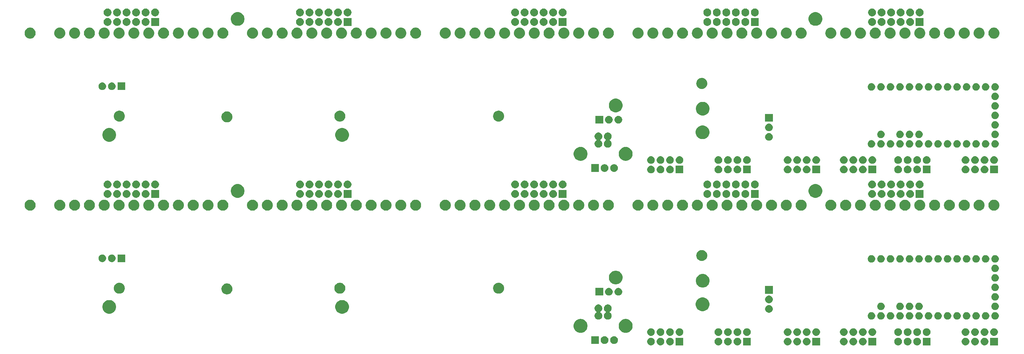
<source format=gts>
G04 #@! TF.GenerationSoftware,KiCad,Pcbnew,(5.0.2)-1*
G04 #@! TF.CreationDate,2020-07-16T18:14:52-07:00*
G04 #@! TF.ProjectId,Peterson_SerialIO,50657465-7273-46f6-9e5f-53657269616c,rev?*
G04 #@! TF.SameCoordinates,Original*
G04 #@! TF.FileFunction,Soldermask,Top*
G04 #@! TF.FilePolarity,Negative*
%FSLAX46Y46*%
G04 Gerber Fmt 4.6, Leading zero omitted, Abs format (unit mm)*
G04 Created by KiCad (PCBNEW (5.0.2)-1) date 7/16/2020 6:14:52 PM*
%MOMM*%
%LPD*%
G01*
G04 APERTURE LIST*
%ADD10C,0.100000*%
G04 APERTURE END LIST*
D10*
G36*
X270357044Y-119257636D02*
X270489127Y-119283909D01*
X270613546Y-119335446D01*
X270675757Y-119361214D01*
X270843721Y-119473444D01*
X270986556Y-119616279D01*
X271098786Y-119784243D01*
X271098786Y-119784244D01*
X271176091Y-119970873D01*
X271176091Y-119970875D01*
X271215184Y-120167405D01*
X271215500Y-120168997D01*
X271215500Y-120371003D01*
X271176091Y-120569127D01*
X271136446Y-120664838D01*
X271098786Y-120755757D01*
X270986556Y-120923721D01*
X270843721Y-121066556D01*
X270675757Y-121178786D01*
X270613546Y-121204554D01*
X270489127Y-121256091D01*
X270357044Y-121282364D01*
X270291004Y-121295500D01*
X270088996Y-121295500D01*
X270022956Y-121282364D01*
X269890873Y-121256091D01*
X269766454Y-121204554D01*
X269704243Y-121178786D01*
X269536279Y-121066556D01*
X269393444Y-120923721D01*
X269281214Y-120755757D01*
X269243554Y-120664838D01*
X269203909Y-120569127D01*
X269164500Y-120371003D01*
X269164500Y-120168997D01*
X269164817Y-120167405D01*
X269203909Y-119970875D01*
X269203909Y-119970873D01*
X269281214Y-119784244D01*
X269281214Y-119784243D01*
X269393444Y-119616279D01*
X269536279Y-119473444D01*
X269704243Y-119361214D01*
X269766454Y-119335446D01*
X269890873Y-119283909D01*
X270022956Y-119257636D01*
X270088996Y-119244500D01*
X270291004Y-119244500D01*
X270357044Y-119257636D01*
X270357044Y-119257636D01*
G37*
G36*
X209437044Y-119257636D02*
X209569127Y-119283909D01*
X209693546Y-119335446D01*
X209755757Y-119361214D01*
X209923721Y-119473444D01*
X210066556Y-119616279D01*
X210178786Y-119784243D01*
X210178786Y-119784244D01*
X210256091Y-119970873D01*
X210256091Y-119970875D01*
X210295184Y-120167405D01*
X210295500Y-120168997D01*
X210295500Y-120371003D01*
X210256091Y-120569127D01*
X210216446Y-120664838D01*
X210178786Y-120755757D01*
X210066556Y-120923721D01*
X209923721Y-121066556D01*
X209755757Y-121178786D01*
X209693546Y-121204554D01*
X209569127Y-121256091D01*
X209437044Y-121282364D01*
X209371004Y-121295500D01*
X209168996Y-121295500D01*
X209102956Y-121282364D01*
X208970873Y-121256091D01*
X208846454Y-121204554D01*
X208784243Y-121178786D01*
X208616279Y-121066556D01*
X208473444Y-120923721D01*
X208361214Y-120755757D01*
X208323554Y-120664838D01*
X208283909Y-120569127D01*
X208244500Y-120371003D01*
X208244500Y-120168997D01*
X208244817Y-120167405D01*
X208283909Y-119970875D01*
X208283909Y-119970873D01*
X208361214Y-119784244D01*
X208361214Y-119784243D01*
X208473444Y-119616279D01*
X208616279Y-119473444D01*
X208784243Y-119361214D01*
X208846454Y-119335446D01*
X208970873Y-119283909D01*
X209102956Y-119257636D01*
X209168996Y-119244500D01*
X209371004Y-119244500D01*
X209437044Y-119257636D01*
X209437044Y-119257636D01*
G37*
G36*
X237857044Y-119257636D02*
X237989127Y-119283909D01*
X238113546Y-119335446D01*
X238175757Y-119361214D01*
X238343721Y-119473444D01*
X238486556Y-119616279D01*
X238598786Y-119784243D01*
X238598786Y-119784244D01*
X238676091Y-119970873D01*
X238676091Y-119970875D01*
X238715184Y-120167405D01*
X238715500Y-120168997D01*
X238715500Y-120371003D01*
X238676091Y-120569127D01*
X238636446Y-120664838D01*
X238598786Y-120755757D01*
X238486556Y-120923721D01*
X238343721Y-121066556D01*
X238175757Y-121178786D01*
X238113546Y-121204554D01*
X237989127Y-121256091D01*
X237857044Y-121282364D01*
X237791004Y-121295500D01*
X237588996Y-121295500D01*
X237522956Y-121282364D01*
X237390873Y-121256091D01*
X237266454Y-121204554D01*
X237204243Y-121178786D01*
X237036279Y-121066556D01*
X236893444Y-120923721D01*
X236781214Y-120755757D01*
X236743554Y-120664838D01*
X236703909Y-120569127D01*
X236664500Y-120371003D01*
X236664500Y-120168997D01*
X236664817Y-120167405D01*
X236703909Y-119970875D01*
X236703909Y-119970873D01*
X236781214Y-119784244D01*
X236781214Y-119784243D01*
X236893444Y-119616279D01*
X237036279Y-119473444D01*
X237204243Y-119361214D01*
X237266454Y-119335446D01*
X237390873Y-119283909D01*
X237522956Y-119257636D01*
X237588996Y-119244500D01*
X237791004Y-119244500D01*
X237857044Y-119257636D01*
X237857044Y-119257636D01*
G37*
G36*
X240397044Y-119257636D02*
X240529127Y-119283909D01*
X240653546Y-119335446D01*
X240715757Y-119361214D01*
X240883721Y-119473444D01*
X241026556Y-119616279D01*
X241138786Y-119784243D01*
X241138786Y-119784244D01*
X241216091Y-119970873D01*
X241216091Y-119970875D01*
X241255184Y-120167405D01*
X241255500Y-120168997D01*
X241255500Y-120371003D01*
X241216091Y-120569127D01*
X241176446Y-120664838D01*
X241138786Y-120755757D01*
X241026556Y-120923721D01*
X240883721Y-121066556D01*
X240715757Y-121178786D01*
X240653546Y-121204554D01*
X240529127Y-121256091D01*
X240397044Y-121282364D01*
X240331004Y-121295500D01*
X240128996Y-121295500D01*
X240062956Y-121282364D01*
X239930873Y-121256091D01*
X239806454Y-121204554D01*
X239744243Y-121178786D01*
X239576279Y-121066556D01*
X239433444Y-120923721D01*
X239321214Y-120755757D01*
X239283554Y-120664838D01*
X239243909Y-120569127D01*
X239204500Y-120371003D01*
X239204500Y-120168997D01*
X239204817Y-120167405D01*
X239243909Y-119970875D01*
X239243909Y-119970873D01*
X239321214Y-119784244D01*
X239321214Y-119784243D01*
X239433444Y-119616279D01*
X239576279Y-119473444D01*
X239744243Y-119361214D01*
X239806454Y-119335446D01*
X239930873Y-119283909D01*
X240062956Y-119257636D01*
X240128996Y-119244500D01*
X240331004Y-119244500D01*
X240397044Y-119257636D01*
X240397044Y-119257636D01*
G37*
G36*
X242937044Y-119257636D02*
X243069127Y-119283909D01*
X243193546Y-119335446D01*
X243255757Y-119361214D01*
X243423721Y-119473444D01*
X243566556Y-119616279D01*
X243678786Y-119784243D01*
X243678786Y-119784244D01*
X243756091Y-119970873D01*
X243756091Y-119970875D01*
X243795184Y-120167405D01*
X243795500Y-120168997D01*
X243795500Y-120371003D01*
X243756091Y-120569127D01*
X243716446Y-120664838D01*
X243678786Y-120755757D01*
X243566556Y-120923721D01*
X243423721Y-121066556D01*
X243255757Y-121178786D01*
X243193546Y-121204554D01*
X243069127Y-121256091D01*
X242937044Y-121282364D01*
X242871004Y-121295500D01*
X242668996Y-121295500D01*
X242602956Y-121282364D01*
X242470873Y-121256091D01*
X242346454Y-121204554D01*
X242284243Y-121178786D01*
X242116279Y-121066556D01*
X241973444Y-120923721D01*
X241861214Y-120755757D01*
X241823554Y-120664838D01*
X241783909Y-120569127D01*
X241744500Y-120371003D01*
X241744500Y-120168997D01*
X241744817Y-120167405D01*
X241783909Y-119970875D01*
X241783909Y-119970873D01*
X241861214Y-119784244D01*
X241861214Y-119784243D01*
X241973444Y-119616279D01*
X242116279Y-119473444D01*
X242284243Y-119361214D01*
X242346454Y-119335446D01*
X242470873Y-119283909D01*
X242602956Y-119257636D01*
X242668996Y-119244500D01*
X242871004Y-119244500D01*
X242937044Y-119257636D01*
X242937044Y-119257636D01*
G37*
G36*
X246335500Y-121295500D02*
X244284500Y-121295500D01*
X244284500Y-119244500D01*
X246335500Y-119244500D01*
X246335500Y-121295500D01*
X246335500Y-121295500D01*
G37*
G36*
X194835500Y-121295500D02*
X192784500Y-121295500D01*
X192784500Y-119244500D01*
X194835500Y-119244500D01*
X194835500Y-121295500D01*
X194835500Y-121295500D01*
G37*
G36*
X191437044Y-119257636D02*
X191569127Y-119283909D01*
X191693546Y-119335446D01*
X191755757Y-119361214D01*
X191923721Y-119473444D01*
X192066556Y-119616279D01*
X192178786Y-119784243D01*
X192178786Y-119784244D01*
X192256091Y-119970873D01*
X192256091Y-119970875D01*
X192295184Y-120167405D01*
X192295500Y-120168997D01*
X192295500Y-120371003D01*
X192256091Y-120569127D01*
X192216446Y-120664838D01*
X192178786Y-120755757D01*
X192066556Y-120923721D01*
X191923721Y-121066556D01*
X191755757Y-121178786D01*
X191693546Y-121204554D01*
X191569127Y-121256091D01*
X191437044Y-121282364D01*
X191371004Y-121295500D01*
X191168996Y-121295500D01*
X191102956Y-121282364D01*
X190970873Y-121256091D01*
X190846454Y-121204554D01*
X190784243Y-121178786D01*
X190616279Y-121066556D01*
X190473444Y-120923721D01*
X190361214Y-120755757D01*
X190323554Y-120664838D01*
X190283909Y-120569127D01*
X190244500Y-120371003D01*
X190244500Y-120168997D01*
X190244817Y-120167405D01*
X190283909Y-119970875D01*
X190283909Y-119970873D01*
X190361214Y-119784244D01*
X190361214Y-119784243D01*
X190473444Y-119616279D01*
X190616279Y-119473444D01*
X190784243Y-119361214D01*
X190846454Y-119335446D01*
X190970873Y-119283909D01*
X191102956Y-119257636D01*
X191168996Y-119244500D01*
X191371004Y-119244500D01*
X191437044Y-119257636D01*
X191437044Y-119257636D01*
G37*
G36*
X188897044Y-119257636D02*
X189029127Y-119283909D01*
X189153546Y-119335446D01*
X189215757Y-119361214D01*
X189383721Y-119473444D01*
X189526556Y-119616279D01*
X189638786Y-119784243D01*
X189638786Y-119784244D01*
X189716091Y-119970873D01*
X189716091Y-119970875D01*
X189755184Y-120167405D01*
X189755500Y-120168997D01*
X189755500Y-120371003D01*
X189716091Y-120569127D01*
X189676446Y-120664838D01*
X189638786Y-120755757D01*
X189526556Y-120923721D01*
X189383721Y-121066556D01*
X189215757Y-121178786D01*
X189153546Y-121204554D01*
X189029127Y-121256091D01*
X188897044Y-121282364D01*
X188831004Y-121295500D01*
X188628996Y-121295500D01*
X188562956Y-121282364D01*
X188430873Y-121256091D01*
X188306454Y-121204554D01*
X188244243Y-121178786D01*
X188076279Y-121066556D01*
X187933444Y-120923721D01*
X187821214Y-120755757D01*
X187783554Y-120664838D01*
X187743909Y-120569127D01*
X187704500Y-120371003D01*
X187704500Y-120168997D01*
X187704817Y-120167405D01*
X187743909Y-119970875D01*
X187743909Y-119970873D01*
X187821214Y-119784244D01*
X187821214Y-119784243D01*
X187933444Y-119616279D01*
X188076279Y-119473444D01*
X188244243Y-119361214D01*
X188306454Y-119335446D01*
X188430873Y-119283909D01*
X188562956Y-119257636D01*
X188628996Y-119244500D01*
X188831004Y-119244500D01*
X188897044Y-119257636D01*
X188897044Y-119257636D01*
G37*
G36*
X186357044Y-119257636D02*
X186489127Y-119283909D01*
X186613546Y-119335446D01*
X186675757Y-119361214D01*
X186843721Y-119473444D01*
X186986556Y-119616279D01*
X187098786Y-119784243D01*
X187098786Y-119784244D01*
X187176091Y-119970873D01*
X187176091Y-119970875D01*
X187215184Y-120167405D01*
X187215500Y-120168997D01*
X187215500Y-120371003D01*
X187176091Y-120569127D01*
X187136446Y-120664838D01*
X187098786Y-120755757D01*
X186986556Y-120923721D01*
X186843721Y-121066556D01*
X186675757Y-121178786D01*
X186613546Y-121204554D01*
X186489127Y-121256091D01*
X186357044Y-121282364D01*
X186291004Y-121295500D01*
X186088996Y-121295500D01*
X186022956Y-121282364D01*
X185890873Y-121256091D01*
X185766454Y-121204554D01*
X185704243Y-121178786D01*
X185536279Y-121066556D01*
X185393444Y-120923721D01*
X185281214Y-120755757D01*
X185243554Y-120664838D01*
X185203909Y-120569127D01*
X185164500Y-120371003D01*
X185164500Y-120168997D01*
X185164817Y-120167405D01*
X185203909Y-119970875D01*
X185203909Y-119970873D01*
X185281214Y-119784244D01*
X185281214Y-119784243D01*
X185393444Y-119616279D01*
X185536279Y-119473444D01*
X185704243Y-119361214D01*
X185766454Y-119335446D01*
X185890873Y-119283909D01*
X186022956Y-119257636D01*
X186088996Y-119244500D01*
X186291004Y-119244500D01*
X186357044Y-119257636D01*
X186357044Y-119257636D01*
G37*
G36*
X204357044Y-119257636D02*
X204489127Y-119283909D01*
X204613546Y-119335446D01*
X204675757Y-119361214D01*
X204843721Y-119473444D01*
X204986556Y-119616279D01*
X205098786Y-119784243D01*
X205098786Y-119784244D01*
X205176091Y-119970873D01*
X205176091Y-119970875D01*
X205215184Y-120167405D01*
X205215500Y-120168997D01*
X205215500Y-120371003D01*
X205176091Y-120569127D01*
X205136446Y-120664838D01*
X205098786Y-120755757D01*
X204986556Y-120923721D01*
X204843721Y-121066556D01*
X204675757Y-121178786D01*
X204613546Y-121204554D01*
X204489127Y-121256091D01*
X204357044Y-121282364D01*
X204291004Y-121295500D01*
X204088996Y-121295500D01*
X204022956Y-121282364D01*
X203890873Y-121256091D01*
X203766454Y-121204554D01*
X203704243Y-121178786D01*
X203536279Y-121066556D01*
X203393444Y-120923721D01*
X203281214Y-120755757D01*
X203243554Y-120664838D01*
X203203909Y-120569127D01*
X203164500Y-120371003D01*
X203164500Y-120168997D01*
X203164817Y-120167405D01*
X203203909Y-119970875D01*
X203203909Y-119970873D01*
X203281214Y-119784244D01*
X203281214Y-119784243D01*
X203393444Y-119616279D01*
X203536279Y-119473444D01*
X203704243Y-119361214D01*
X203766454Y-119335446D01*
X203890873Y-119283909D01*
X204022956Y-119257636D01*
X204088996Y-119244500D01*
X204291004Y-119244500D01*
X204357044Y-119257636D01*
X204357044Y-119257636D01*
G37*
G36*
X206897044Y-119257636D02*
X207029127Y-119283909D01*
X207153546Y-119335446D01*
X207215757Y-119361214D01*
X207383721Y-119473444D01*
X207526556Y-119616279D01*
X207638786Y-119784243D01*
X207638786Y-119784244D01*
X207716091Y-119970873D01*
X207716091Y-119970875D01*
X207755184Y-120167405D01*
X207755500Y-120168997D01*
X207755500Y-120371003D01*
X207716091Y-120569127D01*
X207676446Y-120664838D01*
X207638786Y-120755757D01*
X207526556Y-120923721D01*
X207383721Y-121066556D01*
X207215757Y-121178786D01*
X207153546Y-121204554D01*
X207029127Y-121256091D01*
X206897044Y-121282364D01*
X206831004Y-121295500D01*
X206628996Y-121295500D01*
X206562956Y-121282364D01*
X206430873Y-121256091D01*
X206306454Y-121204554D01*
X206244243Y-121178786D01*
X206076279Y-121066556D01*
X205933444Y-120923721D01*
X205821214Y-120755757D01*
X205783554Y-120664838D01*
X205743909Y-120569127D01*
X205704500Y-120371003D01*
X205704500Y-120168997D01*
X205704817Y-120167405D01*
X205743909Y-119970875D01*
X205743909Y-119970873D01*
X205821214Y-119784244D01*
X205821214Y-119784243D01*
X205933444Y-119616279D01*
X206076279Y-119473444D01*
X206244243Y-119361214D01*
X206306454Y-119335446D01*
X206430873Y-119283909D01*
X206562956Y-119257636D01*
X206628996Y-119244500D01*
X206831004Y-119244500D01*
X206897044Y-119257636D01*
X206897044Y-119257636D01*
G37*
G36*
X222857044Y-119257636D02*
X222989127Y-119283909D01*
X223113546Y-119335446D01*
X223175757Y-119361214D01*
X223343721Y-119473444D01*
X223486556Y-119616279D01*
X223598786Y-119784243D01*
X223598786Y-119784244D01*
X223676091Y-119970873D01*
X223676091Y-119970875D01*
X223715184Y-120167405D01*
X223715500Y-120168997D01*
X223715500Y-120371003D01*
X223676091Y-120569127D01*
X223636446Y-120664838D01*
X223598786Y-120755757D01*
X223486556Y-120923721D01*
X223343721Y-121066556D01*
X223175757Y-121178786D01*
X223113546Y-121204554D01*
X222989127Y-121256091D01*
X222857044Y-121282364D01*
X222791004Y-121295500D01*
X222588996Y-121295500D01*
X222522956Y-121282364D01*
X222390873Y-121256091D01*
X222266454Y-121204554D01*
X222204243Y-121178786D01*
X222036279Y-121066556D01*
X221893444Y-120923721D01*
X221781214Y-120755757D01*
X221743554Y-120664838D01*
X221703909Y-120569127D01*
X221664500Y-120371003D01*
X221664500Y-120168997D01*
X221664817Y-120167405D01*
X221703909Y-119970875D01*
X221703909Y-119970873D01*
X221781214Y-119784244D01*
X221781214Y-119784243D01*
X221893444Y-119616279D01*
X222036279Y-119473444D01*
X222204243Y-119361214D01*
X222266454Y-119335446D01*
X222390873Y-119283909D01*
X222522956Y-119257636D01*
X222588996Y-119244500D01*
X222791004Y-119244500D01*
X222857044Y-119257636D01*
X222857044Y-119257636D01*
G37*
G36*
X252357044Y-119257636D02*
X252489127Y-119283909D01*
X252613546Y-119335446D01*
X252675757Y-119361214D01*
X252843721Y-119473444D01*
X252986556Y-119616279D01*
X253098786Y-119784243D01*
X253098786Y-119784244D01*
X253176091Y-119970873D01*
X253176091Y-119970875D01*
X253215184Y-120167405D01*
X253215500Y-120168997D01*
X253215500Y-120371003D01*
X253176091Y-120569127D01*
X253136446Y-120664838D01*
X253098786Y-120755757D01*
X252986556Y-120923721D01*
X252843721Y-121066556D01*
X252675757Y-121178786D01*
X252613546Y-121204554D01*
X252489127Y-121256091D01*
X252357044Y-121282364D01*
X252291004Y-121295500D01*
X252088996Y-121295500D01*
X252022956Y-121282364D01*
X251890873Y-121256091D01*
X251766454Y-121204554D01*
X251704243Y-121178786D01*
X251536279Y-121066556D01*
X251393444Y-120923721D01*
X251281214Y-120755757D01*
X251243554Y-120664838D01*
X251203909Y-120569127D01*
X251164500Y-120371003D01*
X251164500Y-120168997D01*
X251164817Y-120167405D01*
X251203909Y-119970875D01*
X251203909Y-119970873D01*
X251281214Y-119784244D01*
X251281214Y-119784243D01*
X251393444Y-119616279D01*
X251536279Y-119473444D01*
X251704243Y-119361214D01*
X251766454Y-119335446D01*
X251890873Y-119283909D01*
X252022956Y-119257636D01*
X252088996Y-119244500D01*
X252291004Y-119244500D01*
X252357044Y-119257636D01*
X252357044Y-119257636D01*
G37*
G36*
X254897044Y-119257636D02*
X255029127Y-119283909D01*
X255153546Y-119335446D01*
X255215757Y-119361214D01*
X255383721Y-119473444D01*
X255526556Y-119616279D01*
X255638786Y-119784243D01*
X255638786Y-119784244D01*
X255716091Y-119970873D01*
X255716091Y-119970875D01*
X255755184Y-120167405D01*
X255755500Y-120168997D01*
X255755500Y-120371003D01*
X255716091Y-120569127D01*
X255676446Y-120664838D01*
X255638786Y-120755757D01*
X255526556Y-120923721D01*
X255383721Y-121066556D01*
X255215757Y-121178786D01*
X255153546Y-121204554D01*
X255029127Y-121256091D01*
X254897044Y-121282364D01*
X254831004Y-121295500D01*
X254628996Y-121295500D01*
X254562956Y-121282364D01*
X254430873Y-121256091D01*
X254306454Y-121204554D01*
X254244243Y-121178786D01*
X254076279Y-121066556D01*
X253933444Y-120923721D01*
X253821214Y-120755757D01*
X253783554Y-120664838D01*
X253743909Y-120569127D01*
X253704500Y-120371003D01*
X253704500Y-120168997D01*
X253704817Y-120167405D01*
X253743909Y-119970875D01*
X253743909Y-119970873D01*
X253821214Y-119784244D01*
X253821214Y-119784243D01*
X253933444Y-119616279D01*
X254076279Y-119473444D01*
X254244243Y-119361214D01*
X254306454Y-119335446D01*
X254430873Y-119283909D01*
X254562956Y-119257636D01*
X254628996Y-119244500D01*
X254831004Y-119244500D01*
X254897044Y-119257636D01*
X254897044Y-119257636D01*
G37*
G36*
X257437044Y-119257636D02*
X257569127Y-119283909D01*
X257693546Y-119335446D01*
X257755757Y-119361214D01*
X257923721Y-119473444D01*
X258066556Y-119616279D01*
X258178786Y-119784243D01*
X258178786Y-119784244D01*
X258256091Y-119970873D01*
X258256091Y-119970875D01*
X258295184Y-120167405D01*
X258295500Y-120168997D01*
X258295500Y-120371003D01*
X258256091Y-120569127D01*
X258216446Y-120664838D01*
X258178786Y-120755757D01*
X258066556Y-120923721D01*
X257923721Y-121066556D01*
X257755757Y-121178786D01*
X257693546Y-121204554D01*
X257569127Y-121256091D01*
X257437044Y-121282364D01*
X257371004Y-121295500D01*
X257168996Y-121295500D01*
X257102956Y-121282364D01*
X256970873Y-121256091D01*
X256846454Y-121204554D01*
X256784243Y-121178786D01*
X256616279Y-121066556D01*
X256473444Y-120923721D01*
X256361214Y-120755757D01*
X256323554Y-120664838D01*
X256283909Y-120569127D01*
X256244500Y-120371003D01*
X256244500Y-120168997D01*
X256244817Y-120167405D01*
X256283909Y-119970875D01*
X256283909Y-119970873D01*
X256361214Y-119784244D01*
X256361214Y-119784243D01*
X256473444Y-119616279D01*
X256616279Y-119473444D01*
X256784243Y-119361214D01*
X256846454Y-119335446D01*
X256970873Y-119283909D01*
X257102956Y-119257636D01*
X257168996Y-119244500D01*
X257371004Y-119244500D01*
X257437044Y-119257636D01*
X257437044Y-119257636D01*
G37*
G36*
X225397044Y-119257636D02*
X225529127Y-119283909D01*
X225653546Y-119335446D01*
X225715757Y-119361214D01*
X225883721Y-119473444D01*
X226026556Y-119616279D01*
X226138786Y-119784243D01*
X226138786Y-119784244D01*
X226216091Y-119970873D01*
X226216091Y-119970875D01*
X226255184Y-120167405D01*
X226255500Y-120168997D01*
X226255500Y-120371003D01*
X226216091Y-120569127D01*
X226176446Y-120664838D01*
X226138786Y-120755757D01*
X226026556Y-120923721D01*
X225883721Y-121066556D01*
X225715757Y-121178786D01*
X225653546Y-121204554D01*
X225529127Y-121256091D01*
X225397044Y-121282364D01*
X225331004Y-121295500D01*
X225128996Y-121295500D01*
X225062956Y-121282364D01*
X224930873Y-121256091D01*
X224806454Y-121204554D01*
X224744243Y-121178786D01*
X224576279Y-121066556D01*
X224433444Y-120923721D01*
X224321214Y-120755757D01*
X224283554Y-120664838D01*
X224243909Y-120569127D01*
X224204500Y-120371003D01*
X224204500Y-120168997D01*
X224204817Y-120167405D01*
X224243909Y-119970875D01*
X224243909Y-119970873D01*
X224321214Y-119784244D01*
X224321214Y-119784243D01*
X224433444Y-119616279D01*
X224576279Y-119473444D01*
X224744243Y-119361214D01*
X224806454Y-119335446D01*
X224930873Y-119283909D01*
X225062956Y-119257636D01*
X225128996Y-119244500D01*
X225331004Y-119244500D01*
X225397044Y-119257636D01*
X225397044Y-119257636D01*
G37*
G36*
X227937044Y-119257636D02*
X228069127Y-119283909D01*
X228193546Y-119335446D01*
X228255757Y-119361214D01*
X228423721Y-119473444D01*
X228566556Y-119616279D01*
X228678786Y-119784243D01*
X228678786Y-119784244D01*
X228756091Y-119970873D01*
X228756091Y-119970875D01*
X228795184Y-120167405D01*
X228795500Y-120168997D01*
X228795500Y-120371003D01*
X228756091Y-120569127D01*
X228716446Y-120664838D01*
X228678786Y-120755757D01*
X228566556Y-120923721D01*
X228423721Y-121066556D01*
X228255757Y-121178786D01*
X228193546Y-121204554D01*
X228069127Y-121256091D01*
X227937044Y-121282364D01*
X227871004Y-121295500D01*
X227668996Y-121295500D01*
X227602956Y-121282364D01*
X227470873Y-121256091D01*
X227346454Y-121204554D01*
X227284243Y-121178786D01*
X227116279Y-121066556D01*
X226973444Y-120923721D01*
X226861214Y-120755757D01*
X226823554Y-120664838D01*
X226783909Y-120569127D01*
X226744500Y-120371003D01*
X226744500Y-120168997D01*
X226744817Y-120167405D01*
X226783909Y-119970875D01*
X226783909Y-119970873D01*
X226861214Y-119784244D01*
X226861214Y-119784243D01*
X226973444Y-119616279D01*
X227116279Y-119473444D01*
X227284243Y-119361214D01*
X227346454Y-119335446D01*
X227470873Y-119283909D01*
X227602956Y-119257636D01*
X227668996Y-119244500D01*
X227871004Y-119244500D01*
X227937044Y-119257636D01*
X227937044Y-119257636D01*
G37*
G36*
X231335500Y-121295500D02*
X229284500Y-121295500D01*
X229284500Y-119244500D01*
X231335500Y-119244500D01*
X231335500Y-121295500D01*
X231335500Y-121295500D01*
G37*
G36*
X260835500Y-121295500D02*
X258784500Y-121295500D01*
X258784500Y-119244500D01*
X260835500Y-119244500D01*
X260835500Y-121295500D01*
X260835500Y-121295500D01*
G37*
G36*
X278835500Y-121295500D02*
X276784500Y-121295500D01*
X276784500Y-119244500D01*
X278835500Y-119244500D01*
X278835500Y-121295500D01*
X278835500Y-121295500D01*
G37*
G36*
X275437044Y-119257636D02*
X275569127Y-119283909D01*
X275693546Y-119335446D01*
X275755757Y-119361214D01*
X275923721Y-119473444D01*
X276066556Y-119616279D01*
X276178786Y-119784243D01*
X276178786Y-119784244D01*
X276256091Y-119970873D01*
X276256091Y-119970875D01*
X276295184Y-120167405D01*
X276295500Y-120168997D01*
X276295500Y-120371003D01*
X276256091Y-120569127D01*
X276216446Y-120664838D01*
X276178786Y-120755757D01*
X276066556Y-120923721D01*
X275923721Y-121066556D01*
X275755757Y-121178786D01*
X275693546Y-121204554D01*
X275569127Y-121256091D01*
X275437044Y-121282364D01*
X275371004Y-121295500D01*
X275168996Y-121295500D01*
X275102956Y-121282364D01*
X274970873Y-121256091D01*
X274846454Y-121204554D01*
X274784243Y-121178786D01*
X274616279Y-121066556D01*
X274473444Y-120923721D01*
X274361214Y-120755757D01*
X274323554Y-120664838D01*
X274283909Y-120569127D01*
X274244500Y-120371003D01*
X274244500Y-120168997D01*
X274244817Y-120167405D01*
X274283909Y-119970875D01*
X274283909Y-119970873D01*
X274361214Y-119784244D01*
X274361214Y-119784243D01*
X274473444Y-119616279D01*
X274616279Y-119473444D01*
X274784243Y-119361214D01*
X274846454Y-119335446D01*
X274970873Y-119283909D01*
X275102956Y-119257636D01*
X275168996Y-119244500D01*
X275371004Y-119244500D01*
X275437044Y-119257636D01*
X275437044Y-119257636D01*
G37*
G36*
X272897044Y-119257636D02*
X273029127Y-119283909D01*
X273153546Y-119335446D01*
X273215757Y-119361214D01*
X273383721Y-119473444D01*
X273526556Y-119616279D01*
X273638786Y-119784243D01*
X273638786Y-119784244D01*
X273716091Y-119970873D01*
X273716091Y-119970875D01*
X273755184Y-120167405D01*
X273755500Y-120168997D01*
X273755500Y-120371003D01*
X273716091Y-120569127D01*
X273676446Y-120664838D01*
X273638786Y-120755757D01*
X273526556Y-120923721D01*
X273383721Y-121066556D01*
X273215757Y-121178786D01*
X273153546Y-121204554D01*
X273029127Y-121256091D01*
X272897044Y-121282364D01*
X272831004Y-121295500D01*
X272628996Y-121295500D01*
X272562956Y-121282364D01*
X272430873Y-121256091D01*
X272306454Y-121204554D01*
X272244243Y-121178786D01*
X272076279Y-121066556D01*
X271933444Y-120923721D01*
X271821214Y-120755757D01*
X271783554Y-120664838D01*
X271743909Y-120569127D01*
X271704500Y-120371003D01*
X271704500Y-120168997D01*
X271704817Y-120167405D01*
X271743909Y-119970875D01*
X271743909Y-119970873D01*
X271821214Y-119784244D01*
X271821214Y-119784243D01*
X271933444Y-119616279D01*
X272076279Y-119473444D01*
X272244243Y-119361214D01*
X272306454Y-119335446D01*
X272430873Y-119283909D01*
X272562956Y-119257636D01*
X272628996Y-119244500D01*
X272831004Y-119244500D01*
X272897044Y-119257636D01*
X272897044Y-119257636D01*
G37*
G36*
X212835500Y-121295500D02*
X210784500Y-121295500D01*
X210784500Y-119244500D01*
X212835500Y-119244500D01*
X212835500Y-121295500D01*
X212835500Y-121295500D01*
G37*
G36*
X176498924Y-118855916D02*
X176631007Y-118882189D01*
X176755426Y-118933726D01*
X176817637Y-118959494D01*
X176985601Y-119071724D01*
X177128436Y-119214559D01*
X177240666Y-119382523D01*
X177240666Y-119382524D01*
X177317971Y-119569153D01*
X177317971Y-119569155D01*
X177357380Y-119767276D01*
X177357380Y-119969284D01*
X177344244Y-120035324D01*
X177317971Y-120167407D01*
X177317312Y-120168997D01*
X177240666Y-120354037D01*
X177128436Y-120522001D01*
X176985601Y-120664836D01*
X176817637Y-120777066D01*
X176755426Y-120802834D01*
X176631007Y-120854371D01*
X176498924Y-120880644D01*
X176432884Y-120893780D01*
X176230876Y-120893780D01*
X176164836Y-120880644D01*
X176032753Y-120854371D01*
X175908334Y-120802834D01*
X175846123Y-120777066D01*
X175678159Y-120664836D01*
X175535324Y-120522001D01*
X175423094Y-120354037D01*
X175346448Y-120168997D01*
X175345789Y-120167407D01*
X175319516Y-120035324D01*
X175306380Y-119969284D01*
X175306380Y-119767276D01*
X175345789Y-119569155D01*
X175345789Y-119569153D01*
X175423094Y-119382524D01*
X175423094Y-119382523D01*
X175535324Y-119214559D01*
X175678159Y-119071724D01*
X175846123Y-118959494D01*
X175908334Y-118933726D01*
X176032753Y-118882189D01*
X176164836Y-118855916D01*
X176230876Y-118842780D01*
X176432884Y-118842780D01*
X176498924Y-118855916D01*
X176498924Y-118855916D01*
G37*
G36*
X173958924Y-118855916D02*
X174091007Y-118882189D01*
X174215426Y-118933726D01*
X174277637Y-118959494D01*
X174445601Y-119071724D01*
X174588436Y-119214559D01*
X174700666Y-119382523D01*
X174700666Y-119382524D01*
X174777971Y-119569153D01*
X174777971Y-119569155D01*
X174817380Y-119767276D01*
X174817380Y-119969284D01*
X174804244Y-120035324D01*
X174777971Y-120167407D01*
X174777312Y-120168997D01*
X174700666Y-120354037D01*
X174588436Y-120522001D01*
X174445601Y-120664836D01*
X174277637Y-120777066D01*
X174215426Y-120802834D01*
X174091007Y-120854371D01*
X173958924Y-120880644D01*
X173892884Y-120893780D01*
X173690876Y-120893780D01*
X173624836Y-120880644D01*
X173492753Y-120854371D01*
X173368334Y-120802834D01*
X173306123Y-120777066D01*
X173138159Y-120664836D01*
X172995324Y-120522001D01*
X172883094Y-120354037D01*
X172806448Y-120168997D01*
X172805789Y-120167407D01*
X172779516Y-120035324D01*
X172766380Y-119969284D01*
X172766380Y-119767276D01*
X172805789Y-119569155D01*
X172805789Y-119569153D01*
X172883094Y-119382524D01*
X172883094Y-119382523D01*
X172995324Y-119214559D01*
X173138159Y-119071724D01*
X173306123Y-118959494D01*
X173368334Y-118933726D01*
X173492753Y-118882189D01*
X173624836Y-118855916D01*
X173690876Y-118842780D01*
X173892884Y-118842780D01*
X173958924Y-118855916D01*
X173958924Y-118855916D01*
G37*
G36*
X172277380Y-120893780D02*
X170226380Y-120893780D01*
X170226380Y-118842780D01*
X172277380Y-118842780D01*
X172277380Y-120893780D01*
X172277380Y-120893780D01*
G37*
G36*
X211977044Y-116717636D02*
X212109127Y-116743909D01*
X212233546Y-116795446D01*
X212295757Y-116821214D01*
X212463721Y-116933444D01*
X212606556Y-117076279D01*
X212718786Y-117244243D01*
X212718786Y-117244244D01*
X212796091Y-117430873D01*
X212835500Y-117628997D01*
X212835500Y-117831003D01*
X212796091Y-118029127D01*
X212744554Y-118153546D01*
X212718786Y-118215757D01*
X212606556Y-118383721D01*
X212463721Y-118526556D01*
X212295757Y-118638786D01*
X212233546Y-118664554D01*
X212109127Y-118716091D01*
X211977044Y-118742364D01*
X211911004Y-118755500D01*
X211708996Y-118755500D01*
X211642956Y-118742364D01*
X211510873Y-118716091D01*
X211386454Y-118664554D01*
X211324243Y-118638786D01*
X211156279Y-118526556D01*
X211013444Y-118383721D01*
X210901214Y-118215757D01*
X210875446Y-118153546D01*
X210823909Y-118029127D01*
X210784500Y-117831003D01*
X210784500Y-117628997D01*
X210823909Y-117430873D01*
X210901214Y-117244244D01*
X210901214Y-117244243D01*
X211013444Y-117076279D01*
X211156279Y-116933444D01*
X211324243Y-116821214D01*
X211386454Y-116795446D01*
X211510873Y-116743909D01*
X211642956Y-116717636D01*
X211708996Y-116704500D01*
X211911004Y-116704500D01*
X211977044Y-116717636D01*
X211977044Y-116717636D01*
G37*
G36*
X227937044Y-116717636D02*
X228069127Y-116743909D01*
X228193546Y-116795446D01*
X228255757Y-116821214D01*
X228423721Y-116933444D01*
X228566556Y-117076279D01*
X228678786Y-117244243D01*
X228678786Y-117244244D01*
X228756091Y-117430873D01*
X228795500Y-117628997D01*
X228795500Y-117831003D01*
X228756091Y-118029127D01*
X228704554Y-118153546D01*
X228678786Y-118215757D01*
X228566556Y-118383721D01*
X228423721Y-118526556D01*
X228255757Y-118638786D01*
X228193546Y-118664554D01*
X228069127Y-118716091D01*
X227937044Y-118742364D01*
X227871004Y-118755500D01*
X227668996Y-118755500D01*
X227602956Y-118742364D01*
X227470873Y-118716091D01*
X227346454Y-118664554D01*
X227284243Y-118638786D01*
X227116279Y-118526556D01*
X226973444Y-118383721D01*
X226861214Y-118215757D01*
X226835446Y-118153546D01*
X226783909Y-118029127D01*
X226744500Y-117831003D01*
X226744500Y-117628997D01*
X226783909Y-117430873D01*
X226861214Y-117244244D01*
X226861214Y-117244243D01*
X226973444Y-117076279D01*
X227116279Y-116933444D01*
X227284243Y-116821214D01*
X227346454Y-116795446D01*
X227470873Y-116743909D01*
X227602956Y-116717636D01*
X227668996Y-116704500D01*
X227871004Y-116704500D01*
X227937044Y-116717636D01*
X227937044Y-116717636D01*
G37*
G36*
X230477044Y-116717636D02*
X230609127Y-116743909D01*
X230733546Y-116795446D01*
X230795757Y-116821214D01*
X230963721Y-116933444D01*
X231106556Y-117076279D01*
X231218786Y-117244243D01*
X231218786Y-117244244D01*
X231296091Y-117430873D01*
X231335500Y-117628997D01*
X231335500Y-117831003D01*
X231296091Y-118029127D01*
X231244554Y-118153546D01*
X231218786Y-118215757D01*
X231106556Y-118383721D01*
X230963721Y-118526556D01*
X230795757Y-118638786D01*
X230733546Y-118664554D01*
X230609127Y-118716091D01*
X230477044Y-118742364D01*
X230411004Y-118755500D01*
X230208996Y-118755500D01*
X230142956Y-118742364D01*
X230010873Y-118716091D01*
X229886454Y-118664554D01*
X229824243Y-118638786D01*
X229656279Y-118526556D01*
X229513444Y-118383721D01*
X229401214Y-118215757D01*
X229375446Y-118153546D01*
X229323909Y-118029127D01*
X229284500Y-117831003D01*
X229284500Y-117628997D01*
X229323909Y-117430873D01*
X229401214Y-117244244D01*
X229401214Y-117244243D01*
X229513444Y-117076279D01*
X229656279Y-116933444D01*
X229824243Y-116821214D01*
X229886454Y-116795446D01*
X230010873Y-116743909D01*
X230142956Y-116717636D01*
X230208996Y-116704500D01*
X230411004Y-116704500D01*
X230477044Y-116717636D01*
X230477044Y-116717636D01*
G37*
G36*
X222857044Y-116717636D02*
X222989127Y-116743909D01*
X223113546Y-116795446D01*
X223175757Y-116821214D01*
X223343721Y-116933444D01*
X223486556Y-117076279D01*
X223598786Y-117244243D01*
X223598786Y-117244244D01*
X223676091Y-117430873D01*
X223715500Y-117628997D01*
X223715500Y-117831003D01*
X223676091Y-118029127D01*
X223624554Y-118153546D01*
X223598786Y-118215757D01*
X223486556Y-118383721D01*
X223343721Y-118526556D01*
X223175757Y-118638786D01*
X223113546Y-118664554D01*
X222989127Y-118716091D01*
X222857044Y-118742364D01*
X222791004Y-118755500D01*
X222588996Y-118755500D01*
X222522956Y-118742364D01*
X222390873Y-118716091D01*
X222266454Y-118664554D01*
X222204243Y-118638786D01*
X222036279Y-118526556D01*
X221893444Y-118383721D01*
X221781214Y-118215757D01*
X221755446Y-118153546D01*
X221703909Y-118029127D01*
X221664500Y-117831003D01*
X221664500Y-117628997D01*
X221703909Y-117430873D01*
X221781214Y-117244244D01*
X221781214Y-117244243D01*
X221893444Y-117076279D01*
X222036279Y-116933444D01*
X222204243Y-116821214D01*
X222266454Y-116795446D01*
X222390873Y-116743909D01*
X222522956Y-116717636D01*
X222588996Y-116704500D01*
X222791004Y-116704500D01*
X222857044Y-116717636D01*
X222857044Y-116717636D01*
G37*
G36*
X245477044Y-116717636D02*
X245609127Y-116743909D01*
X245733546Y-116795446D01*
X245795757Y-116821214D01*
X245963721Y-116933444D01*
X246106556Y-117076279D01*
X246218786Y-117244243D01*
X246218786Y-117244244D01*
X246296091Y-117430873D01*
X246335500Y-117628997D01*
X246335500Y-117831003D01*
X246296091Y-118029127D01*
X246244554Y-118153546D01*
X246218786Y-118215757D01*
X246106556Y-118383721D01*
X245963721Y-118526556D01*
X245795757Y-118638786D01*
X245733546Y-118664554D01*
X245609127Y-118716091D01*
X245477044Y-118742364D01*
X245411004Y-118755500D01*
X245208996Y-118755500D01*
X245142956Y-118742364D01*
X245010873Y-118716091D01*
X244886454Y-118664554D01*
X244824243Y-118638786D01*
X244656279Y-118526556D01*
X244513444Y-118383721D01*
X244401214Y-118215757D01*
X244375446Y-118153546D01*
X244323909Y-118029127D01*
X244284500Y-117831003D01*
X244284500Y-117628997D01*
X244323909Y-117430873D01*
X244401214Y-117244244D01*
X244401214Y-117244243D01*
X244513444Y-117076279D01*
X244656279Y-116933444D01*
X244824243Y-116821214D01*
X244886454Y-116795446D01*
X245010873Y-116743909D01*
X245142956Y-116717636D01*
X245208996Y-116704500D01*
X245411004Y-116704500D01*
X245477044Y-116717636D01*
X245477044Y-116717636D01*
G37*
G36*
X252357044Y-116717636D02*
X252489127Y-116743909D01*
X252613546Y-116795446D01*
X252675757Y-116821214D01*
X252843721Y-116933444D01*
X252986556Y-117076279D01*
X253098786Y-117244243D01*
X253098786Y-117244244D01*
X253176091Y-117430873D01*
X253215500Y-117628997D01*
X253215500Y-117831003D01*
X253176091Y-118029127D01*
X253124554Y-118153546D01*
X253098786Y-118215757D01*
X252986556Y-118383721D01*
X252843721Y-118526556D01*
X252675757Y-118638786D01*
X252613546Y-118664554D01*
X252489127Y-118716091D01*
X252357044Y-118742364D01*
X252291004Y-118755500D01*
X252088996Y-118755500D01*
X252022956Y-118742364D01*
X251890873Y-118716091D01*
X251766454Y-118664554D01*
X251704243Y-118638786D01*
X251536279Y-118526556D01*
X251393444Y-118383721D01*
X251281214Y-118215757D01*
X251255446Y-118153546D01*
X251203909Y-118029127D01*
X251164500Y-117831003D01*
X251164500Y-117628997D01*
X251203909Y-117430873D01*
X251281214Y-117244244D01*
X251281214Y-117244243D01*
X251393444Y-117076279D01*
X251536279Y-116933444D01*
X251704243Y-116821214D01*
X251766454Y-116795446D01*
X251890873Y-116743909D01*
X252022956Y-116717636D01*
X252088996Y-116704500D01*
X252291004Y-116704500D01*
X252357044Y-116717636D01*
X252357044Y-116717636D01*
G37*
G36*
X204357044Y-116717636D02*
X204489127Y-116743909D01*
X204613546Y-116795446D01*
X204675757Y-116821214D01*
X204843721Y-116933444D01*
X204986556Y-117076279D01*
X205098786Y-117244243D01*
X205098786Y-117244244D01*
X205176091Y-117430873D01*
X205215500Y-117628997D01*
X205215500Y-117831003D01*
X205176091Y-118029127D01*
X205124554Y-118153546D01*
X205098786Y-118215757D01*
X204986556Y-118383721D01*
X204843721Y-118526556D01*
X204675757Y-118638786D01*
X204613546Y-118664554D01*
X204489127Y-118716091D01*
X204357044Y-118742364D01*
X204291004Y-118755500D01*
X204088996Y-118755500D01*
X204022956Y-118742364D01*
X203890873Y-118716091D01*
X203766454Y-118664554D01*
X203704243Y-118638786D01*
X203536279Y-118526556D01*
X203393444Y-118383721D01*
X203281214Y-118215757D01*
X203255446Y-118153546D01*
X203203909Y-118029127D01*
X203164500Y-117831003D01*
X203164500Y-117628997D01*
X203203909Y-117430873D01*
X203281214Y-117244244D01*
X203281214Y-117244243D01*
X203393444Y-117076279D01*
X203536279Y-116933444D01*
X203704243Y-116821214D01*
X203766454Y-116795446D01*
X203890873Y-116743909D01*
X204022956Y-116717636D01*
X204088996Y-116704500D01*
X204291004Y-116704500D01*
X204357044Y-116717636D01*
X204357044Y-116717636D01*
G37*
G36*
X206897044Y-116717636D02*
X207029127Y-116743909D01*
X207153546Y-116795446D01*
X207215757Y-116821214D01*
X207383721Y-116933444D01*
X207526556Y-117076279D01*
X207638786Y-117244243D01*
X207638786Y-117244244D01*
X207716091Y-117430873D01*
X207755500Y-117628997D01*
X207755500Y-117831003D01*
X207716091Y-118029127D01*
X207664554Y-118153546D01*
X207638786Y-118215757D01*
X207526556Y-118383721D01*
X207383721Y-118526556D01*
X207215757Y-118638786D01*
X207153546Y-118664554D01*
X207029127Y-118716091D01*
X206897044Y-118742364D01*
X206831004Y-118755500D01*
X206628996Y-118755500D01*
X206562956Y-118742364D01*
X206430873Y-118716091D01*
X206306454Y-118664554D01*
X206244243Y-118638786D01*
X206076279Y-118526556D01*
X205933444Y-118383721D01*
X205821214Y-118215757D01*
X205795446Y-118153546D01*
X205743909Y-118029127D01*
X205704500Y-117831003D01*
X205704500Y-117628997D01*
X205743909Y-117430873D01*
X205821214Y-117244244D01*
X205821214Y-117244243D01*
X205933444Y-117076279D01*
X206076279Y-116933444D01*
X206244243Y-116821214D01*
X206306454Y-116795446D01*
X206430873Y-116743909D01*
X206562956Y-116717636D01*
X206628996Y-116704500D01*
X206831004Y-116704500D01*
X206897044Y-116717636D01*
X206897044Y-116717636D01*
G37*
G36*
X209437044Y-116717636D02*
X209569127Y-116743909D01*
X209693546Y-116795446D01*
X209755757Y-116821214D01*
X209923721Y-116933444D01*
X210066556Y-117076279D01*
X210178786Y-117244243D01*
X210178786Y-117244244D01*
X210256091Y-117430873D01*
X210295500Y-117628997D01*
X210295500Y-117831003D01*
X210256091Y-118029127D01*
X210204554Y-118153546D01*
X210178786Y-118215757D01*
X210066556Y-118383721D01*
X209923721Y-118526556D01*
X209755757Y-118638786D01*
X209693546Y-118664554D01*
X209569127Y-118716091D01*
X209437044Y-118742364D01*
X209371004Y-118755500D01*
X209168996Y-118755500D01*
X209102956Y-118742364D01*
X208970873Y-118716091D01*
X208846454Y-118664554D01*
X208784243Y-118638786D01*
X208616279Y-118526556D01*
X208473444Y-118383721D01*
X208361214Y-118215757D01*
X208335446Y-118153546D01*
X208283909Y-118029127D01*
X208244500Y-117831003D01*
X208244500Y-117628997D01*
X208283909Y-117430873D01*
X208361214Y-117244244D01*
X208361214Y-117244243D01*
X208473444Y-117076279D01*
X208616279Y-116933444D01*
X208784243Y-116821214D01*
X208846454Y-116795446D01*
X208970873Y-116743909D01*
X209102956Y-116717636D01*
X209168996Y-116704500D01*
X209371004Y-116704500D01*
X209437044Y-116717636D01*
X209437044Y-116717636D01*
G37*
G36*
X225397044Y-116717636D02*
X225529127Y-116743909D01*
X225653546Y-116795446D01*
X225715757Y-116821214D01*
X225883721Y-116933444D01*
X226026556Y-117076279D01*
X226138786Y-117244243D01*
X226138786Y-117244244D01*
X226216091Y-117430873D01*
X226255500Y-117628997D01*
X226255500Y-117831003D01*
X226216091Y-118029127D01*
X226164554Y-118153546D01*
X226138786Y-118215757D01*
X226026556Y-118383721D01*
X225883721Y-118526556D01*
X225715757Y-118638786D01*
X225653546Y-118664554D01*
X225529127Y-118716091D01*
X225397044Y-118742364D01*
X225331004Y-118755500D01*
X225128996Y-118755500D01*
X225062956Y-118742364D01*
X224930873Y-118716091D01*
X224806454Y-118664554D01*
X224744243Y-118638786D01*
X224576279Y-118526556D01*
X224433444Y-118383721D01*
X224321214Y-118215757D01*
X224295446Y-118153546D01*
X224243909Y-118029127D01*
X224204500Y-117831003D01*
X224204500Y-117628997D01*
X224243909Y-117430873D01*
X224321214Y-117244244D01*
X224321214Y-117244243D01*
X224433444Y-117076279D01*
X224576279Y-116933444D01*
X224744243Y-116821214D01*
X224806454Y-116795446D01*
X224930873Y-116743909D01*
X225062956Y-116717636D01*
X225128996Y-116704500D01*
X225331004Y-116704500D01*
X225397044Y-116717636D01*
X225397044Y-116717636D01*
G37*
G36*
X257437044Y-116717636D02*
X257569127Y-116743909D01*
X257693546Y-116795446D01*
X257755757Y-116821214D01*
X257923721Y-116933444D01*
X258066556Y-117076279D01*
X258178786Y-117244243D01*
X258178786Y-117244244D01*
X258256091Y-117430873D01*
X258295500Y-117628997D01*
X258295500Y-117831003D01*
X258256091Y-118029127D01*
X258204554Y-118153546D01*
X258178786Y-118215757D01*
X258066556Y-118383721D01*
X257923721Y-118526556D01*
X257755757Y-118638786D01*
X257693546Y-118664554D01*
X257569127Y-118716091D01*
X257437044Y-118742364D01*
X257371004Y-118755500D01*
X257168996Y-118755500D01*
X257102956Y-118742364D01*
X256970873Y-118716091D01*
X256846454Y-118664554D01*
X256784243Y-118638786D01*
X256616279Y-118526556D01*
X256473444Y-118383721D01*
X256361214Y-118215757D01*
X256335446Y-118153546D01*
X256283909Y-118029127D01*
X256244500Y-117831003D01*
X256244500Y-117628997D01*
X256283909Y-117430873D01*
X256361214Y-117244244D01*
X256361214Y-117244243D01*
X256473444Y-117076279D01*
X256616279Y-116933444D01*
X256784243Y-116821214D01*
X256846454Y-116795446D01*
X256970873Y-116743909D01*
X257102956Y-116717636D01*
X257168996Y-116704500D01*
X257371004Y-116704500D01*
X257437044Y-116717636D01*
X257437044Y-116717636D01*
G37*
G36*
X259977044Y-116717636D02*
X260109127Y-116743909D01*
X260233546Y-116795446D01*
X260295757Y-116821214D01*
X260463721Y-116933444D01*
X260606556Y-117076279D01*
X260718786Y-117244243D01*
X260718786Y-117244244D01*
X260796091Y-117430873D01*
X260835500Y-117628997D01*
X260835500Y-117831003D01*
X260796091Y-118029127D01*
X260744554Y-118153546D01*
X260718786Y-118215757D01*
X260606556Y-118383721D01*
X260463721Y-118526556D01*
X260295757Y-118638786D01*
X260233546Y-118664554D01*
X260109127Y-118716091D01*
X259977044Y-118742364D01*
X259911004Y-118755500D01*
X259708996Y-118755500D01*
X259642956Y-118742364D01*
X259510873Y-118716091D01*
X259386454Y-118664554D01*
X259324243Y-118638786D01*
X259156279Y-118526556D01*
X259013444Y-118383721D01*
X258901214Y-118215757D01*
X258875446Y-118153546D01*
X258823909Y-118029127D01*
X258784500Y-117831003D01*
X258784500Y-117628997D01*
X258823909Y-117430873D01*
X258901214Y-117244244D01*
X258901214Y-117244243D01*
X259013444Y-117076279D01*
X259156279Y-116933444D01*
X259324243Y-116821214D01*
X259386454Y-116795446D01*
X259510873Y-116743909D01*
X259642956Y-116717636D01*
X259708996Y-116704500D01*
X259911004Y-116704500D01*
X259977044Y-116717636D01*
X259977044Y-116717636D01*
G37*
G36*
X191437044Y-116717636D02*
X191569127Y-116743909D01*
X191693546Y-116795446D01*
X191755757Y-116821214D01*
X191923721Y-116933444D01*
X192066556Y-117076279D01*
X192178786Y-117244243D01*
X192178786Y-117244244D01*
X192256091Y-117430873D01*
X192295500Y-117628997D01*
X192295500Y-117831003D01*
X192256091Y-118029127D01*
X192204554Y-118153546D01*
X192178786Y-118215757D01*
X192066556Y-118383721D01*
X191923721Y-118526556D01*
X191755757Y-118638786D01*
X191693546Y-118664554D01*
X191569127Y-118716091D01*
X191437044Y-118742364D01*
X191371004Y-118755500D01*
X191168996Y-118755500D01*
X191102956Y-118742364D01*
X190970873Y-118716091D01*
X190846454Y-118664554D01*
X190784243Y-118638786D01*
X190616279Y-118526556D01*
X190473444Y-118383721D01*
X190361214Y-118215757D01*
X190335446Y-118153546D01*
X190283909Y-118029127D01*
X190244500Y-117831003D01*
X190244500Y-117628997D01*
X190283909Y-117430873D01*
X190361214Y-117244244D01*
X190361214Y-117244243D01*
X190473444Y-117076279D01*
X190616279Y-116933444D01*
X190784243Y-116821214D01*
X190846454Y-116795446D01*
X190970873Y-116743909D01*
X191102956Y-116717636D01*
X191168996Y-116704500D01*
X191371004Y-116704500D01*
X191437044Y-116717636D01*
X191437044Y-116717636D01*
G37*
G36*
X193977044Y-116717636D02*
X194109127Y-116743909D01*
X194233546Y-116795446D01*
X194295757Y-116821214D01*
X194463721Y-116933444D01*
X194606556Y-117076279D01*
X194718786Y-117244243D01*
X194718786Y-117244244D01*
X194796091Y-117430873D01*
X194835500Y-117628997D01*
X194835500Y-117831003D01*
X194796091Y-118029127D01*
X194744554Y-118153546D01*
X194718786Y-118215757D01*
X194606556Y-118383721D01*
X194463721Y-118526556D01*
X194295757Y-118638786D01*
X194233546Y-118664554D01*
X194109127Y-118716091D01*
X193977044Y-118742364D01*
X193911004Y-118755500D01*
X193708996Y-118755500D01*
X193642956Y-118742364D01*
X193510873Y-118716091D01*
X193386454Y-118664554D01*
X193324243Y-118638786D01*
X193156279Y-118526556D01*
X193013444Y-118383721D01*
X192901214Y-118215757D01*
X192875446Y-118153546D01*
X192823909Y-118029127D01*
X192784500Y-117831003D01*
X192784500Y-117628997D01*
X192823909Y-117430873D01*
X192901214Y-117244244D01*
X192901214Y-117244243D01*
X193013444Y-117076279D01*
X193156279Y-116933444D01*
X193324243Y-116821214D01*
X193386454Y-116795446D01*
X193510873Y-116743909D01*
X193642956Y-116717636D01*
X193708996Y-116704500D01*
X193911004Y-116704500D01*
X193977044Y-116717636D01*
X193977044Y-116717636D01*
G37*
G36*
X188897044Y-116717636D02*
X189029127Y-116743909D01*
X189153546Y-116795446D01*
X189215757Y-116821214D01*
X189383721Y-116933444D01*
X189526556Y-117076279D01*
X189638786Y-117244243D01*
X189638786Y-117244244D01*
X189716091Y-117430873D01*
X189755500Y-117628997D01*
X189755500Y-117831003D01*
X189716091Y-118029127D01*
X189664554Y-118153546D01*
X189638786Y-118215757D01*
X189526556Y-118383721D01*
X189383721Y-118526556D01*
X189215757Y-118638786D01*
X189153546Y-118664554D01*
X189029127Y-118716091D01*
X188897044Y-118742364D01*
X188831004Y-118755500D01*
X188628996Y-118755500D01*
X188562956Y-118742364D01*
X188430873Y-118716091D01*
X188306454Y-118664554D01*
X188244243Y-118638786D01*
X188076279Y-118526556D01*
X187933444Y-118383721D01*
X187821214Y-118215757D01*
X187795446Y-118153546D01*
X187743909Y-118029127D01*
X187704500Y-117831003D01*
X187704500Y-117628997D01*
X187743909Y-117430873D01*
X187821214Y-117244244D01*
X187821214Y-117244243D01*
X187933444Y-117076279D01*
X188076279Y-116933444D01*
X188244243Y-116821214D01*
X188306454Y-116795446D01*
X188430873Y-116743909D01*
X188562956Y-116717636D01*
X188628996Y-116704500D01*
X188831004Y-116704500D01*
X188897044Y-116717636D01*
X188897044Y-116717636D01*
G37*
G36*
X254897044Y-116717636D02*
X255029127Y-116743909D01*
X255153546Y-116795446D01*
X255215757Y-116821214D01*
X255383721Y-116933444D01*
X255526556Y-117076279D01*
X255638786Y-117244243D01*
X255638786Y-117244244D01*
X255716091Y-117430873D01*
X255755500Y-117628997D01*
X255755500Y-117831003D01*
X255716091Y-118029127D01*
X255664554Y-118153546D01*
X255638786Y-118215757D01*
X255526556Y-118383721D01*
X255383721Y-118526556D01*
X255215757Y-118638786D01*
X255153546Y-118664554D01*
X255029127Y-118716091D01*
X254897044Y-118742364D01*
X254831004Y-118755500D01*
X254628996Y-118755500D01*
X254562956Y-118742364D01*
X254430873Y-118716091D01*
X254306454Y-118664554D01*
X254244243Y-118638786D01*
X254076279Y-118526556D01*
X253933444Y-118383721D01*
X253821214Y-118215757D01*
X253795446Y-118153546D01*
X253743909Y-118029127D01*
X253704500Y-117831003D01*
X253704500Y-117628997D01*
X253743909Y-117430873D01*
X253821214Y-117244244D01*
X253821214Y-117244243D01*
X253933444Y-117076279D01*
X254076279Y-116933444D01*
X254244243Y-116821214D01*
X254306454Y-116795446D01*
X254430873Y-116743909D01*
X254562956Y-116717636D01*
X254628996Y-116704500D01*
X254831004Y-116704500D01*
X254897044Y-116717636D01*
X254897044Y-116717636D01*
G37*
G36*
X186357044Y-116717636D02*
X186489127Y-116743909D01*
X186613546Y-116795446D01*
X186675757Y-116821214D01*
X186843721Y-116933444D01*
X186986556Y-117076279D01*
X187098786Y-117244243D01*
X187098786Y-117244244D01*
X187176091Y-117430873D01*
X187215500Y-117628997D01*
X187215500Y-117831003D01*
X187176091Y-118029127D01*
X187124554Y-118153546D01*
X187098786Y-118215757D01*
X186986556Y-118383721D01*
X186843721Y-118526556D01*
X186675757Y-118638786D01*
X186613546Y-118664554D01*
X186489127Y-118716091D01*
X186357044Y-118742364D01*
X186291004Y-118755500D01*
X186088996Y-118755500D01*
X186022956Y-118742364D01*
X185890873Y-118716091D01*
X185766454Y-118664554D01*
X185704243Y-118638786D01*
X185536279Y-118526556D01*
X185393444Y-118383721D01*
X185281214Y-118215757D01*
X185255446Y-118153546D01*
X185203909Y-118029127D01*
X185164500Y-117831003D01*
X185164500Y-117628997D01*
X185203909Y-117430873D01*
X185281214Y-117244244D01*
X185281214Y-117244243D01*
X185393444Y-117076279D01*
X185536279Y-116933444D01*
X185704243Y-116821214D01*
X185766454Y-116795446D01*
X185890873Y-116743909D01*
X186022956Y-116717636D01*
X186088996Y-116704500D01*
X186291004Y-116704500D01*
X186357044Y-116717636D01*
X186357044Y-116717636D01*
G37*
G36*
X270357044Y-116717636D02*
X270489127Y-116743909D01*
X270613546Y-116795446D01*
X270675757Y-116821214D01*
X270843721Y-116933444D01*
X270986556Y-117076279D01*
X271098786Y-117244243D01*
X271098786Y-117244244D01*
X271176091Y-117430873D01*
X271215500Y-117628997D01*
X271215500Y-117831003D01*
X271176091Y-118029127D01*
X271124554Y-118153546D01*
X271098786Y-118215757D01*
X270986556Y-118383721D01*
X270843721Y-118526556D01*
X270675757Y-118638786D01*
X270613546Y-118664554D01*
X270489127Y-118716091D01*
X270357044Y-118742364D01*
X270291004Y-118755500D01*
X270088996Y-118755500D01*
X270022956Y-118742364D01*
X269890873Y-118716091D01*
X269766454Y-118664554D01*
X269704243Y-118638786D01*
X269536279Y-118526556D01*
X269393444Y-118383721D01*
X269281214Y-118215757D01*
X269255446Y-118153546D01*
X269203909Y-118029127D01*
X269164500Y-117831003D01*
X269164500Y-117628997D01*
X269203909Y-117430873D01*
X269281214Y-117244244D01*
X269281214Y-117244243D01*
X269393444Y-117076279D01*
X269536279Y-116933444D01*
X269704243Y-116821214D01*
X269766454Y-116795446D01*
X269890873Y-116743909D01*
X270022956Y-116717636D01*
X270088996Y-116704500D01*
X270291004Y-116704500D01*
X270357044Y-116717636D01*
X270357044Y-116717636D01*
G37*
G36*
X272897044Y-116717636D02*
X273029127Y-116743909D01*
X273153546Y-116795446D01*
X273215757Y-116821214D01*
X273383721Y-116933444D01*
X273526556Y-117076279D01*
X273638786Y-117244243D01*
X273638786Y-117244244D01*
X273716091Y-117430873D01*
X273755500Y-117628997D01*
X273755500Y-117831003D01*
X273716091Y-118029127D01*
X273664554Y-118153546D01*
X273638786Y-118215757D01*
X273526556Y-118383721D01*
X273383721Y-118526556D01*
X273215757Y-118638786D01*
X273153546Y-118664554D01*
X273029127Y-118716091D01*
X272897044Y-118742364D01*
X272831004Y-118755500D01*
X272628996Y-118755500D01*
X272562956Y-118742364D01*
X272430873Y-118716091D01*
X272306454Y-118664554D01*
X272244243Y-118638786D01*
X272076279Y-118526556D01*
X271933444Y-118383721D01*
X271821214Y-118215757D01*
X271795446Y-118153546D01*
X271743909Y-118029127D01*
X271704500Y-117831003D01*
X271704500Y-117628997D01*
X271743909Y-117430873D01*
X271821214Y-117244244D01*
X271821214Y-117244243D01*
X271933444Y-117076279D01*
X272076279Y-116933444D01*
X272244243Y-116821214D01*
X272306454Y-116795446D01*
X272430873Y-116743909D01*
X272562956Y-116717636D01*
X272628996Y-116704500D01*
X272831004Y-116704500D01*
X272897044Y-116717636D01*
X272897044Y-116717636D01*
G37*
G36*
X275437044Y-116717636D02*
X275569127Y-116743909D01*
X275693546Y-116795446D01*
X275755757Y-116821214D01*
X275923721Y-116933444D01*
X276066556Y-117076279D01*
X276178786Y-117244243D01*
X276178786Y-117244244D01*
X276256091Y-117430873D01*
X276295500Y-117628997D01*
X276295500Y-117831003D01*
X276256091Y-118029127D01*
X276204554Y-118153546D01*
X276178786Y-118215757D01*
X276066556Y-118383721D01*
X275923721Y-118526556D01*
X275755757Y-118638786D01*
X275693546Y-118664554D01*
X275569127Y-118716091D01*
X275437044Y-118742364D01*
X275371004Y-118755500D01*
X275168996Y-118755500D01*
X275102956Y-118742364D01*
X274970873Y-118716091D01*
X274846454Y-118664554D01*
X274784243Y-118638786D01*
X274616279Y-118526556D01*
X274473444Y-118383721D01*
X274361214Y-118215757D01*
X274335446Y-118153546D01*
X274283909Y-118029127D01*
X274244500Y-117831003D01*
X274244500Y-117628997D01*
X274283909Y-117430873D01*
X274361214Y-117244244D01*
X274361214Y-117244243D01*
X274473444Y-117076279D01*
X274616279Y-116933444D01*
X274784243Y-116821214D01*
X274846454Y-116795446D01*
X274970873Y-116743909D01*
X275102956Y-116717636D01*
X275168996Y-116704500D01*
X275371004Y-116704500D01*
X275437044Y-116717636D01*
X275437044Y-116717636D01*
G37*
G36*
X277977044Y-116717636D02*
X278109127Y-116743909D01*
X278233546Y-116795446D01*
X278295757Y-116821214D01*
X278463721Y-116933444D01*
X278606556Y-117076279D01*
X278718786Y-117244243D01*
X278718786Y-117244244D01*
X278796091Y-117430873D01*
X278835500Y-117628997D01*
X278835500Y-117831003D01*
X278796091Y-118029127D01*
X278744554Y-118153546D01*
X278718786Y-118215757D01*
X278606556Y-118383721D01*
X278463721Y-118526556D01*
X278295757Y-118638786D01*
X278233546Y-118664554D01*
X278109127Y-118716091D01*
X277977044Y-118742364D01*
X277911004Y-118755500D01*
X277708996Y-118755500D01*
X277642956Y-118742364D01*
X277510873Y-118716091D01*
X277386454Y-118664554D01*
X277324243Y-118638786D01*
X277156279Y-118526556D01*
X277013444Y-118383721D01*
X276901214Y-118215757D01*
X276875446Y-118153546D01*
X276823909Y-118029127D01*
X276784500Y-117831003D01*
X276784500Y-117628997D01*
X276823909Y-117430873D01*
X276901214Y-117244244D01*
X276901214Y-117244243D01*
X277013444Y-117076279D01*
X277156279Y-116933444D01*
X277324243Y-116821214D01*
X277386454Y-116795446D01*
X277510873Y-116743909D01*
X277642956Y-116717636D01*
X277708996Y-116704500D01*
X277911004Y-116704500D01*
X277977044Y-116717636D01*
X277977044Y-116717636D01*
G37*
G36*
X237857044Y-116717636D02*
X237989127Y-116743909D01*
X238113546Y-116795446D01*
X238175757Y-116821214D01*
X238343721Y-116933444D01*
X238486556Y-117076279D01*
X238598786Y-117244243D01*
X238598786Y-117244244D01*
X238676091Y-117430873D01*
X238715500Y-117628997D01*
X238715500Y-117831003D01*
X238676091Y-118029127D01*
X238624554Y-118153546D01*
X238598786Y-118215757D01*
X238486556Y-118383721D01*
X238343721Y-118526556D01*
X238175757Y-118638786D01*
X238113546Y-118664554D01*
X237989127Y-118716091D01*
X237857044Y-118742364D01*
X237791004Y-118755500D01*
X237588996Y-118755500D01*
X237522956Y-118742364D01*
X237390873Y-118716091D01*
X237266454Y-118664554D01*
X237204243Y-118638786D01*
X237036279Y-118526556D01*
X236893444Y-118383721D01*
X236781214Y-118215757D01*
X236755446Y-118153546D01*
X236703909Y-118029127D01*
X236664500Y-117831003D01*
X236664500Y-117628997D01*
X236703909Y-117430873D01*
X236781214Y-117244244D01*
X236781214Y-117244243D01*
X236893444Y-117076279D01*
X237036279Y-116933444D01*
X237204243Y-116821214D01*
X237266454Y-116795446D01*
X237390873Y-116743909D01*
X237522956Y-116717636D01*
X237588996Y-116704500D01*
X237791004Y-116704500D01*
X237857044Y-116717636D01*
X237857044Y-116717636D01*
G37*
G36*
X240397044Y-116717636D02*
X240529127Y-116743909D01*
X240653546Y-116795446D01*
X240715757Y-116821214D01*
X240883721Y-116933444D01*
X241026556Y-117076279D01*
X241138786Y-117244243D01*
X241138786Y-117244244D01*
X241216091Y-117430873D01*
X241255500Y-117628997D01*
X241255500Y-117831003D01*
X241216091Y-118029127D01*
X241164554Y-118153546D01*
X241138786Y-118215757D01*
X241026556Y-118383721D01*
X240883721Y-118526556D01*
X240715757Y-118638786D01*
X240653546Y-118664554D01*
X240529127Y-118716091D01*
X240397044Y-118742364D01*
X240331004Y-118755500D01*
X240128996Y-118755500D01*
X240062956Y-118742364D01*
X239930873Y-118716091D01*
X239806454Y-118664554D01*
X239744243Y-118638786D01*
X239576279Y-118526556D01*
X239433444Y-118383721D01*
X239321214Y-118215757D01*
X239295446Y-118153546D01*
X239243909Y-118029127D01*
X239204500Y-117831003D01*
X239204500Y-117628997D01*
X239243909Y-117430873D01*
X239321214Y-117244244D01*
X239321214Y-117244243D01*
X239433444Y-117076279D01*
X239576279Y-116933444D01*
X239744243Y-116821214D01*
X239806454Y-116795446D01*
X239930873Y-116743909D01*
X240062956Y-116717636D01*
X240128996Y-116704500D01*
X240331004Y-116704500D01*
X240397044Y-116717636D01*
X240397044Y-116717636D01*
G37*
G36*
X242937044Y-116717636D02*
X243069127Y-116743909D01*
X243193546Y-116795446D01*
X243255757Y-116821214D01*
X243423721Y-116933444D01*
X243566556Y-117076279D01*
X243678786Y-117244243D01*
X243678786Y-117244244D01*
X243756091Y-117430873D01*
X243795500Y-117628997D01*
X243795500Y-117831003D01*
X243756091Y-118029127D01*
X243704554Y-118153546D01*
X243678786Y-118215757D01*
X243566556Y-118383721D01*
X243423721Y-118526556D01*
X243255757Y-118638786D01*
X243193546Y-118664554D01*
X243069127Y-118716091D01*
X242937044Y-118742364D01*
X242871004Y-118755500D01*
X242668996Y-118755500D01*
X242602956Y-118742364D01*
X242470873Y-118716091D01*
X242346454Y-118664554D01*
X242284243Y-118638786D01*
X242116279Y-118526556D01*
X241973444Y-118383721D01*
X241861214Y-118215757D01*
X241835446Y-118153546D01*
X241783909Y-118029127D01*
X241744500Y-117831003D01*
X241744500Y-117628997D01*
X241783909Y-117430873D01*
X241861214Y-117244244D01*
X241861214Y-117244243D01*
X241973444Y-117076279D01*
X242116279Y-116933444D01*
X242284243Y-116821214D01*
X242346454Y-116795446D01*
X242470873Y-116743909D01*
X242602956Y-116717636D01*
X242668996Y-116704500D01*
X242871004Y-116704500D01*
X242937044Y-116717636D01*
X242937044Y-116717636D01*
G37*
G36*
X167752192Y-114268246D02*
X167930997Y-114303813D01*
X168267857Y-114443345D01*
X168568982Y-114644550D01*
X168571027Y-114645917D01*
X168828843Y-114903733D01*
X168828845Y-114903736D01*
X169031415Y-115206903D01*
X169170947Y-115543763D01*
X169242080Y-115901372D01*
X169242080Y-116265988D01*
X169170947Y-116623597D01*
X169031415Y-116960457D01*
X168954025Y-117076279D01*
X168828843Y-117263627D01*
X168571027Y-117521443D01*
X168571024Y-117521445D01*
X168267857Y-117724015D01*
X167930997Y-117863547D01*
X167752193Y-117899113D01*
X167573389Y-117934680D01*
X167208771Y-117934680D01*
X167029967Y-117899113D01*
X166851163Y-117863547D01*
X166514303Y-117724015D01*
X166211136Y-117521445D01*
X166211133Y-117521443D01*
X165953317Y-117263627D01*
X165828135Y-117076279D01*
X165750745Y-116960457D01*
X165611213Y-116623597D01*
X165540080Y-116265988D01*
X165540080Y-115901372D01*
X165611213Y-115543763D01*
X165750745Y-115206903D01*
X165953315Y-114903736D01*
X165953317Y-114903733D01*
X166211133Y-114645917D01*
X166213178Y-114644550D01*
X166514303Y-114443345D01*
X166851163Y-114303813D01*
X167029968Y-114268246D01*
X167208771Y-114232680D01*
X167573389Y-114232680D01*
X167752192Y-114268246D01*
X167752192Y-114268246D01*
G37*
G36*
X179791792Y-114268246D02*
X179970597Y-114303813D01*
X180307457Y-114443345D01*
X180608582Y-114644550D01*
X180610627Y-114645917D01*
X180868443Y-114903733D01*
X180868445Y-114903736D01*
X181071015Y-115206903D01*
X181210547Y-115543763D01*
X181281680Y-115901372D01*
X181281680Y-116265988D01*
X181210547Y-116623597D01*
X181071015Y-116960457D01*
X180993625Y-117076279D01*
X180868443Y-117263627D01*
X180610627Y-117521443D01*
X180610624Y-117521445D01*
X180307457Y-117724015D01*
X179970597Y-117863547D01*
X179791793Y-117899113D01*
X179612989Y-117934680D01*
X179248371Y-117934680D01*
X179069567Y-117899113D01*
X178890763Y-117863547D01*
X178553903Y-117724015D01*
X178250736Y-117521445D01*
X178250733Y-117521443D01*
X177992917Y-117263627D01*
X177867735Y-117076279D01*
X177790345Y-116960457D01*
X177650813Y-116623597D01*
X177579680Y-116265988D01*
X177579680Y-115901372D01*
X177650813Y-115543763D01*
X177790345Y-115206903D01*
X177992915Y-114903736D01*
X177992917Y-114903733D01*
X178250733Y-114645917D01*
X178252778Y-114644550D01*
X178553903Y-114443345D01*
X178890763Y-114303813D01*
X179069568Y-114268246D01*
X179248371Y-114232680D01*
X179612989Y-114232680D01*
X179791792Y-114268246D01*
X179791792Y-114268246D01*
G37*
G36*
X172464029Y-110386377D02*
X172464031Y-110386378D01*
X172464032Y-110386378D01*
X172652972Y-110464639D01*
X172689896Y-110489311D01*
X172823017Y-110578260D01*
X172967620Y-110722863D01*
X172967622Y-110722866D01*
X173081241Y-110892908D01*
X173148068Y-111054244D01*
X173159503Y-111081851D01*
X173199400Y-111282425D01*
X173199400Y-111486935D01*
X173168754Y-111641004D01*
X173159502Y-111687512D01*
X173081241Y-111876452D01*
X172981479Y-112025756D01*
X172967620Y-112046497D01*
X172823017Y-112191100D01*
X172702921Y-112271346D01*
X172683979Y-112286892D01*
X172668433Y-112305834D01*
X172656882Y-112327445D01*
X172649769Y-112350894D01*
X172647367Y-112375280D01*
X172649769Y-112399666D01*
X172656882Y-112423116D01*
X172668433Y-112444726D01*
X172683979Y-112463668D01*
X172702921Y-112479214D01*
X172823017Y-112559460D01*
X172967620Y-112704063D01*
X172967622Y-112704066D01*
X173081241Y-112874108D01*
X173104517Y-112930302D01*
X173159503Y-113063051D01*
X173199400Y-113263625D01*
X173199400Y-113468135D01*
X173192570Y-113502473D01*
X173159502Y-113668712D01*
X173081241Y-113857652D01*
X173081240Y-113857653D01*
X172967620Y-114027697D01*
X172823017Y-114172300D01*
X172823014Y-114172302D01*
X172652972Y-114285921D01*
X172464032Y-114364182D01*
X172464031Y-114364182D01*
X172464029Y-114364183D01*
X172263455Y-114404080D01*
X172058945Y-114404080D01*
X171858371Y-114364183D01*
X171858369Y-114364182D01*
X171858368Y-114364182D01*
X171669428Y-114285921D01*
X171499386Y-114172302D01*
X171499383Y-114172300D01*
X171354780Y-114027697D01*
X171241160Y-113857653D01*
X171241159Y-113857652D01*
X171162898Y-113668712D01*
X171129831Y-113502473D01*
X171123000Y-113468135D01*
X171123000Y-113263625D01*
X171162897Y-113063051D01*
X171217883Y-112930302D01*
X171241159Y-112874108D01*
X171354778Y-112704066D01*
X171354780Y-112704063D01*
X171499383Y-112559460D01*
X171619479Y-112479214D01*
X171638421Y-112463668D01*
X171653967Y-112444726D01*
X171665518Y-112423115D01*
X171672631Y-112399666D01*
X171675033Y-112375280D01*
X171672631Y-112350894D01*
X171665518Y-112327444D01*
X171653967Y-112305834D01*
X171638421Y-112286892D01*
X171619479Y-112271346D01*
X171499383Y-112191100D01*
X171354780Y-112046497D01*
X171340921Y-112025756D01*
X171241159Y-111876452D01*
X171162898Y-111687512D01*
X171153647Y-111641004D01*
X171123000Y-111486935D01*
X171123000Y-111282425D01*
X171162897Y-111081851D01*
X171174332Y-111054244D01*
X171241159Y-110892908D01*
X171354778Y-110722866D01*
X171354780Y-110722863D01*
X171499383Y-110578260D01*
X171632504Y-110489311D01*
X171669428Y-110464639D01*
X171858368Y-110386378D01*
X171858369Y-110386378D01*
X171858371Y-110386377D01*
X172058945Y-110346480D01*
X172263455Y-110346480D01*
X172464029Y-110386377D01*
X172464029Y-110386377D01*
G37*
G36*
X174963389Y-110386377D02*
X174963391Y-110386378D01*
X174963392Y-110386378D01*
X175152332Y-110464639D01*
X175189256Y-110489311D01*
X175322377Y-110578260D01*
X175466980Y-110722863D01*
X175466982Y-110722866D01*
X175580601Y-110892908D01*
X175647428Y-111054244D01*
X175658863Y-111081851D01*
X175698760Y-111282425D01*
X175698760Y-111486935D01*
X175668114Y-111641004D01*
X175658862Y-111687512D01*
X175580601Y-111876452D01*
X175480839Y-112025756D01*
X175466980Y-112046497D01*
X175322377Y-112191100D01*
X175202281Y-112271346D01*
X175183339Y-112286892D01*
X175167793Y-112305834D01*
X175156242Y-112327445D01*
X175149129Y-112350894D01*
X175146727Y-112375280D01*
X175149129Y-112399666D01*
X175156242Y-112423116D01*
X175167793Y-112444726D01*
X175183339Y-112463668D01*
X175202281Y-112479214D01*
X175322377Y-112559460D01*
X175466980Y-112704063D01*
X175466982Y-112704066D01*
X175580601Y-112874108D01*
X175603877Y-112930302D01*
X175658863Y-113063051D01*
X175698760Y-113263625D01*
X175698760Y-113468135D01*
X175691930Y-113502473D01*
X175658862Y-113668712D01*
X175580601Y-113857652D01*
X175580600Y-113857653D01*
X175466980Y-114027697D01*
X175322377Y-114172300D01*
X175322374Y-114172302D01*
X175152332Y-114285921D01*
X174963392Y-114364182D01*
X174963391Y-114364182D01*
X174963389Y-114364183D01*
X174762815Y-114404080D01*
X174558305Y-114404080D01*
X174357731Y-114364183D01*
X174357729Y-114364182D01*
X174357728Y-114364182D01*
X174168788Y-114285921D01*
X173998746Y-114172302D01*
X173998743Y-114172300D01*
X173854140Y-114027697D01*
X173740520Y-113857653D01*
X173740519Y-113857652D01*
X173662258Y-113668712D01*
X173629191Y-113502473D01*
X173622360Y-113468135D01*
X173622360Y-113263625D01*
X173662257Y-113063051D01*
X173717243Y-112930302D01*
X173740519Y-112874108D01*
X173854138Y-112704066D01*
X173854140Y-112704063D01*
X173998743Y-112559460D01*
X174118839Y-112479214D01*
X174137781Y-112463668D01*
X174153327Y-112444726D01*
X174164878Y-112423115D01*
X174171991Y-112399666D01*
X174174393Y-112375280D01*
X174171991Y-112350894D01*
X174164878Y-112327444D01*
X174153327Y-112305834D01*
X174137781Y-112286892D01*
X174118839Y-112271346D01*
X173998743Y-112191100D01*
X173854140Y-112046497D01*
X173840281Y-112025756D01*
X173740519Y-111876452D01*
X173662258Y-111687512D01*
X173653007Y-111641004D01*
X173622360Y-111486935D01*
X173622360Y-111282425D01*
X173662257Y-111081851D01*
X173673692Y-111054244D01*
X173740519Y-110892908D01*
X173854138Y-110722866D01*
X173854140Y-110722863D01*
X173998743Y-110578260D01*
X174131864Y-110489311D01*
X174168788Y-110464639D01*
X174357728Y-110386378D01*
X174357729Y-110386378D01*
X174357731Y-110386377D01*
X174558305Y-110346480D01*
X174762815Y-110346480D01*
X174963389Y-110386377D01*
X174963389Y-110386377D01*
G37*
G36*
X270655290Y-112419352D02*
X270771209Y-112442409D01*
X270953198Y-112517791D01*
X271116983Y-112627229D01*
X271256271Y-112766517D01*
X271365709Y-112930302D01*
X271441091Y-113112291D01*
X271479520Y-113305489D01*
X271479520Y-113502471D01*
X271441091Y-113695669D01*
X271365709Y-113877658D01*
X271256271Y-114041443D01*
X271116983Y-114180731D01*
X270953198Y-114290169D01*
X270771209Y-114365551D01*
X270655290Y-114388608D01*
X270578013Y-114403980D01*
X270381027Y-114403980D01*
X270303750Y-114388608D01*
X270187831Y-114365551D01*
X270005842Y-114290169D01*
X269842057Y-114180731D01*
X269702769Y-114041443D01*
X269593331Y-113877658D01*
X269517949Y-113695669D01*
X269479520Y-113502471D01*
X269479520Y-113305489D01*
X269517949Y-113112291D01*
X269593331Y-112930302D01*
X269702769Y-112766517D01*
X269842057Y-112627229D01*
X270005842Y-112517791D01*
X270187831Y-112442409D01*
X270303750Y-112419352D01*
X270381027Y-112403980D01*
X270578013Y-112403980D01*
X270655290Y-112419352D01*
X270655290Y-112419352D01*
G37*
G36*
X257955290Y-112419352D02*
X258071209Y-112442409D01*
X258253198Y-112517791D01*
X258416983Y-112627229D01*
X258556271Y-112766517D01*
X258665709Y-112930302D01*
X258741091Y-113112291D01*
X258779520Y-113305489D01*
X258779520Y-113502471D01*
X258741091Y-113695669D01*
X258665709Y-113877658D01*
X258556271Y-114041443D01*
X258416983Y-114180731D01*
X258253198Y-114290169D01*
X258071209Y-114365551D01*
X257955290Y-114388608D01*
X257878013Y-114403980D01*
X257681027Y-114403980D01*
X257603750Y-114388608D01*
X257487831Y-114365551D01*
X257305842Y-114290169D01*
X257142057Y-114180731D01*
X257002769Y-114041443D01*
X256893331Y-113877658D01*
X256817949Y-113695669D01*
X256779520Y-113502471D01*
X256779520Y-113305489D01*
X256817949Y-113112291D01*
X256893331Y-112930302D01*
X257002769Y-112766517D01*
X257142057Y-112627229D01*
X257305842Y-112517791D01*
X257487831Y-112442409D01*
X257603750Y-112419352D01*
X257681027Y-112403980D01*
X257878013Y-112403980D01*
X257955290Y-112419352D01*
X257955290Y-112419352D01*
G37*
G36*
X252875290Y-112419352D02*
X252991209Y-112442409D01*
X253173198Y-112517791D01*
X253336983Y-112627229D01*
X253476271Y-112766517D01*
X253585709Y-112930302D01*
X253661091Y-113112291D01*
X253699520Y-113305489D01*
X253699520Y-113502471D01*
X253661091Y-113695669D01*
X253585709Y-113877658D01*
X253476271Y-114041443D01*
X253336983Y-114180731D01*
X253173198Y-114290169D01*
X252991209Y-114365551D01*
X252875290Y-114388608D01*
X252798013Y-114403980D01*
X252601027Y-114403980D01*
X252523750Y-114388608D01*
X252407831Y-114365551D01*
X252225842Y-114290169D01*
X252062057Y-114180731D01*
X251922769Y-114041443D01*
X251813331Y-113877658D01*
X251737949Y-113695669D01*
X251699520Y-113502471D01*
X251699520Y-113305489D01*
X251737949Y-113112291D01*
X251813331Y-112930302D01*
X251922769Y-112766517D01*
X252062057Y-112627229D01*
X252225842Y-112517791D01*
X252407831Y-112442409D01*
X252523750Y-112419352D01*
X252601027Y-112403980D01*
X252798013Y-112403980D01*
X252875290Y-112419352D01*
X252875290Y-112419352D01*
G37*
G36*
X247795290Y-112419352D02*
X247911209Y-112442409D01*
X248093198Y-112517791D01*
X248256983Y-112627229D01*
X248396271Y-112766517D01*
X248505709Y-112930302D01*
X248581091Y-113112291D01*
X248619520Y-113305489D01*
X248619520Y-113502471D01*
X248581091Y-113695669D01*
X248505709Y-113877658D01*
X248396271Y-114041443D01*
X248256983Y-114180731D01*
X248093198Y-114290169D01*
X247911209Y-114365551D01*
X247795290Y-114388608D01*
X247718013Y-114403980D01*
X247521027Y-114403980D01*
X247443750Y-114388608D01*
X247327831Y-114365551D01*
X247145842Y-114290169D01*
X246982057Y-114180731D01*
X246842769Y-114041443D01*
X246733331Y-113877658D01*
X246657949Y-113695669D01*
X246619520Y-113502471D01*
X246619520Y-113305489D01*
X246657949Y-113112291D01*
X246733331Y-112930302D01*
X246842769Y-112766517D01*
X246982057Y-112627229D01*
X247145842Y-112517791D01*
X247327831Y-112442409D01*
X247443750Y-112419352D01*
X247521027Y-112403980D01*
X247718013Y-112403980D01*
X247795290Y-112419352D01*
X247795290Y-112419352D01*
G37*
G36*
X245255290Y-112419352D02*
X245371209Y-112442409D01*
X245553198Y-112517791D01*
X245716983Y-112627229D01*
X245856271Y-112766517D01*
X245965709Y-112930302D01*
X246041091Y-113112291D01*
X246079520Y-113305489D01*
X246079520Y-113502471D01*
X246041091Y-113695669D01*
X245965709Y-113877658D01*
X245856271Y-114041443D01*
X245716983Y-114180731D01*
X245553198Y-114290169D01*
X245371209Y-114365551D01*
X245255290Y-114388608D01*
X245178013Y-114403980D01*
X244981027Y-114403980D01*
X244903750Y-114388608D01*
X244787831Y-114365551D01*
X244605842Y-114290169D01*
X244442057Y-114180731D01*
X244302769Y-114041443D01*
X244193331Y-113877658D01*
X244117949Y-113695669D01*
X244079520Y-113502471D01*
X244079520Y-113305489D01*
X244117949Y-113112291D01*
X244193331Y-112930302D01*
X244302769Y-112766517D01*
X244442057Y-112627229D01*
X244605842Y-112517791D01*
X244787831Y-112442409D01*
X244903750Y-112419352D01*
X244981027Y-112403980D01*
X245178013Y-112403980D01*
X245255290Y-112419352D01*
X245255290Y-112419352D01*
G37*
G36*
X255415290Y-112419352D02*
X255531209Y-112442409D01*
X255713198Y-112517791D01*
X255876983Y-112627229D01*
X256016271Y-112766517D01*
X256125709Y-112930302D01*
X256201091Y-113112291D01*
X256239520Y-113305489D01*
X256239520Y-113502471D01*
X256201091Y-113695669D01*
X256125709Y-113877658D01*
X256016271Y-114041443D01*
X255876983Y-114180731D01*
X255713198Y-114290169D01*
X255531209Y-114365551D01*
X255415290Y-114388608D01*
X255338013Y-114403980D01*
X255141027Y-114403980D01*
X255063750Y-114388608D01*
X254947831Y-114365551D01*
X254765842Y-114290169D01*
X254602057Y-114180731D01*
X254462769Y-114041443D01*
X254353331Y-113877658D01*
X254277949Y-113695669D01*
X254239520Y-113502471D01*
X254239520Y-113305489D01*
X254277949Y-113112291D01*
X254353331Y-112930302D01*
X254462769Y-112766517D01*
X254602057Y-112627229D01*
X254765842Y-112517791D01*
X254947831Y-112442409D01*
X255063750Y-112419352D01*
X255141027Y-112403980D01*
X255338013Y-112403980D01*
X255415290Y-112419352D01*
X255415290Y-112419352D01*
G37*
G36*
X260495290Y-112419352D02*
X260611209Y-112442409D01*
X260793198Y-112517791D01*
X260956983Y-112627229D01*
X261096271Y-112766517D01*
X261205709Y-112930302D01*
X261281091Y-113112291D01*
X261319520Y-113305489D01*
X261319520Y-113502471D01*
X261281091Y-113695669D01*
X261205709Y-113877658D01*
X261096271Y-114041443D01*
X260956983Y-114180731D01*
X260793198Y-114290169D01*
X260611209Y-114365551D01*
X260495290Y-114388608D01*
X260418013Y-114403980D01*
X260221027Y-114403980D01*
X260143750Y-114388608D01*
X260027831Y-114365551D01*
X259845842Y-114290169D01*
X259682057Y-114180731D01*
X259542769Y-114041443D01*
X259433331Y-113877658D01*
X259357949Y-113695669D01*
X259319520Y-113502471D01*
X259319520Y-113305489D01*
X259357949Y-113112291D01*
X259433331Y-112930302D01*
X259542769Y-112766517D01*
X259682057Y-112627229D01*
X259845842Y-112517791D01*
X260027831Y-112442409D01*
X260143750Y-112419352D01*
X260221027Y-112403980D01*
X260418013Y-112403980D01*
X260495290Y-112419352D01*
X260495290Y-112419352D01*
G37*
G36*
X263035290Y-112419352D02*
X263151209Y-112442409D01*
X263333198Y-112517791D01*
X263496983Y-112627229D01*
X263636271Y-112766517D01*
X263745709Y-112930302D01*
X263821091Y-113112291D01*
X263859520Y-113305489D01*
X263859520Y-113502471D01*
X263821091Y-113695669D01*
X263745709Y-113877658D01*
X263636271Y-114041443D01*
X263496983Y-114180731D01*
X263333198Y-114290169D01*
X263151209Y-114365551D01*
X263035290Y-114388608D01*
X262958013Y-114403980D01*
X262761027Y-114403980D01*
X262683750Y-114388608D01*
X262567831Y-114365551D01*
X262385842Y-114290169D01*
X262222057Y-114180731D01*
X262082769Y-114041443D01*
X261973331Y-113877658D01*
X261897949Y-113695669D01*
X261859520Y-113502471D01*
X261859520Y-113305489D01*
X261897949Y-113112291D01*
X261973331Y-112930302D01*
X262082769Y-112766517D01*
X262222057Y-112627229D01*
X262385842Y-112517791D01*
X262567831Y-112442409D01*
X262683750Y-112419352D01*
X262761027Y-112403980D01*
X262958013Y-112403980D01*
X263035290Y-112419352D01*
X263035290Y-112419352D01*
G37*
G36*
X265575290Y-112419352D02*
X265691209Y-112442409D01*
X265873198Y-112517791D01*
X266036983Y-112627229D01*
X266176271Y-112766517D01*
X266285709Y-112930302D01*
X266361091Y-113112291D01*
X266399520Y-113305489D01*
X266399520Y-113502471D01*
X266361091Y-113695669D01*
X266285709Y-113877658D01*
X266176271Y-114041443D01*
X266036983Y-114180731D01*
X265873198Y-114290169D01*
X265691209Y-114365551D01*
X265575290Y-114388608D01*
X265498013Y-114403980D01*
X265301027Y-114403980D01*
X265223750Y-114388608D01*
X265107831Y-114365551D01*
X264925842Y-114290169D01*
X264762057Y-114180731D01*
X264622769Y-114041443D01*
X264513331Y-113877658D01*
X264437949Y-113695669D01*
X264399520Y-113502471D01*
X264399520Y-113305489D01*
X264437949Y-113112291D01*
X264513331Y-112930302D01*
X264622769Y-112766517D01*
X264762057Y-112627229D01*
X264925842Y-112517791D01*
X265107831Y-112442409D01*
X265223750Y-112419352D01*
X265301027Y-112403980D01*
X265498013Y-112403980D01*
X265575290Y-112419352D01*
X265575290Y-112419352D01*
G37*
G36*
X268115290Y-112419352D02*
X268231209Y-112442409D01*
X268413198Y-112517791D01*
X268576983Y-112627229D01*
X268716271Y-112766517D01*
X268825709Y-112930302D01*
X268901091Y-113112291D01*
X268939520Y-113305489D01*
X268939520Y-113502471D01*
X268901091Y-113695669D01*
X268825709Y-113877658D01*
X268716271Y-114041443D01*
X268576983Y-114180731D01*
X268413198Y-114290169D01*
X268231209Y-114365551D01*
X268115290Y-114388608D01*
X268038013Y-114403980D01*
X267841027Y-114403980D01*
X267763750Y-114388608D01*
X267647831Y-114365551D01*
X267465842Y-114290169D01*
X267302057Y-114180731D01*
X267162769Y-114041443D01*
X267053331Y-113877658D01*
X266977949Y-113695669D01*
X266939520Y-113502471D01*
X266939520Y-113305489D01*
X266977949Y-113112291D01*
X267053331Y-112930302D01*
X267162769Y-112766517D01*
X267302057Y-112627229D01*
X267465842Y-112517791D01*
X267647831Y-112442409D01*
X267763750Y-112419352D01*
X267841027Y-112403980D01*
X268038013Y-112403980D01*
X268115290Y-112419352D01*
X268115290Y-112419352D01*
G37*
G36*
X278275290Y-112419352D02*
X278391209Y-112442409D01*
X278573198Y-112517791D01*
X278736983Y-112627229D01*
X278876271Y-112766517D01*
X278985709Y-112930302D01*
X279061091Y-113112291D01*
X279099520Y-113305489D01*
X279099520Y-113502471D01*
X279061091Y-113695669D01*
X278985709Y-113877658D01*
X278876271Y-114041443D01*
X278736983Y-114180731D01*
X278573198Y-114290169D01*
X278391209Y-114365551D01*
X278275290Y-114388608D01*
X278198013Y-114403980D01*
X278001027Y-114403980D01*
X277923750Y-114388608D01*
X277807831Y-114365551D01*
X277625842Y-114290169D01*
X277462057Y-114180731D01*
X277322769Y-114041443D01*
X277213331Y-113877658D01*
X277137949Y-113695669D01*
X277099520Y-113502471D01*
X277099520Y-113305489D01*
X277137949Y-113112291D01*
X277213331Y-112930302D01*
X277322769Y-112766517D01*
X277462057Y-112627229D01*
X277625842Y-112517791D01*
X277807831Y-112442409D01*
X277923750Y-112419352D01*
X278001027Y-112403980D01*
X278198013Y-112403980D01*
X278275290Y-112419352D01*
X278275290Y-112419352D01*
G37*
G36*
X275735290Y-112419352D02*
X275851209Y-112442409D01*
X276033198Y-112517791D01*
X276196983Y-112627229D01*
X276336271Y-112766517D01*
X276445709Y-112930302D01*
X276521091Y-113112291D01*
X276559520Y-113305489D01*
X276559520Y-113502471D01*
X276521091Y-113695669D01*
X276445709Y-113877658D01*
X276336271Y-114041443D01*
X276196983Y-114180731D01*
X276033198Y-114290169D01*
X275851209Y-114365551D01*
X275735290Y-114388608D01*
X275658013Y-114403980D01*
X275461027Y-114403980D01*
X275383750Y-114388608D01*
X275267831Y-114365551D01*
X275085842Y-114290169D01*
X274922057Y-114180731D01*
X274782769Y-114041443D01*
X274673331Y-113877658D01*
X274597949Y-113695669D01*
X274559520Y-113502471D01*
X274559520Y-113305489D01*
X274597949Y-113112291D01*
X274673331Y-112930302D01*
X274782769Y-112766517D01*
X274922057Y-112627229D01*
X275085842Y-112517791D01*
X275267831Y-112442409D01*
X275383750Y-112419352D01*
X275461027Y-112403980D01*
X275658013Y-112403980D01*
X275735290Y-112419352D01*
X275735290Y-112419352D01*
G37*
G36*
X273195290Y-112419352D02*
X273311209Y-112442409D01*
X273493198Y-112517791D01*
X273656983Y-112627229D01*
X273796271Y-112766517D01*
X273905709Y-112930302D01*
X273981091Y-113112291D01*
X274019520Y-113305489D01*
X274019520Y-113502471D01*
X273981091Y-113695669D01*
X273905709Y-113877658D01*
X273796271Y-114041443D01*
X273656983Y-114180731D01*
X273493198Y-114290169D01*
X273311209Y-114365551D01*
X273195290Y-114388608D01*
X273118013Y-114403980D01*
X272921027Y-114403980D01*
X272843750Y-114388608D01*
X272727831Y-114365551D01*
X272545842Y-114290169D01*
X272382057Y-114180731D01*
X272242769Y-114041443D01*
X272133331Y-113877658D01*
X272057949Y-113695669D01*
X272019520Y-113502471D01*
X272019520Y-113305489D01*
X272057949Y-113112291D01*
X272133331Y-112930302D01*
X272242769Y-112766517D01*
X272382057Y-112627229D01*
X272545842Y-112517791D01*
X272727831Y-112442409D01*
X272843750Y-112419352D01*
X272921027Y-112403980D01*
X273118013Y-112403980D01*
X273195290Y-112419352D01*
X273195290Y-112419352D01*
G37*
G36*
X250335290Y-112419352D02*
X250451209Y-112442409D01*
X250633198Y-112517791D01*
X250796983Y-112627229D01*
X250936271Y-112766517D01*
X251045709Y-112930302D01*
X251121091Y-113112291D01*
X251159520Y-113305489D01*
X251159520Y-113502471D01*
X251121091Y-113695669D01*
X251045709Y-113877658D01*
X250936271Y-114041443D01*
X250796983Y-114180731D01*
X250633198Y-114290169D01*
X250451209Y-114365551D01*
X250335290Y-114388608D01*
X250258013Y-114403980D01*
X250061027Y-114403980D01*
X249983750Y-114388608D01*
X249867831Y-114365551D01*
X249685842Y-114290169D01*
X249522057Y-114180731D01*
X249382769Y-114041443D01*
X249273331Y-113877658D01*
X249197949Y-113695669D01*
X249159520Y-113502471D01*
X249159520Y-113305489D01*
X249197949Y-113112291D01*
X249273331Y-112930302D01*
X249382769Y-112766517D01*
X249522057Y-112627229D01*
X249685842Y-112517791D01*
X249867831Y-112442409D01*
X249983750Y-112419352D01*
X250061027Y-112403980D01*
X250258013Y-112403980D01*
X250335290Y-112419352D01*
X250335290Y-112419352D01*
G37*
G36*
X104234359Y-109238450D02*
X104567752Y-109376546D01*
X104567754Y-109376547D01*
X104664403Y-109441126D01*
X104867803Y-109577034D01*
X105122966Y-109832197D01*
X105122968Y-109832200D01*
X105320915Y-110128447D01*
X105323454Y-110132248D01*
X105461550Y-110465641D01*
X105531950Y-110819567D01*
X105531950Y-111180433D01*
X105461550Y-111534359D01*
X105335311Y-111839127D01*
X105323453Y-111867754D01*
X105280302Y-111932334D01*
X105122966Y-112167803D01*
X104867803Y-112422966D01*
X104867800Y-112422968D01*
X104567754Y-112623453D01*
X104567753Y-112623454D01*
X104567752Y-112623454D01*
X104234359Y-112761550D01*
X103880433Y-112831950D01*
X103519567Y-112831950D01*
X103165641Y-112761550D01*
X102832248Y-112623454D01*
X102832247Y-112623454D01*
X102832246Y-112623453D01*
X102532200Y-112422968D01*
X102532197Y-112422966D01*
X102277034Y-112167803D01*
X102119698Y-111932334D01*
X102076547Y-111867754D01*
X102064689Y-111839127D01*
X101938450Y-111534359D01*
X101868050Y-111180433D01*
X101868050Y-110819567D01*
X101938450Y-110465641D01*
X102076546Y-110132248D01*
X102079086Y-110128447D01*
X102277032Y-109832200D01*
X102277034Y-109832197D01*
X102532197Y-109577034D01*
X102735597Y-109441126D01*
X102832246Y-109376547D01*
X102832248Y-109376546D01*
X103165641Y-109238450D01*
X103519567Y-109168050D01*
X103880433Y-109168050D01*
X104234359Y-109238450D01*
X104234359Y-109238450D01*
G37*
G36*
X42034359Y-109238450D02*
X42367752Y-109376546D01*
X42367754Y-109376547D01*
X42464403Y-109441126D01*
X42667803Y-109577034D01*
X42922966Y-109832197D01*
X42922968Y-109832200D01*
X43120915Y-110128447D01*
X43123454Y-110132248D01*
X43261550Y-110465641D01*
X43331950Y-110819567D01*
X43331950Y-111180433D01*
X43261550Y-111534359D01*
X43135311Y-111839127D01*
X43123453Y-111867754D01*
X43080302Y-111932334D01*
X42922966Y-112167803D01*
X42667803Y-112422966D01*
X42667800Y-112422968D01*
X42367754Y-112623453D01*
X42367753Y-112623454D01*
X42367752Y-112623454D01*
X42034359Y-112761550D01*
X41680433Y-112831950D01*
X41319567Y-112831950D01*
X40965641Y-112761550D01*
X40632248Y-112623454D01*
X40632247Y-112623454D01*
X40632246Y-112623453D01*
X40332200Y-112422968D01*
X40332197Y-112422966D01*
X40077034Y-112167803D01*
X39919698Y-111932334D01*
X39876547Y-111867754D01*
X39864689Y-111839127D01*
X39738450Y-111534359D01*
X39668050Y-111180433D01*
X39668050Y-110819567D01*
X39738450Y-110465641D01*
X39876546Y-110132248D01*
X39879086Y-110128447D01*
X40077032Y-109832200D01*
X40077034Y-109832197D01*
X40332197Y-109577034D01*
X40535597Y-109441126D01*
X40632246Y-109376547D01*
X40632248Y-109376546D01*
X40965641Y-109238450D01*
X41319567Y-109168050D01*
X41680433Y-109168050D01*
X42034359Y-109238450D01*
X42034359Y-109238450D01*
G37*
G36*
X217867044Y-110527636D02*
X217999127Y-110553909D01*
X218123546Y-110605446D01*
X218185757Y-110631214D01*
X218353721Y-110743444D01*
X218496556Y-110886279D01*
X218608786Y-111054243D01*
X218634554Y-111116454D01*
X218686091Y-111240873D01*
X218712364Y-111372956D01*
X218725500Y-111438996D01*
X218725500Y-111641004D01*
X218716249Y-111687512D01*
X218686091Y-111839127D01*
X218647483Y-111932333D01*
X218608786Y-112025757D01*
X218496556Y-112193721D01*
X218353721Y-112336556D01*
X218185757Y-112448786D01*
X218149828Y-112463668D01*
X217999127Y-112526091D01*
X217867044Y-112552364D01*
X217801004Y-112565500D01*
X217598996Y-112565500D01*
X217532956Y-112552364D01*
X217400873Y-112526091D01*
X217250172Y-112463668D01*
X217214243Y-112448786D01*
X217046279Y-112336556D01*
X216903444Y-112193721D01*
X216791214Y-112025757D01*
X216752517Y-111932333D01*
X216713909Y-111839127D01*
X216683751Y-111687512D01*
X216674500Y-111641004D01*
X216674500Y-111438996D01*
X216687636Y-111372956D01*
X216713909Y-111240873D01*
X216765446Y-111116454D01*
X216791214Y-111054243D01*
X216903444Y-110886279D01*
X217046279Y-110743444D01*
X217214243Y-110631214D01*
X217276454Y-110605446D01*
X217400873Y-110553909D01*
X217532956Y-110527636D01*
X217598996Y-110514500D01*
X217801004Y-110514500D01*
X217867044Y-110527636D01*
X217867044Y-110527636D01*
G37*
G36*
X200497239Y-108547330D02*
X200830632Y-108685426D01*
X200830634Y-108685427D01*
X200998599Y-108797658D01*
X201130683Y-108885914D01*
X201385846Y-109141077D01*
X201385848Y-109141080D01*
X201543183Y-109376547D01*
X201586334Y-109441128D01*
X201724430Y-109774521D01*
X201794830Y-110128447D01*
X201794830Y-110489313D01*
X201724430Y-110843239D01*
X201595018Y-111155666D01*
X201586333Y-111176634D01*
X201543408Y-111240875D01*
X201385846Y-111476683D01*
X201130683Y-111731846D01*
X201130680Y-111731848D01*
X200830634Y-111932333D01*
X200830633Y-111932334D01*
X200830632Y-111932334D01*
X200497239Y-112070430D01*
X200143313Y-112140830D01*
X199782447Y-112140830D01*
X199428521Y-112070430D01*
X199095128Y-111932334D01*
X199095127Y-111932334D01*
X199095126Y-111932333D01*
X198795080Y-111731848D01*
X198795077Y-111731846D01*
X198539914Y-111476683D01*
X198382352Y-111240875D01*
X198339427Y-111176634D01*
X198330742Y-111155666D01*
X198201330Y-110843239D01*
X198130930Y-110489313D01*
X198130930Y-110128447D01*
X198201330Y-109774521D01*
X198339426Y-109441128D01*
X198382578Y-109376547D01*
X198539912Y-109141080D01*
X198539914Y-109141077D01*
X198795077Y-108885914D01*
X198927161Y-108797658D01*
X199095126Y-108685427D01*
X199095128Y-108685426D01*
X199428521Y-108547330D01*
X199782447Y-108476930D01*
X200143313Y-108476930D01*
X200497239Y-108547330D01*
X200497239Y-108547330D01*
G37*
G36*
X257955290Y-109879352D02*
X258071209Y-109902409D01*
X258253198Y-109977791D01*
X258416983Y-110087229D01*
X258556271Y-110226517D01*
X258665709Y-110390302D01*
X258741091Y-110572291D01*
X258779520Y-110765489D01*
X258779520Y-110962471D01*
X258741091Y-111155669D01*
X258665709Y-111337658D01*
X258556271Y-111501443D01*
X258416983Y-111640731D01*
X258253198Y-111750169D01*
X258071209Y-111825551D01*
X257955290Y-111848608D01*
X257878013Y-111863980D01*
X257681027Y-111863980D01*
X257603750Y-111848608D01*
X257487831Y-111825551D01*
X257305842Y-111750169D01*
X257142057Y-111640731D01*
X257002769Y-111501443D01*
X256893331Y-111337658D01*
X256817949Y-111155669D01*
X256779520Y-110962471D01*
X256779520Y-110765489D01*
X256817949Y-110572291D01*
X256893331Y-110390302D01*
X257002769Y-110226517D01*
X257142057Y-110087229D01*
X257305842Y-109977791D01*
X257487831Y-109902409D01*
X257603750Y-109879352D01*
X257681027Y-109863980D01*
X257878013Y-109863980D01*
X257955290Y-109879352D01*
X257955290Y-109879352D01*
G37*
G36*
X278275290Y-109879352D02*
X278391209Y-109902409D01*
X278573198Y-109977791D01*
X278736983Y-110087229D01*
X278876271Y-110226517D01*
X278985709Y-110390302D01*
X279061091Y-110572291D01*
X279099520Y-110765489D01*
X279099520Y-110962471D01*
X279061091Y-111155669D01*
X278985709Y-111337658D01*
X278876271Y-111501443D01*
X278736983Y-111640731D01*
X278573198Y-111750169D01*
X278391209Y-111825551D01*
X278275290Y-111848608D01*
X278198013Y-111863980D01*
X278001027Y-111863980D01*
X277923750Y-111848608D01*
X277807831Y-111825551D01*
X277625842Y-111750169D01*
X277462057Y-111640731D01*
X277322769Y-111501443D01*
X277213331Y-111337658D01*
X277137949Y-111155669D01*
X277099520Y-110962471D01*
X277099520Y-110765489D01*
X277137949Y-110572291D01*
X277213331Y-110390302D01*
X277322769Y-110226517D01*
X277462057Y-110087229D01*
X277625842Y-109977791D01*
X277807831Y-109902409D01*
X277923750Y-109879352D01*
X278001027Y-109863980D01*
X278198013Y-109863980D01*
X278275290Y-109879352D01*
X278275290Y-109879352D01*
G37*
G36*
X255415290Y-109879352D02*
X255531209Y-109902409D01*
X255713198Y-109977791D01*
X255876983Y-110087229D01*
X256016271Y-110226517D01*
X256125709Y-110390302D01*
X256201091Y-110572291D01*
X256239520Y-110765489D01*
X256239520Y-110962471D01*
X256201091Y-111155669D01*
X256125709Y-111337658D01*
X256016271Y-111501443D01*
X255876983Y-111640731D01*
X255713198Y-111750169D01*
X255531209Y-111825551D01*
X255415290Y-111848608D01*
X255338013Y-111863980D01*
X255141027Y-111863980D01*
X255063750Y-111848608D01*
X254947831Y-111825551D01*
X254765842Y-111750169D01*
X254602057Y-111640731D01*
X254462769Y-111501443D01*
X254353331Y-111337658D01*
X254277949Y-111155669D01*
X254239520Y-110962471D01*
X254239520Y-110765489D01*
X254277949Y-110572291D01*
X254353331Y-110390302D01*
X254462769Y-110226517D01*
X254602057Y-110087229D01*
X254765842Y-109977791D01*
X254947831Y-109902409D01*
X255063750Y-109879352D01*
X255141027Y-109863980D01*
X255338013Y-109863980D01*
X255415290Y-109879352D01*
X255415290Y-109879352D01*
G37*
G36*
X252875290Y-109879352D02*
X252991209Y-109902409D01*
X253173198Y-109977791D01*
X253336983Y-110087229D01*
X253476271Y-110226517D01*
X253585709Y-110390302D01*
X253661091Y-110572291D01*
X253699520Y-110765489D01*
X253699520Y-110962471D01*
X253661091Y-111155669D01*
X253585709Y-111337658D01*
X253476271Y-111501443D01*
X253336983Y-111640731D01*
X253173198Y-111750169D01*
X252991209Y-111825551D01*
X252875290Y-111848608D01*
X252798013Y-111863980D01*
X252601027Y-111863980D01*
X252523750Y-111848608D01*
X252407831Y-111825551D01*
X252225842Y-111750169D01*
X252062057Y-111640731D01*
X251922769Y-111501443D01*
X251813331Y-111337658D01*
X251737949Y-111155669D01*
X251699520Y-110962471D01*
X251699520Y-110765489D01*
X251737949Y-110572291D01*
X251813331Y-110390302D01*
X251922769Y-110226517D01*
X252062057Y-110087229D01*
X252225842Y-109977791D01*
X252407831Y-109902409D01*
X252523750Y-109879352D01*
X252601027Y-109863980D01*
X252798013Y-109863980D01*
X252875290Y-109879352D01*
X252875290Y-109879352D01*
G37*
G36*
X247795290Y-109879352D02*
X247911209Y-109902409D01*
X248093198Y-109977791D01*
X248256983Y-110087229D01*
X248396271Y-110226517D01*
X248505709Y-110390302D01*
X248581091Y-110572291D01*
X248619520Y-110765489D01*
X248619520Y-110962471D01*
X248581091Y-111155669D01*
X248505709Y-111337658D01*
X248396271Y-111501443D01*
X248256983Y-111640731D01*
X248093198Y-111750169D01*
X247911209Y-111825551D01*
X247795290Y-111848608D01*
X247718013Y-111863980D01*
X247521027Y-111863980D01*
X247443750Y-111848608D01*
X247327831Y-111825551D01*
X247145842Y-111750169D01*
X246982057Y-111640731D01*
X246842769Y-111501443D01*
X246733331Y-111337658D01*
X246657949Y-111155669D01*
X246619520Y-110962471D01*
X246619520Y-110765489D01*
X246657949Y-110572291D01*
X246733331Y-110390302D01*
X246842769Y-110226517D01*
X246982057Y-110087229D01*
X247145842Y-109977791D01*
X247327831Y-109902409D01*
X247443750Y-109879352D01*
X247521027Y-109863980D01*
X247718013Y-109863980D01*
X247795290Y-109879352D01*
X247795290Y-109879352D01*
G37*
G36*
X217817996Y-107977880D02*
X217999127Y-108013909D01*
X218123546Y-108065446D01*
X218185757Y-108091214D01*
X218353721Y-108203444D01*
X218496556Y-108346279D01*
X218608786Y-108514243D01*
X218608786Y-108514244D01*
X218686091Y-108700873D01*
X218725500Y-108898997D01*
X218725500Y-109101003D01*
X218686091Y-109299127D01*
X218654022Y-109376547D01*
X218608786Y-109485757D01*
X218496556Y-109653721D01*
X218353721Y-109796556D01*
X218185757Y-109908786D01*
X218123546Y-109934554D01*
X217999127Y-109986091D01*
X217867044Y-110012364D01*
X217801004Y-110025500D01*
X217598996Y-110025500D01*
X217532956Y-110012364D01*
X217400873Y-109986091D01*
X217276454Y-109934554D01*
X217214243Y-109908786D01*
X217046279Y-109796556D01*
X216903444Y-109653721D01*
X216791214Y-109485757D01*
X216745978Y-109376547D01*
X216713909Y-109299127D01*
X216674500Y-109101003D01*
X216674500Y-108898997D01*
X216713909Y-108700873D01*
X216791214Y-108514244D01*
X216791214Y-108514243D01*
X216903444Y-108346279D01*
X217046279Y-108203444D01*
X217214243Y-108091214D01*
X217276454Y-108065446D01*
X217400873Y-108013909D01*
X217582004Y-107977880D01*
X217598996Y-107974500D01*
X217801004Y-107974500D01*
X217817996Y-107977880D01*
X217817996Y-107977880D01*
G37*
G36*
X278275290Y-107339352D02*
X278391209Y-107362409D01*
X278573198Y-107437791D01*
X278736983Y-107547229D01*
X278876271Y-107686517D01*
X278985709Y-107850302D01*
X279061091Y-108032291D01*
X279099520Y-108225489D01*
X279099520Y-108422471D01*
X279061091Y-108615669D01*
X278985709Y-108797658D01*
X278876271Y-108961443D01*
X278736983Y-109100731D01*
X278573198Y-109210169D01*
X278391209Y-109285551D01*
X278275290Y-109308608D01*
X278198013Y-109323980D01*
X278001027Y-109323980D01*
X277923750Y-109308608D01*
X277807831Y-109285551D01*
X277625842Y-109210169D01*
X277462057Y-109100731D01*
X277322769Y-108961443D01*
X277213331Y-108797658D01*
X277137949Y-108615669D01*
X277099520Y-108422471D01*
X277099520Y-108225489D01*
X277137949Y-108032291D01*
X277213331Y-107850302D01*
X277322769Y-107686517D01*
X277462057Y-107547229D01*
X277625842Y-107437791D01*
X277807831Y-107362409D01*
X277923750Y-107339352D01*
X278001027Y-107323980D01*
X278198013Y-107323980D01*
X278275290Y-107339352D01*
X278275290Y-107339352D01*
G37*
G36*
X177641924Y-105940016D02*
X177774007Y-105966289D01*
X177898426Y-106017826D01*
X177960637Y-106043594D01*
X178128601Y-106155824D01*
X178271436Y-106298659D01*
X178383666Y-106466623D01*
X178383666Y-106466624D01*
X178460971Y-106653253D01*
X178500380Y-106851377D01*
X178500380Y-107053383D01*
X178460971Y-107251507D01*
X178430951Y-107323980D01*
X178383666Y-107438137D01*
X178271436Y-107606101D01*
X178128601Y-107748936D01*
X177960637Y-107861166D01*
X177898426Y-107886934D01*
X177774007Y-107938471D01*
X177641924Y-107964744D01*
X177575884Y-107977880D01*
X177373876Y-107977880D01*
X177307836Y-107964744D01*
X177175753Y-107938471D01*
X177051334Y-107886934D01*
X176989123Y-107861166D01*
X176821159Y-107748936D01*
X176678324Y-107606101D01*
X176566094Y-107438137D01*
X176518809Y-107323980D01*
X176488789Y-107251507D01*
X176449380Y-107053383D01*
X176449380Y-106851377D01*
X176488789Y-106653253D01*
X176566094Y-106466624D01*
X176566094Y-106466623D01*
X176678324Y-106298659D01*
X176821159Y-106155824D01*
X176989123Y-106043594D01*
X177051334Y-106017826D01*
X177175753Y-105966289D01*
X177307836Y-105940016D01*
X177373876Y-105926880D01*
X177575884Y-105926880D01*
X177641924Y-105940016D01*
X177641924Y-105940016D01*
G37*
G36*
X175101924Y-105940016D02*
X175234007Y-105966289D01*
X175358426Y-106017826D01*
X175420637Y-106043594D01*
X175588601Y-106155824D01*
X175731436Y-106298659D01*
X175843666Y-106466623D01*
X175843666Y-106466624D01*
X175920971Y-106653253D01*
X175960380Y-106851377D01*
X175960380Y-107053383D01*
X175920971Y-107251507D01*
X175890951Y-107323980D01*
X175843666Y-107438137D01*
X175731436Y-107606101D01*
X175588601Y-107748936D01*
X175420637Y-107861166D01*
X175358426Y-107886934D01*
X175234007Y-107938471D01*
X175101924Y-107964744D01*
X175035884Y-107977880D01*
X174833876Y-107977880D01*
X174767836Y-107964744D01*
X174635753Y-107938471D01*
X174511334Y-107886934D01*
X174449123Y-107861166D01*
X174281159Y-107748936D01*
X174138324Y-107606101D01*
X174026094Y-107438137D01*
X173978809Y-107323980D01*
X173948789Y-107251507D01*
X173909380Y-107053383D01*
X173909380Y-106851377D01*
X173948789Y-106653253D01*
X174026094Y-106466624D01*
X174026094Y-106466623D01*
X174138324Y-106298659D01*
X174281159Y-106155824D01*
X174449123Y-106043594D01*
X174511334Y-106017826D01*
X174635753Y-105966289D01*
X174767836Y-105940016D01*
X174833876Y-105926880D01*
X175035884Y-105926880D01*
X175101924Y-105940016D01*
X175101924Y-105940016D01*
G37*
G36*
X173420380Y-107977880D02*
X171369380Y-107977880D01*
X171369380Y-105926880D01*
X173420380Y-105926880D01*
X173420380Y-107977880D01*
X173420380Y-107977880D01*
G37*
G36*
X73242052Y-104741650D02*
X73341534Y-104771828D01*
X73519146Y-104825706D01*
X73774519Y-104962206D01*
X73998356Y-105145904D01*
X74182054Y-105369741D01*
X74318554Y-105625114D01*
X74344858Y-105711828D01*
X74402610Y-105902208D01*
X74430992Y-106190380D01*
X74402610Y-106478552D01*
X74377682Y-106560727D01*
X74318554Y-106755646D01*
X74182054Y-107011019D01*
X73998356Y-107234856D01*
X73774519Y-107418554D01*
X73519146Y-107555054D01*
X73380598Y-107597082D01*
X73242052Y-107639110D01*
X73026092Y-107660380D01*
X72881668Y-107660380D01*
X72665708Y-107639110D01*
X72527162Y-107597082D01*
X72388614Y-107555054D01*
X72133241Y-107418554D01*
X71909404Y-107234856D01*
X71725706Y-107011019D01*
X71589206Y-106755646D01*
X71530078Y-106560727D01*
X71505150Y-106478552D01*
X71476768Y-106190380D01*
X71505150Y-105902208D01*
X71562902Y-105711828D01*
X71589206Y-105625114D01*
X71725706Y-105369741D01*
X71909404Y-105145904D01*
X72133241Y-104962206D01*
X72388614Y-104825706D01*
X72566226Y-104771828D01*
X72665708Y-104741650D01*
X72881668Y-104720380D01*
X73026092Y-104720380D01*
X73242052Y-104741650D01*
X73242052Y-104741650D01*
G37*
G36*
X218725500Y-107485500D02*
X216674500Y-107485500D01*
X216674500Y-105434500D01*
X218725500Y-105434500D01*
X218725500Y-107485500D01*
X218725500Y-107485500D01*
G37*
G36*
X44488172Y-104551270D02*
X44626718Y-104593298D01*
X44765266Y-104635326D01*
X45020639Y-104771826D01*
X45244476Y-104955524D01*
X45428174Y-105179361D01*
X45564674Y-105434734D01*
X45606702Y-105573282D01*
X45648730Y-105711828D01*
X45677112Y-106000000D01*
X45648730Y-106288172D01*
X45608302Y-106421443D01*
X45564674Y-106565266D01*
X45428174Y-106820639D01*
X45244476Y-107044476D01*
X45020639Y-107228174D01*
X44765266Y-107364674D01*
X44626718Y-107406702D01*
X44488172Y-107448730D01*
X44272212Y-107470000D01*
X44127788Y-107470000D01*
X43911828Y-107448730D01*
X43773282Y-107406702D01*
X43634734Y-107364674D01*
X43379361Y-107228174D01*
X43155524Y-107044476D01*
X42971826Y-106820639D01*
X42835326Y-106565266D01*
X42791698Y-106421443D01*
X42751270Y-106288172D01*
X42722888Y-106000000D01*
X42751270Y-105711828D01*
X42793298Y-105573282D01*
X42835326Y-105434734D01*
X42971826Y-105179361D01*
X43155524Y-104955524D01*
X43379361Y-104771826D01*
X43634734Y-104635326D01*
X43773282Y-104593298D01*
X43911828Y-104551270D01*
X44127788Y-104530000D01*
X44272212Y-104530000D01*
X44488172Y-104551270D01*
X44488172Y-104551270D01*
G37*
G36*
X103388172Y-104551270D02*
X103526718Y-104593298D01*
X103665266Y-104635326D01*
X103920639Y-104771826D01*
X104144476Y-104955524D01*
X104328174Y-105179361D01*
X104464674Y-105434734D01*
X104506702Y-105573282D01*
X104548730Y-105711828D01*
X104577112Y-106000000D01*
X104548730Y-106288172D01*
X104508302Y-106421443D01*
X104464674Y-106565266D01*
X104328174Y-106820639D01*
X104144476Y-107044476D01*
X103920639Y-107228174D01*
X103665266Y-107364674D01*
X103526718Y-107406702D01*
X103388172Y-107448730D01*
X103172212Y-107470000D01*
X103027788Y-107470000D01*
X102811828Y-107448730D01*
X102673282Y-107406702D01*
X102534734Y-107364674D01*
X102279361Y-107228174D01*
X102055524Y-107044476D01*
X101871826Y-106820639D01*
X101735326Y-106565266D01*
X101691698Y-106421443D01*
X101651270Y-106288172D01*
X101622888Y-106000000D01*
X101651270Y-105711828D01*
X101693298Y-105573282D01*
X101735326Y-105434734D01*
X101871826Y-105179361D01*
X102055524Y-104955524D01*
X102279361Y-104771826D01*
X102534734Y-104635326D01*
X102673282Y-104593298D01*
X102811828Y-104551270D01*
X103027788Y-104530000D01*
X103172212Y-104530000D01*
X103388172Y-104551270D01*
X103388172Y-104551270D01*
G37*
G36*
X145788172Y-104551270D02*
X145926718Y-104593298D01*
X146065266Y-104635326D01*
X146320639Y-104771826D01*
X146544476Y-104955524D01*
X146728174Y-105179361D01*
X146864674Y-105434734D01*
X146906702Y-105573282D01*
X146948730Y-105711828D01*
X146977112Y-106000000D01*
X146948730Y-106288172D01*
X146908302Y-106421443D01*
X146864674Y-106565266D01*
X146728174Y-106820639D01*
X146544476Y-107044476D01*
X146320639Y-107228174D01*
X146065266Y-107364674D01*
X145926718Y-107406702D01*
X145788172Y-107448730D01*
X145572212Y-107470000D01*
X145427788Y-107470000D01*
X145211828Y-107448730D01*
X145073282Y-107406702D01*
X144934734Y-107364674D01*
X144679361Y-107228174D01*
X144455524Y-107044476D01*
X144271826Y-106820639D01*
X144135326Y-106565266D01*
X144091698Y-106421443D01*
X144051270Y-106288172D01*
X144022888Y-106000000D01*
X144051270Y-105711828D01*
X144093298Y-105573282D01*
X144135326Y-105434734D01*
X144271826Y-105179361D01*
X144455524Y-104955524D01*
X144679361Y-104771826D01*
X144934734Y-104635326D01*
X145073282Y-104593298D01*
X145211828Y-104551270D01*
X145427788Y-104530000D01*
X145572212Y-104530000D01*
X145788172Y-104551270D01*
X145788172Y-104551270D01*
G37*
G36*
X278275290Y-104799352D02*
X278391209Y-104822409D01*
X278573198Y-104897791D01*
X278736983Y-105007229D01*
X278876271Y-105146517D01*
X278985709Y-105310302D01*
X279061091Y-105492291D01*
X279084148Y-105608210D01*
X279087181Y-105623453D01*
X279099520Y-105685489D01*
X279099520Y-105882471D01*
X279061091Y-106075669D01*
X278985709Y-106257658D01*
X278876271Y-106421443D01*
X278736983Y-106560731D01*
X278573198Y-106670169D01*
X278391209Y-106745551D01*
X278275290Y-106768608D01*
X278198013Y-106783980D01*
X278001027Y-106783980D01*
X277923750Y-106768608D01*
X277807831Y-106745551D01*
X277625842Y-106670169D01*
X277462057Y-106560731D01*
X277322769Y-106421443D01*
X277213331Y-106257658D01*
X277137949Y-106075669D01*
X277099520Y-105882471D01*
X277099520Y-105685489D01*
X277111860Y-105623453D01*
X277114892Y-105608210D01*
X277137949Y-105492291D01*
X277213331Y-105310302D01*
X277322769Y-105146517D01*
X277462057Y-105007229D01*
X277625842Y-104897791D01*
X277807831Y-104822409D01*
X277923750Y-104799352D01*
X278001027Y-104783980D01*
X278198013Y-104783980D01*
X278275290Y-104799352D01*
X278275290Y-104799352D01*
G37*
G36*
X200534359Y-102238450D02*
X200822473Y-102357791D01*
X200867754Y-102376547D01*
X201163805Y-102574362D01*
X201167803Y-102577034D01*
X201422966Y-102832197D01*
X201422968Y-102832200D01*
X201503213Y-102952294D01*
X201623454Y-103132248D01*
X201761550Y-103465641D01*
X201831950Y-103819567D01*
X201831950Y-104180433D01*
X201761550Y-104534359D01*
X201640870Y-104825706D01*
X201623453Y-104867754D01*
X201552241Y-104974330D01*
X201422966Y-105167803D01*
X201167803Y-105422966D01*
X201167800Y-105422968D01*
X200867754Y-105623453D01*
X200867753Y-105623454D01*
X200867752Y-105623454D01*
X200534359Y-105761550D01*
X200180433Y-105831950D01*
X199819567Y-105831950D01*
X199465641Y-105761550D01*
X199132248Y-105623454D01*
X199132247Y-105623454D01*
X199132246Y-105623453D01*
X198832200Y-105422968D01*
X198832197Y-105422966D01*
X198577034Y-105167803D01*
X198447759Y-104974330D01*
X198376547Y-104867754D01*
X198359130Y-104825706D01*
X198238450Y-104534359D01*
X198168050Y-104180433D01*
X198168050Y-103819567D01*
X198238450Y-103465641D01*
X198376546Y-103132248D01*
X198496788Y-102952294D01*
X198577032Y-102832200D01*
X198577034Y-102832197D01*
X198832197Y-102577034D01*
X198836195Y-102574362D01*
X199132246Y-102376547D01*
X199177527Y-102357791D01*
X199465641Y-102238450D01*
X199819567Y-102168050D01*
X200180433Y-102168050D01*
X200534359Y-102238450D01*
X200534359Y-102238450D01*
G37*
G36*
X177310739Y-101380830D02*
X177644132Y-101518926D01*
X177644134Y-101518927D01*
X177921084Y-101703980D01*
X177944183Y-101719414D01*
X178199346Y-101974577D01*
X178199348Y-101974580D01*
X178375662Y-102238451D01*
X178399834Y-102274628D01*
X178537930Y-102608021D01*
X178608330Y-102961947D01*
X178608330Y-103322813D01*
X178537930Y-103676739D01*
X178399834Y-104010132D01*
X178199346Y-104310183D01*
X177944183Y-104565346D01*
X177944180Y-104565348D01*
X177644134Y-104765833D01*
X177644133Y-104765834D01*
X177644132Y-104765834D01*
X177310739Y-104903930D01*
X176956813Y-104974330D01*
X176595947Y-104974330D01*
X176242021Y-104903930D01*
X175908628Y-104765834D01*
X175908627Y-104765834D01*
X175908626Y-104765833D01*
X175608580Y-104565348D01*
X175608577Y-104565346D01*
X175353414Y-104310183D01*
X175152926Y-104010132D01*
X175014830Y-103676739D01*
X174944430Y-103322813D01*
X174944430Y-102961947D01*
X175014830Y-102608021D01*
X175152926Y-102274628D01*
X175177099Y-102238451D01*
X175353412Y-101974580D01*
X175353414Y-101974577D01*
X175608577Y-101719414D01*
X175631676Y-101703980D01*
X175908626Y-101518927D01*
X175908628Y-101518926D01*
X176242021Y-101380830D01*
X176595947Y-101310430D01*
X176956813Y-101310430D01*
X177310739Y-101380830D01*
X177310739Y-101380830D01*
G37*
G36*
X278275290Y-102259352D02*
X278391209Y-102282409D01*
X278573198Y-102357791D01*
X278736983Y-102467229D01*
X278876271Y-102606517D01*
X278985709Y-102770302D01*
X279061091Y-102952291D01*
X279063012Y-102961949D01*
X279096887Y-103132248D01*
X279099520Y-103145489D01*
X279099520Y-103342471D01*
X279061091Y-103535669D01*
X278985709Y-103717658D01*
X278876271Y-103881443D01*
X278736983Y-104020731D01*
X278573198Y-104130169D01*
X278391209Y-104205551D01*
X278275290Y-104228608D01*
X278198013Y-104243980D01*
X278001027Y-104243980D01*
X277923750Y-104228608D01*
X277807831Y-104205551D01*
X277625842Y-104130169D01*
X277462057Y-104020731D01*
X277322769Y-103881443D01*
X277213331Y-103717658D01*
X277137949Y-103535669D01*
X277099520Y-103342471D01*
X277099520Y-103145489D01*
X277102154Y-103132248D01*
X277136028Y-102961949D01*
X277137949Y-102952291D01*
X277213331Y-102770302D01*
X277322769Y-102606517D01*
X277462057Y-102467229D01*
X277625842Y-102357791D01*
X277807831Y-102282409D01*
X277923750Y-102259352D01*
X278001027Y-102243980D01*
X278198013Y-102243980D01*
X278275290Y-102259352D01*
X278275290Y-102259352D01*
G37*
G36*
X278275290Y-99719352D02*
X278391209Y-99742409D01*
X278573198Y-99817791D01*
X278736983Y-99927229D01*
X278876271Y-100066517D01*
X278985709Y-100230302D01*
X279061091Y-100412291D01*
X279099520Y-100605489D01*
X279099520Y-100802471D01*
X279061091Y-100995669D01*
X278985709Y-101177658D01*
X278876271Y-101341443D01*
X278736983Y-101480731D01*
X278573198Y-101590169D01*
X278391209Y-101665551D01*
X278275290Y-101688608D01*
X278198013Y-101703980D01*
X278001027Y-101703980D01*
X277923750Y-101688608D01*
X277807831Y-101665551D01*
X277625842Y-101590169D01*
X277462057Y-101480731D01*
X277322769Y-101341443D01*
X277213331Y-101177658D01*
X277137949Y-100995669D01*
X277099520Y-100802471D01*
X277099520Y-100605489D01*
X277137949Y-100412291D01*
X277213331Y-100230302D01*
X277322769Y-100066517D01*
X277462057Y-99927229D01*
X277625842Y-99817791D01*
X277807831Y-99742409D01*
X277923750Y-99719352D01*
X278001027Y-99703980D01*
X278198013Y-99703980D01*
X278275290Y-99719352D01*
X278275290Y-99719352D01*
G37*
G36*
X250335290Y-97179352D02*
X250451209Y-97202409D01*
X250633198Y-97277791D01*
X250796983Y-97387229D01*
X250936271Y-97526517D01*
X251045709Y-97690302D01*
X251121091Y-97872291D01*
X251159520Y-98065489D01*
X251159520Y-98262471D01*
X251121091Y-98455669D01*
X251045709Y-98637658D01*
X250936271Y-98801443D01*
X250796983Y-98940731D01*
X250633198Y-99050169D01*
X250451209Y-99125551D01*
X250335290Y-99148608D01*
X250258013Y-99163980D01*
X250061027Y-99163980D01*
X249983750Y-99148608D01*
X249867831Y-99125551D01*
X249685842Y-99050169D01*
X249522057Y-98940731D01*
X249382769Y-98801443D01*
X249273331Y-98637658D01*
X249197949Y-98455669D01*
X249159520Y-98262471D01*
X249159520Y-98065489D01*
X249197949Y-97872291D01*
X249273331Y-97690302D01*
X249382769Y-97526517D01*
X249522057Y-97387229D01*
X249685842Y-97277791D01*
X249867831Y-97202409D01*
X249983750Y-97179352D01*
X250061027Y-97163980D01*
X250258013Y-97163980D01*
X250335290Y-97179352D01*
X250335290Y-97179352D01*
G37*
G36*
X275735290Y-97179352D02*
X275851209Y-97202409D01*
X276033198Y-97277791D01*
X276196983Y-97387229D01*
X276336271Y-97526517D01*
X276445709Y-97690302D01*
X276521091Y-97872291D01*
X276559520Y-98065489D01*
X276559520Y-98262471D01*
X276521091Y-98455669D01*
X276445709Y-98637658D01*
X276336271Y-98801443D01*
X276196983Y-98940731D01*
X276033198Y-99050169D01*
X275851209Y-99125551D01*
X275735290Y-99148608D01*
X275658013Y-99163980D01*
X275461027Y-99163980D01*
X275383750Y-99148608D01*
X275267831Y-99125551D01*
X275085842Y-99050169D01*
X274922057Y-98940731D01*
X274782769Y-98801443D01*
X274673331Y-98637658D01*
X274597949Y-98455669D01*
X274559520Y-98262471D01*
X274559520Y-98065489D01*
X274597949Y-97872291D01*
X274673331Y-97690302D01*
X274782769Y-97526517D01*
X274922057Y-97387229D01*
X275085842Y-97277791D01*
X275267831Y-97202409D01*
X275383750Y-97179352D01*
X275461027Y-97163980D01*
X275658013Y-97163980D01*
X275735290Y-97179352D01*
X275735290Y-97179352D01*
G37*
G36*
X273195290Y-97179352D02*
X273311209Y-97202409D01*
X273493198Y-97277791D01*
X273656983Y-97387229D01*
X273796271Y-97526517D01*
X273905709Y-97690302D01*
X273981091Y-97872291D01*
X274019520Y-98065489D01*
X274019520Y-98262471D01*
X273981091Y-98455669D01*
X273905709Y-98637658D01*
X273796271Y-98801443D01*
X273656983Y-98940731D01*
X273493198Y-99050169D01*
X273311209Y-99125551D01*
X273195290Y-99148608D01*
X273118013Y-99163980D01*
X272921027Y-99163980D01*
X272843750Y-99148608D01*
X272727831Y-99125551D01*
X272545842Y-99050169D01*
X272382057Y-98940731D01*
X272242769Y-98801443D01*
X272133331Y-98637658D01*
X272057949Y-98455669D01*
X272019520Y-98262471D01*
X272019520Y-98065489D01*
X272057949Y-97872291D01*
X272133331Y-97690302D01*
X272242769Y-97526517D01*
X272382057Y-97387229D01*
X272545842Y-97277791D01*
X272727831Y-97202409D01*
X272843750Y-97179352D01*
X272921027Y-97163980D01*
X273118013Y-97163980D01*
X273195290Y-97179352D01*
X273195290Y-97179352D01*
G37*
G36*
X260495290Y-97179352D02*
X260611209Y-97202409D01*
X260793198Y-97277791D01*
X260956983Y-97387229D01*
X261096271Y-97526517D01*
X261205709Y-97690302D01*
X261281091Y-97872291D01*
X261319520Y-98065489D01*
X261319520Y-98262471D01*
X261281091Y-98455669D01*
X261205709Y-98637658D01*
X261096271Y-98801443D01*
X260956983Y-98940731D01*
X260793198Y-99050169D01*
X260611209Y-99125551D01*
X260495290Y-99148608D01*
X260418013Y-99163980D01*
X260221027Y-99163980D01*
X260143750Y-99148608D01*
X260027831Y-99125551D01*
X259845842Y-99050169D01*
X259682057Y-98940731D01*
X259542769Y-98801443D01*
X259433331Y-98637658D01*
X259357949Y-98455669D01*
X259319520Y-98262471D01*
X259319520Y-98065489D01*
X259357949Y-97872291D01*
X259433331Y-97690302D01*
X259542769Y-97526517D01*
X259682057Y-97387229D01*
X259845842Y-97277791D01*
X260027831Y-97202409D01*
X260143750Y-97179352D01*
X260221027Y-97163980D01*
X260418013Y-97163980D01*
X260495290Y-97179352D01*
X260495290Y-97179352D01*
G37*
G36*
X257955290Y-97179352D02*
X258071209Y-97202409D01*
X258253198Y-97277791D01*
X258416983Y-97387229D01*
X258556271Y-97526517D01*
X258665709Y-97690302D01*
X258741091Y-97872291D01*
X258779520Y-98065489D01*
X258779520Y-98262471D01*
X258741091Y-98455669D01*
X258665709Y-98637658D01*
X258556271Y-98801443D01*
X258416983Y-98940731D01*
X258253198Y-99050169D01*
X258071209Y-99125551D01*
X257955290Y-99148608D01*
X257878013Y-99163980D01*
X257681027Y-99163980D01*
X257603750Y-99148608D01*
X257487831Y-99125551D01*
X257305842Y-99050169D01*
X257142057Y-98940731D01*
X257002769Y-98801443D01*
X256893331Y-98637658D01*
X256817949Y-98455669D01*
X256779520Y-98262471D01*
X256779520Y-98065489D01*
X256817949Y-97872291D01*
X256893331Y-97690302D01*
X257002769Y-97526517D01*
X257142057Y-97387229D01*
X257305842Y-97277791D01*
X257487831Y-97202409D01*
X257603750Y-97179352D01*
X257681027Y-97163980D01*
X257878013Y-97163980D01*
X257955290Y-97179352D01*
X257955290Y-97179352D01*
G37*
G36*
X255415290Y-97179352D02*
X255531209Y-97202409D01*
X255713198Y-97277791D01*
X255876983Y-97387229D01*
X256016271Y-97526517D01*
X256125709Y-97690302D01*
X256201091Y-97872291D01*
X256239520Y-98065489D01*
X256239520Y-98262471D01*
X256201091Y-98455669D01*
X256125709Y-98637658D01*
X256016271Y-98801443D01*
X255876983Y-98940731D01*
X255713198Y-99050169D01*
X255531209Y-99125551D01*
X255415290Y-99148608D01*
X255338013Y-99163980D01*
X255141027Y-99163980D01*
X255063750Y-99148608D01*
X254947831Y-99125551D01*
X254765842Y-99050169D01*
X254602057Y-98940731D01*
X254462769Y-98801443D01*
X254353331Y-98637658D01*
X254277949Y-98455669D01*
X254239520Y-98262471D01*
X254239520Y-98065489D01*
X254277949Y-97872291D01*
X254353331Y-97690302D01*
X254462769Y-97526517D01*
X254602057Y-97387229D01*
X254765842Y-97277791D01*
X254947831Y-97202409D01*
X255063750Y-97179352D01*
X255141027Y-97163980D01*
X255338013Y-97163980D01*
X255415290Y-97179352D01*
X255415290Y-97179352D01*
G37*
G36*
X252875290Y-97179352D02*
X252991209Y-97202409D01*
X253173198Y-97277791D01*
X253336983Y-97387229D01*
X253476271Y-97526517D01*
X253585709Y-97690302D01*
X253661091Y-97872291D01*
X253699520Y-98065489D01*
X253699520Y-98262471D01*
X253661091Y-98455669D01*
X253585709Y-98637658D01*
X253476271Y-98801443D01*
X253336983Y-98940731D01*
X253173198Y-99050169D01*
X252991209Y-99125551D01*
X252875290Y-99148608D01*
X252798013Y-99163980D01*
X252601027Y-99163980D01*
X252523750Y-99148608D01*
X252407831Y-99125551D01*
X252225842Y-99050169D01*
X252062057Y-98940731D01*
X251922769Y-98801443D01*
X251813331Y-98637658D01*
X251737949Y-98455669D01*
X251699520Y-98262471D01*
X251699520Y-98065489D01*
X251737949Y-97872291D01*
X251813331Y-97690302D01*
X251922769Y-97526517D01*
X252062057Y-97387229D01*
X252225842Y-97277791D01*
X252407831Y-97202409D01*
X252523750Y-97179352D01*
X252601027Y-97163980D01*
X252798013Y-97163980D01*
X252875290Y-97179352D01*
X252875290Y-97179352D01*
G37*
G36*
X278275290Y-97179352D02*
X278391209Y-97202409D01*
X278573198Y-97277791D01*
X278736983Y-97387229D01*
X278876271Y-97526517D01*
X278985709Y-97690302D01*
X279061091Y-97872291D01*
X279099520Y-98065489D01*
X279099520Y-98262471D01*
X279061091Y-98455669D01*
X278985709Y-98637658D01*
X278876271Y-98801443D01*
X278736983Y-98940731D01*
X278573198Y-99050169D01*
X278391209Y-99125551D01*
X278275290Y-99148608D01*
X278198013Y-99163980D01*
X278001027Y-99163980D01*
X277923750Y-99148608D01*
X277807831Y-99125551D01*
X277625842Y-99050169D01*
X277462057Y-98940731D01*
X277322769Y-98801443D01*
X277213331Y-98637658D01*
X277137949Y-98455669D01*
X277099520Y-98262471D01*
X277099520Y-98065489D01*
X277137949Y-97872291D01*
X277213331Y-97690302D01*
X277322769Y-97526517D01*
X277462057Y-97387229D01*
X277625842Y-97277791D01*
X277807831Y-97202409D01*
X277923750Y-97179352D01*
X278001027Y-97163980D01*
X278198013Y-97163980D01*
X278275290Y-97179352D01*
X278275290Y-97179352D01*
G37*
G36*
X245255290Y-97179352D02*
X245371209Y-97202409D01*
X245553198Y-97277791D01*
X245716983Y-97387229D01*
X245856271Y-97526517D01*
X245965709Y-97690302D01*
X246041091Y-97872291D01*
X246079520Y-98065489D01*
X246079520Y-98262471D01*
X246041091Y-98455669D01*
X245965709Y-98637658D01*
X245856271Y-98801443D01*
X245716983Y-98940731D01*
X245553198Y-99050169D01*
X245371209Y-99125551D01*
X245255290Y-99148608D01*
X245178013Y-99163980D01*
X244981027Y-99163980D01*
X244903750Y-99148608D01*
X244787831Y-99125551D01*
X244605842Y-99050169D01*
X244442057Y-98940731D01*
X244302769Y-98801443D01*
X244193331Y-98637658D01*
X244117949Y-98455669D01*
X244079520Y-98262471D01*
X244079520Y-98065489D01*
X244117949Y-97872291D01*
X244193331Y-97690302D01*
X244302769Y-97526517D01*
X244442057Y-97387229D01*
X244605842Y-97277791D01*
X244787831Y-97202409D01*
X244903750Y-97179352D01*
X244981027Y-97163980D01*
X245178013Y-97163980D01*
X245255290Y-97179352D01*
X245255290Y-97179352D01*
G37*
G36*
X263035290Y-97179352D02*
X263151209Y-97202409D01*
X263333198Y-97277791D01*
X263496983Y-97387229D01*
X263636271Y-97526517D01*
X263745709Y-97690302D01*
X263821091Y-97872291D01*
X263859520Y-98065489D01*
X263859520Y-98262471D01*
X263821091Y-98455669D01*
X263745709Y-98637658D01*
X263636271Y-98801443D01*
X263496983Y-98940731D01*
X263333198Y-99050169D01*
X263151209Y-99125551D01*
X263035290Y-99148608D01*
X262958013Y-99163980D01*
X262761027Y-99163980D01*
X262683750Y-99148608D01*
X262567831Y-99125551D01*
X262385842Y-99050169D01*
X262222057Y-98940731D01*
X262082769Y-98801443D01*
X261973331Y-98637658D01*
X261897949Y-98455669D01*
X261859520Y-98262471D01*
X261859520Y-98065489D01*
X261897949Y-97872291D01*
X261973331Y-97690302D01*
X262082769Y-97526517D01*
X262222057Y-97387229D01*
X262385842Y-97277791D01*
X262567831Y-97202409D01*
X262683750Y-97179352D01*
X262761027Y-97163980D01*
X262958013Y-97163980D01*
X263035290Y-97179352D01*
X263035290Y-97179352D01*
G37*
G36*
X265575290Y-97179352D02*
X265691209Y-97202409D01*
X265873198Y-97277791D01*
X266036983Y-97387229D01*
X266176271Y-97526517D01*
X266285709Y-97690302D01*
X266361091Y-97872291D01*
X266399520Y-98065489D01*
X266399520Y-98262471D01*
X266361091Y-98455669D01*
X266285709Y-98637658D01*
X266176271Y-98801443D01*
X266036983Y-98940731D01*
X265873198Y-99050169D01*
X265691209Y-99125551D01*
X265575290Y-99148608D01*
X265498013Y-99163980D01*
X265301027Y-99163980D01*
X265223750Y-99148608D01*
X265107831Y-99125551D01*
X264925842Y-99050169D01*
X264762057Y-98940731D01*
X264622769Y-98801443D01*
X264513331Y-98637658D01*
X264437949Y-98455669D01*
X264399520Y-98262471D01*
X264399520Y-98065489D01*
X264437949Y-97872291D01*
X264513331Y-97690302D01*
X264622769Y-97526517D01*
X264762057Y-97387229D01*
X264925842Y-97277791D01*
X265107831Y-97202409D01*
X265223750Y-97179352D01*
X265301027Y-97163980D01*
X265498013Y-97163980D01*
X265575290Y-97179352D01*
X265575290Y-97179352D01*
G37*
G36*
X268115290Y-97179352D02*
X268231209Y-97202409D01*
X268413198Y-97277791D01*
X268576983Y-97387229D01*
X268716271Y-97526517D01*
X268825709Y-97690302D01*
X268901091Y-97872291D01*
X268939520Y-98065489D01*
X268939520Y-98262471D01*
X268901091Y-98455669D01*
X268825709Y-98637658D01*
X268716271Y-98801443D01*
X268576983Y-98940731D01*
X268413198Y-99050169D01*
X268231209Y-99125551D01*
X268115290Y-99148608D01*
X268038013Y-99163980D01*
X267841027Y-99163980D01*
X267763750Y-99148608D01*
X267647831Y-99125551D01*
X267465842Y-99050169D01*
X267302057Y-98940731D01*
X267162769Y-98801443D01*
X267053331Y-98637658D01*
X266977949Y-98455669D01*
X266939520Y-98262471D01*
X266939520Y-98065489D01*
X266977949Y-97872291D01*
X267053331Y-97690302D01*
X267162769Y-97526517D01*
X267302057Y-97387229D01*
X267465842Y-97277791D01*
X267647831Y-97202409D01*
X267763750Y-97179352D01*
X267841027Y-97163980D01*
X268038013Y-97163980D01*
X268115290Y-97179352D01*
X268115290Y-97179352D01*
G37*
G36*
X247795290Y-97179352D02*
X247911209Y-97202409D01*
X248093198Y-97277791D01*
X248256983Y-97387229D01*
X248396271Y-97526517D01*
X248505709Y-97690302D01*
X248581091Y-97872291D01*
X248619520Y-98065489D01*
X248619520Y-98262471D01*
X248581091Y-98455669D01*
X248505709Y-98637658D01*
X248396271Y-98801443D01*
X248256983Y-98940731D01*
X248093198Y-99050169D01*
X247911209Y-99125551D01*
X247795290Y-99148608D01*
X247718013Y-99163980D01*
X247521027Y-99163980D01*
X247443750Y-99148608D01*
X247327831Y-99125551D01*
X247145842Y-99050169D01*
X246982057Y-98940731D01*
X246842769Y-98801443D01*
X246733331Y-98637658D01*
X246657949Y-98455669D01*
X246619520Y-98262471D01*
X246619520Y-98065489D01*
X246657949Y-97872291D01*
X246733331Y-97690302D01*
X246842769Y-97526517D01*
X246982057Y-97387229D01*
X247145842Y-97277791D01*
X247327831Y-97202409D01*
X247443750Y-97179352D01*
X247521027Y-97163980D01*
X247718013Y-97163980D01*
X247795290Y-97179352D01*
X247795290Y-97179352D01*
G37*
G36*
X270655290Y-97179352D02*
X270771209Y-97202409D01*
X270953198Y-97277791D01*
X271116983Y-97387229D01*
X271256271Y-97526517D01*
X271365709Y-97690302D01*
X271441091Y-97872291D01*
X271479520Y-98065489D01*
X271479520Y-98262471D01*
X271441091Y-98455669D01*
X271365709Y-98637658D01*
X271256271Y-98801443D01*
X271116983Y-98940731D01*
X270953198Y-99050169D01*
X270771209Y-99125551D01*
X270655290Y-99148608D01*
X270578013Y-99163980D01*
X270381027Y-99163980D01*
X270303750Y-99148608D01*
X270187831Y-99125551D01*
X270005842Y-99050169D01*
X269842057Y-98940731D01*
X269702769Y-98801443D01*
X269593331Y-98637658D01*
X269517949Y-98455669D01*
X269479520Y-98262471D01*
X269479520Y-98065489D01*
X269517949Y-97872291D01*
X269593331Y-97690302D01*
X269702769Y-97526517D01*
X269842057Y-97387229D01*
X270005842Y-97277791D01*
X270187831Y-97202409D01*
X270303750Y-97179352D01*
X270381027Y-97163980D01*
X270578013Y-97163980D01*
X270655290Y-97179352D01*
X270655290Y-97179352D01*
G37*
G36*
X42367044Y-96987636D02*
X42499127Y-97013909D01*
X42623546Y-97065446D01*
X42685757Y-97091214D01*
X42853721Y-97203444D01*
X42996556Y-97346279D01*
X43108786Y-97514243D01*
X43113870Y-97526517D01*
X43186091Y-97700873D01*
X43186091Y-97700875D01*
X43220189Y-97872294D01*
X43225500Y-97898997D01*
X43225500Y-98101003D01*
X43186091Y-98299127D01*
X43134554Y-98423546D01*
X43108786Y-98485757D01*
X42996556Y-98653721D01*
X42853721Y-98796556D01*
X42685757Y-98908786D01*
X42623546Y-98934554D01*
X42499127Y-98986091D01*
X42367044Y-99012364D01*
X42301004Y-99025500D01*
X42098996Y-99025500D01*
X42032956Y-99012364D01*
X41900873Y-98986091D01*
X41776454Y-98934554D01*
X41714243Y-98908786D01*
X41546279Y-98796556D01*
X41403444Y-98653721D01*
X41291214Y-98485757D01*
X41265446Y-98423546D01*
X41213909Y-98299127D01*
X41174500Y-98101003D01*
X41174500Y-97898997D01*
X41179812Y-97872294D01*
X41213909Y-97700875D01*
X41213909Y-97700873D01*
X41286130Y-97526517D01*
X41291214Y-97514243D01*
X41403444Y-97346279D01*
X41546279Y-97203444D01*
X41714243Y-97091214D01*
X41776454Y-97065446D01*
X41900873Y-97013909D01*
X42032956Y-96987636D01*
X42098996Y-96974500D01*
X42301004Y-96974500D01*
X42367044Y-96987636D01*
X42367044Y-96987636D01*
G37*
G36*
X39827044Y-96987636D02*
X39959127Y-97013909D01*
X40083546Y-97065446D01*
X40145757Y-97091214D01*
X40313721Y-97203444D01*
X40456556Y-97346279D01*
X40568786Y-97514243D01*
X40573870Y-97526517D01*
X40646091Y-97700873D01*
X40646091Y-97700875D01*
X40680189Y-97872294D01*
X40685500Y-97898997D01*
X40685500Y-98101003D01*
X40646091Y-98299127D01*
X40594554Y-98423546D01*
X40568786Y-98485757D01*
X40456556Y-98653721D01*
X40313721Y-98796556D01*
X40145757Y-98908786D01*
X40083546Y-98934554D01*
X39959127Y-98986091D01*
X39827044Y-99012364D01*
X39761004Y-99025500D01*
X39558996Y-99025500D01*
X39492956Y-99012364D01*
X39360873Y-98986091D01*
X39236454Y-98934554D01*
X39174243Y-98908786D01*
X39006279Y-98796556D01*
X38863444Y-98653721D01*
X38751214Y-98485757D01*
X38725446Y-98423546D01*
X38673909Y-98299127D01*
X38634500Y-98101003D01*
X38634500Y-97898997D01*
X38639812Y-97872294D01*
X38673909Y-97700875D01*
X38673909Y-97700873D01*
X38746130Y-97526517D01*
X38751214Y-97514243D01*
X38863444Y-97346279D01*
X39006279Y-97203444D01*
X39174243Y-97091214D01*
X39236454Y-97065446D01*
X39360873Y-97013909D01*
X39492956Y-96987636D01*
X39558996Y-96974500D01*
X39761004Y-96974500D01*
X39827044Y-96987636D01*
X39827044Y-96987636D01*
G37*
G36*
X45765500Y-99025500D02*
X43714500Y-99025500D01*
X43714500Y-96974500D01*
X45765500Y-96974500D01*
X45765500Y-99025500D01*
X45765500Y-99025500D01*
G37*
G36*
X200051052Y-95810150D02*
X200189598Y-95852178D01*
X200328146Y-95894206D01*
X200583519Y-96030706D01*
X200807356Y-96214404D01*
X200991054Y-96438241D01*
X201127554Y-96693614D01*
X201169582Y-96832162D01*
X201211610Y-96970708D01*
X201239992Y-97258880D01*
X201211610Y-97547052D01*
X201169582Y-97685598D01*
X201127554Y-97824146D01*
X200991054Y-98079519D01*
X200807356Y-98303356D01*
X200583519Y-98487054D01*
X200328146Y-98623554D01*
X200189598Y-98665582D01*
X200051052Y-98707610D01*
X199835092Y-98728880D01*
X199690668Y-98728880D01*
X199474708Y-98707610D01*
X199336162Y-98665582D01*
X199197614Y-98623554D01*
X198942241Y-98487054D01*
X198718404Y-98303356D01*
X198534706Y-98079519D01*
X198398206Y-97824146D01*
X198356178Y-97685598D01*
X198314150Y-97547052D01*
X198285768Y-97258880D01*
X198314150Y-96970708D01*
X198356178Y-96832162D01*
X198398206Y-96693614D01*
X198534706Y-96438241D01*
X198718404Y-96214404D01*
X198942241Y-96030706D01*
X199197614Y-95894206D01*
X199336162Y-95852178D01*
X199474708Y-95810150D01*
X199690668Y-95788880D01*
X199835092Y-95788880D01*
X200051052Y-95810150D01*
X200051052Y-95810150D01*
G37*
G36*
X40468172Y-82351270D02*
X40606718Y-82393298D01*
X40745266Y-82435326D01*
X41000639Y-82571826D01*
X41224476Y-82755524D01*
X41408174Y-82979361D01*
X41544674Y-83234734D01*
X41586702Y-83373282D01*
X41628730Y-83511828D01*
X41657112Y-83800000D01*
X41628730Y-84088172D01*
X41586702Y-84226718D01*
X41544674Y-84365266D01*
X41408174Y-84620639D01*
X41224476Y-84844476D01*
X41000639Y-85028174D01*
X40745266Y-85164674D01*
X40606718Y-85206702D01*
X40468172Y-85248730D01*
X40252212Y-85270000D01*
X40107788Y-85270000D01*
X39891828Y-85248730D01*
X39753282Y-85206702D01*
X39614734Y-85164674D01*
X39359361Y-85028174D01*
X39135524Y-84844476D01*
X38951826Y-84620639D01*
X38815326Y-84365266D01*
X38773298Y-84226718D01*
X38731270Y-84088172D01*
X38702888Y-83800000D01*
X38731270Y-83511828D01*
X38773298Y-83373282D01*
X38815326Y-83234734D01*
X38951826Y-82979361D01*
X39135524Y-82755524D01*
X39359361Y-82571826D01*
X39614734Y-82435326D01*
X39753282Y-82393298D01*
X39891828Y-82351270D01*
X40107788Y-82330000D01*
X40252212Y-82330000D01*
X40468172Y-82351270D01*
X40468172Y-82351270D01*
G37*
G36*
X123628172Y-82351270D02*
X123766718Y-82393298D01*
X123905266Y-82435326D01*
X124160639Y-82571826D01*
X124384476Y-82755524D01*
X124568174Y-82979361D01*
X124704674Y-83234734D01*
X124746702Y-83373282D01*
X124788730Y-83511828D01*
X124817112Y-83800000D01*
X124788730Y-84088172D01*
X124746702Y-84226718D01*
X124704674Y-84365266D01*
X124568174Y-84620639D01*
X124384476Y-84844476D01*
X124160639Y-85028174D01*
X123905266Y-85164674D01*
X123766718Y-85206702D01*
X123628172Y-85248730D01*
X123412212Y-85270000D01*
X123267788Y-85270000D01*
X123051828Y-85248730D01*
X122913282Y-85206702D01*
X122774734Y-85164674D01*
X122519361Y-85028174D01*
X122295524Y-84844476D01*
X122111826Y-84620639D01*
X121975326Y-84365266D01*
X121933298Y-84226718D01*
X121891270Y-84088172D01*
X121862888Y-83800000D01*
X121891270Y-83511828D01*
X121933298Y-83373282D01*
X121975326Y-83234734D01*
X122111826Y-82979361D01*
X122295524Y-82755524D01*
X122519361Y-82571826D01*
X122774734Y-82435326D01*
X122913282Y-82393298D01*
X123051828Y-82351270D01*
X123267788Y-82330000D01*
X123412212Y-82330000D01*
X123628172Y-82351270D01*
X123628172Y-82351270D01*
G37*
G36*
X72148172Y-82351270D02*
X72286718Y-82393298D01*
X72425266Y-82435326D01*
X72680639Y-82571826D01*
X72904476Y-82755524D01*
X73088174Y-82979361D01*
X73224674Y-83234734D01*
X73266702Y-83373282D01*
X73308730Y-83511828D01*
X73337112Y-83800000D01*
X73308730Y-84088172D01*
X73266702Y-84226718D01*
X73224674Y-84365266D01*
X73088174Y-84620639D01*
X72904476Y-84844476D01*
X72680639Y-85028174D01*
X72425266Y-85164674D01*
X72286718Y-85206702D01*
X72148172Y-85248730D01*
X71932212Y-85270000D01*
X71787788Y-85270000D01*
X71571828Y-85248730D01*
X71433282Y-85206702D01*
X71294734Y-85164674D01*
X71039361Y-85028174D01*
X70815524Y-84844476D01*
X70631826Y-84620639D01*
X70495326Y-84365266D01*
X70453298Y-84226718D01*
X70411270Y-84088172D01*
X70382888Y-83800000D01*
X70411270Y-83511828D01*
X70453298Y-83373282D01*
X70495326Y-83234734D01*
X70631826Y-82979361D01*
X70815524Y-82755524D01*
X71039361Y-82571826D01*
X71294734Y-82435326D01*
X71433282Y-82393298D01*
X71571828Y-82351270D01*
X71787788Y-82330000D01*
X71932212Y-82330000D01*
X72148172Y-82351270D01*
X72148172Y-82351270D01*
G37*
G36*
X135508172Y-82351270D02*
X135646718Y-82393298D01*
X135785266Y-82435326D01*
X136040639Y-82571826D01*
X136264476Y-82755524D01*
X136448174Y-82979361D01*
X136584674Y-83234734D01*
X136626702Y-83373282D01*
X136668730Y-83511828D01*
X136697112Y-83800000D01*
X136668730Y-84088172D01*
X136626702Y-84226718D01*
X136584674Y-84365266D01*
X136448174Y-84620639D01*
X136264476Y-84844476D01*
X136040639Y-85028174D01*
X135785266Y-85164674D01*
X135646718Y-85206702D01*
X135508172Y-85248730D01*
X135292212Y-85270000D01*
X135147788Y-85270000D01*
X134931828Y-85248730D01*
X134793282Y-85206702D01*
X134654734Y-85164674D01*
X134399361Y-85028174D01*
X134175524Y-84844476D01*
X133991826Y-84620639D01*
X133855326Y-84365266D01*
X133813298Y-84226718D01*
X133771270Y-84088172D01*
X133742888Y-83800000D01*
X133771270Y-83511828D01*
X133813298Y-83373282D01*
X133855326Y-83234734D01*
X133991826Y-82979361D01*
X134175524Y-82755524D01*
X134399361Y-82571826D01*
X134654734Y-82435326D01*
X134793282Y-82393298D01*
X134931828Y-82351270D01*
X135147788Y-82330000D01*
X135292212Y-82330000D01*
X135508172Y-82351270D01*
X135508172Y-82351270D01*
G37*
G36*
X80068172Y-82351270D02*
X80206718Y-82393298D01*
X80345266Y-82435326D01*
X80600639Y-82571826D01*
X80824476Y-82755524D01*
X81008174Y-82979361D01*
X81144674Y-83234734D01*
X81186702Y-83373282D01*
X81228730Y-83511828D01*
X81257112Y-83800000D01*
X81228730Y-84088172D01*
X81186702Y-84226718D01*
X81144674Y-84365266D01*
X81008174Y-84620639D01*
X80824476Y-84844476D01*
X80600639Y-85028174D01*
X80345266Y-85164674D01*
X80206718Y-85206702D01*
X80068172Y-85248730D01*
X79852212Y-85270000D01*
X79707788Y-85270000D01*
X79491828Y-85248730D01*
X79353282Y-85206702D01*
X79214734Y-85164674D01*
X78959361Y-85028174D01*
X78735524Y-84844476D01*
X78551826Y-84620639D01*
X78415326Y-84365266D01*
X78373298Y-84226718D01*
X78331270Y-84088172D01*
X78302888Y-83800000D01*
X78331270Y-83511828D01*
X78373298Y-83373282D01*
X78415326Y-83234734D01*
X78551826Y-82979361D01*
X78735524Y-82755524D01*
X78959361Y-82571826D01*
X79214734Y-82435326D01*
X79353282Y-82393298D01*
X79491828Y-82351270D01*
X79707788Y-82330000D01*
X79852212Y-82330000D01*
X80068172Y-82351270D01*
X80068172Y-82351270D01*
G37*
G36*
X84028172Y-82351270D02*
X84166718Y-82393298D01*
X84305266Y-82435326D01*
X84560639Y-82571826D01*
X84784476Y-82755524D01*
X84968174Y-82979361D01*
X85104674Y-83234734D01*
X85146702Y-83373282D01*
X85188730Y-83511828D01*
X85217112Y-83800000D01*
X85188730Y-84088172D01*
X85146702Y-84226718D01*
X85104674Y-84365266D01*
X84968174Y-84620639D01*
X84784476Y-84844476D01*
X84560639Y-85028174D01*
X84305266Y-85164674D01*
X84166718Y-85206702D01*
X84028172Y-85248730D01*
X83812212Y-85270000D01*
X83667788Y-85270000D01*
X83451828Y-85248730D01*
X83313282Y-85206702D01*
X83174734Y-85164674D01*
X82919361Y-85028174D01*
X82695524Y-84844476D01*
X82511826Y-84620639D01*
X82375326Y-84365266D01*
X82333298Y-84226718D01*
X82291270Y-84088172D01*
X82262888Y-83800000D01*
X82291270Y-83511828D01*
X82333298Y-83373282D01*
X82375326Y-83234734D01*
X82511826Y-82979361D01*
X82695524Y-82755524D01*
X82919361Y-82571826D01*
X83174734Y-82435326D01*
X83313282Y-82393298D01*
X83451828Y-82351270D01*
X83667788Y-82330000D01*
X83812212Y-82330000D01*
X84028172Y-82351270D01*
X84028172Y-82351270D01*
G37*
G36*
X87988172Y-82351270D02*
X88126718Y-82393298D01*
X88265266Y-82435326D01*
X88520639Y-82571826D01*
X88744476Y-82755524D01*
X88928174Y-82979361D01*
X89064674Y-83234734D01*
X89106702Y-83373282D01*
X89148730Y-83511828D01*
X89177112Y-83800000D01*
X89148730Y-84088172D01*
X89106702Y-84226718D01*
X89064674Y-84365266D01*
X88928174Y-84620639D01*
X88744476Y-84844476D01*
X88520639Y-85028174D01*
X88265266Y-85164674D01*
X88126718Y-85206702D01*
X87988172Y-85248730D01*
X87772212Y-85270000D01*
X87627788Y-85270000D01*
X87411828Y-85248730D01*
X87273282Y-85206702D01*
X87134734Y-85164674D01*
X86879361Y-85028174D01*
X86655524Y-84844476D01*
X86471826Y-84620639D01*
X86335326Y-84365266D01*
X86293298Y-84226718D01*
X86251270Y-84088172D01*
X86222888Y-83800000D01*
X86251270Y-83511828D01*
X86293298Y-83373282D01*
X86335326Y-83234734D01*
X86471826Y-82979361D01*
X86655524Y-82755524D01*
X86879361Y-82571826D01*
X87134734Y-82435326D01*
X87273282Y-82393298D01*
X87411828Y-82351270D01*
X87627788Y-82330000D01*
X87772212Y-82330000D01*
X87988172Y-82351270D01*
X87988172Y-82351270D01*
G37*
G36*
X91948172Y-82351270D02*
X92086718Y-82393298D01*
X92225266Y-82435326D01*
X92480639Y-82571826D01*
X92704476Y-82755524D01*
X92888174Y-82979361D01*
X93024674Y-83234734D01*
X93066702Y-83373282D01*
X93108730Y-83511828D01*
X93137112Y-83800000D01*
X93108730Y-84088172D01*
X93066702Y-84226718D01*
X93024674Y-84365266D01*
X92888174Y-84620639D01*
X92704476Y-84844476D01*
X92480639Y-85028174D01*
X92225266Y-85164674D01*
X92086718Y-85206702D01*
X91948172Y-85248730D01*
X91732212Y-85270000D01*
X91587788Y-85270000D01*
X91371828Y-85248730D01*
X91233282Y-85206702D01*
X91094734Y-85164674D01*
X90839361Y-85028174D01*
X90615524Y-84844476D01*
X90431826Y-84620639D01*
X90295326Y-84365266D01*
X90253298Y-84226718D01*
X90211270Y-84088172D01*
X90182888Y-83800000D01*
X90211270Y-83511828D01*
X90253298Y-83373282D01*
X90295326Y-83234734D01*
X90431826Y-82979361D01*
X90615524Y-82755524D01*
X90839361Y-82571826D01*
X91094734Y-82435326D01*
X91233282Y-82393298D01*
X91371828Y-82351270D01*
X91587788Y-82330000D01*
X91732212Y-82330000D01*
X91948172Y-82351270D01*
X91948172Y-82351270D01*
G37*
G36*
X95908172Y-82351270D02*
X96046718Y-82393298D01*
X96185266Y-82435326D01*
X96440639Y-82571826D01*
X96664476Y-82755524D01*
X96848174Y-82979361D01*
X96984674Y-83234734D01*
X97026702Y-83373282D01*
X97068730Y-83511828D01*
X97097112Y-83800000D01*
X97068730Y-84088172D01*
X97026702Y-84226718D01*
X96984674Y-84365266D01*
X96848174Y-84620639D01*
X96664476Y-84844476D01*
X96440639Y-85028174D01*
X96185266Y-85164674D01*
X96046718Y-85206702D01*
X95908172Y-85248730D01*
X95692212Y-85270000D01*
X95547788Y-85270000D01*
X95331828Y-85248730D01*
X95193282Y-85206702D01*
X95054734Y-85164674D01*
X94799361Y-85028174D01*
X94575524Y-84844476D01*
X94391826Y-84620639D01*
X94255326Y-84365266D01*
X94213298Y-84226718D01*
X94171270Y-84088172D01*
X94142888Y-83800000D01*
X94171270Y-83511828D01*
X94213298Y-83373282D01*
X94255326Y-83234734D01*
X94391826Y-82979361D01*
X94575524Y-82755524D01*
X94799361Y-82571826D01*
X95054734Y-82435326D01*
X95193282Y-82393298D01*
X95331828Y-82351270D01*
X95547788Y-82330000D01*
X95692212Y-82330000D01*
X95908172Y-82351270D01*
X95908172Y-82351270D01*
G37*
G36*
X99868172Y-82351270D02*
X100006718Y-82393298D01*
X100145266Y-82435326D01*
X100400639Y-82571826D01*
X100624476Y-82755524D01*
X100808174Y-82979361D01*
X100944674Y-83234734D01*
X100986702Y-83373282D01*
X101028730Y-83511828D01*
X101057112Y-83800000D01*
X101028730Y-84088172D01*
X100986702Y-84226718D01*
X100944674Y-84365266D01*
X100808174Y-84620639D01*
X100624476Y-84844476D01*
X100400639Y-85028174D01*
X100145266Y-85164674D01*
X100006718Y-85206702D01*
X99868172Y-85248730D01*
X99652212Y-85270000D01*
X99507788Y-85270000D01*
X99291828Y-85248730D01*
X99153282Y-85206702D01*
X99014734Y-85164674D01*
X98759361Y-85028174D01*
X98535524Y-84844476D01*
X98351826Y-84620639D01*
X98215326Y-84365266D01*
X98173298Y-84226718D01*
X98131270Y-84088172D01*
X98102888Y-83800000D01*
X98131270Y-83511828D01*
X98173298Y-83373282D01*
X98215326Y-83234734D01*
X98351826Y-82979361D01*
X98535524Y-82755524D01*
X98759361Y-82571826D01*
X99014734Y-82435326D01*
X99153282Y-82393298D01*
X99291828Y-82351270D01*
X99507788Y-82330000D01*
X99652212Y-82330000D01*
X99868172Y-82351270D01*
X99868172Y-82351270D01*
G37*
G36*
X103828172Y-82351270D02*
X103966718Y-82393298D01*
X104105266Y-82435326D01*
X104360639Y-82571826D01*
X104584476Y-82755524D01*
X104768174Y-82979361D01*
X104904674Y-83234734D01*
X104946702Y-83373282D01*
X104988730Y-83511828D01*
X105017112Y-83800000D01*
X104988730Y-84088172D01*
X104946702Y-84226718D01*
X104904674Y-84365266D01*
X104768174Y-84620639D01*
X104584476Y-84844476D01*
X104360639Y-85028174D01*
X104105266Y-85164674D01*
X103966718Y-85206702D01*
X103828172Y-85248730D01*
X103612212Y-85270000D01*
X103467788Y-85270000D01*
X103251828Y-85248730D01*
X103113282Y-85206702D01*
X102974734Y-85164674D01*
X102719361Y-85028174D01*
X102495524Y-84844476D01*
X102311826Y-84620639D01*
X102175326Y-84365266D01*
X102133298Y-84226718D01*
X102091270Y-84088172D01*
X102062888Y-83800000D01*
X102091270Y-83511828D01*
X102133298Y-83373282D01*
X102175326Y-83234734D01*
X102311826Y-82979361D01*
X102495524Y-82755524D01*
X102719361Y-82571826D01*
X102974734Y-82435326D01*
X103113282Y-82393298D01*
X103251828Y-82351270D01*
X103467788Y-82330000D01*
X103612212Y-82330000D01*
X103828172Y-82351270D01*
X103828172Y-82351270D01*
G37*
G36*
X155308172Y-82351270D02*
X155446718Y-82393298D01*
X155585266Y-82435326D01*
X155840639Y-82571826D01*
X156064476Y-82755524D01*
X156248174Y-82979361D01*
X156384674Y-83234734D01*
X156426702Y-83373282D01*
X156468730Y-83511828D01*
X156497112Y-83800000D01*
X156468730Y-84088172D01*
X156426702Y-84226718D01*
X156384674Y-84365266D01*
X156248174Y-84620639D01*
X156064476Y-84844476D01*
X155840639Y-85028174D01*
X155585266Y-85164674D01*
X155446718Y-85206702D01*
X155308172Y-85248730D01*
X155092212Y-85270000D01*
X154947788Y-85270000D01*
X154731828Y-85248730D01*
X154593282Y-85206702D01*
X154454734Y-85164674D01*
X154199361Y-85028174D01*
X153975524Y-84844476D01*
X153791826Y-84620639D01*
X153655326Y-84365266D01*
X153613298Y-84226718D01*
X153571270Y-84088172D01*
X153542888Y-83800000D01*
X153571270Y-83511828D01*
X153613298Y-83373282D01*
X153655326Y-83234734D01*
X153791826Y-82979361D01*
X153975524Y-82755524D01*
X154199361Y-82571826D01*
X154454734Y-82435326D01*
X154593282Y-82393298D01*
X154731828Y-82351270D01*
X154947788Y-82330000D01*
X155092212Y-82330000D01*
X155308172Y-82351270D01*
X155308172Y-82351270D01*
G37*
G36*
X111748172Y-82351270D02*
X111886718Y-82393298D01*
X112025266Y-82435326D01*
X112280639Y-82571826D01*
X112504476Y-82755524D01*
X112688174Y-82979361D01*
X112824674Y-83234734D01*
X112866702Y-83373282D01*
X112908730Y-83511828D01*
X112937112Y-83800000D01*
X112908730Y-84088172D01*
X112866702Y-84226718D01*
X112824674Y-84365266D01*
X112688174Y-84620639D01*
X112504476Y-84844476D01*
X112280639Y-85028174D01*
X112025266Y-85164674D01*
X111886718Y-85206702D01*
X111748172Y-85248730D01*
X111532212Y-85270000D01*
X111387788Y-85270000D01*
X111171828Y-85248730D01*
X111033282Y-85206702D01*
X110894734Y-85164674D01*
X110639361Y-85028174D01*
X110415524Y-84844476D01*
X110231826Y-84620639D01*
X110095326Y-84365266D01*
X110053298Y-84226718D01*
X110011270Y-84088172D01*
X109982888Y-83800000D01*
X110011270Y-83511828D01*
X110053298Y-83373282D01*
X110095326Y-83234734D01*
X110231826Y-82979361D01*
X110415524Y-82755524D01*
X110639361Y-82571826D01*
X110894734Y-82435326D01*
X111033282Y-82393298D01*
X111171828Y-82351270D01*
X111387788Y-82330000D01*
X111532212Y-82330000D01*
X111748172Y-82351270D01*
X111748172Y-82351270D01*
G37*
G36*
X115708172Y-82351270D02*
X115846718Y-82393298D01*
X115985266Y-82435326D01*
X116240639Y-82571826D01*
X116464476Y-82755524D01*
X116648174Y-82979361D01*
X116784674Y-83234734D01*
X116826702Y-83373282D01*
X116868730Y-83511828D01*
X116897112Y-83800000D01*
X116868730Y-84088172D01*
X116826702Y-84226718D01*
X116784674Y-84365266D01*
X116648174Y-84620639D01*
X116464476Y-84844476D01*
X116240639Y-85028174D01*
X115985266Y-85164674D01*
X115846718Y-85206702D01*
X115708172Y-85248730D01*
X115492212Y-85270000D01*
X115347788Y-85270000D01*
X115131828Y-85248730D01*
X114993282Y-85206702D01*
X114854734Y-85164674D01*
X114599361Y-85028174D01*
X114375524Y-84844476D01*
X114191826Y-84620639D01*
X114055326Y-84365266D01*
X114013298Y-84226718D01*
X113971270Y-84088172D01*
X113942888Y-83800000D01*
X113971270Y-83511828D01*
X114013298Y-83373282D01*
X114055326Y-83234734D01*
X114191826Y-82979361D01*
X114375524Y-82755524D01*
X114599361Y-82571826D01*
X114854734Y-82435326D01*
X114993282Y-82393298D01*
X115131828Y-82351270D01*
X115347788Y-82330000D01*
X115492212Y-82330000D01*
X115708172Y-82351270D01*
X115708172Y-82351270D01*
G37*
G36*
X119668172Y-82351270D02*
X119806718Y-82393298D01*
X119945266Y-82435326D01*
X120200639Y-82571826D01*
X120424476Y-82755524D01*
X120608174Y-82979361D01*
X120744674Y-83234734D01*
X120786702Y-83373282D01*
X120828730Y-83511828D01*
X120857112Y-83800000D01*
X120828730Y-84088172D01*
X120786702Y-84226718D01*
X120744674Y-84365266D01*
X120608174Y-84620639D01*
X120424476Y-84844476D01*
X120200639Y-85028174D01*
X119945266Y-85164674D01*
X119806718Y-85206702D01*
X119668172Y-85248730D01*
X119452212Y-85270000D01*
X119307788Y-85270000D01*
X119091828Y-85248730D01*
X118953282Y-85206702D01*
X118814734Y-85164674D01*
X118559361Y-85028174D01*
X118335524Y-84844476D01*
X118151826Y-84620639D01*
X118015326Y-84365266D01*
X117973298Y-84226718D01*
X117931270Y-84088172D01*
X117902888Y-83800000D01*
X117931270Y-83511828D01*
X117973298Y-83373282D01*
X118015326Y-83234734D01*
X118151826Y-82979361D01*
X118335524Y-82755524D01*
X118559361Y-82571826D01*
X118814734Y-82435326D01*
X118953282Y-82393298D01*
X119091828Y-82351270D01*
X119307788Y-82330000D01*
X119452212Y-82330000D01*
X119668172Y-82351270D01*
X119668172Y-82351270D01*
G37*
G36*
X44428172Y-82351270D02*
X44566718Y-82393298D01*
X44705266Y-82435326D01*
X44960639Y-82571826D01*
X45184476Y-82755524D01*
X45368174Y-82979361D01*
X45504674Y-83234734D01*
X45546702Y-83373282D01*
X45588730Y-83511828D01*
X45617112Y-83800000D01*
X45588730Y-84088172D01*
X45546702Y-84226718D01*
X45504674Y-84365266D01*
X45368174Y-84620639D01*
X45184476Y-84844476D01*
X44960639Y-85028174D01*
X44705266Y-85164674D01*
X44566718Y-85206702D01*
X44428172Y-85248730D01*
X44212212Y-85270000D01*
X44067788Y-85270000D01*
X43851828Y-85248730D01*
X43713282Y-85206702D01*
X43574734Y-85164674D01*
X43319361Y-85028174D01*
X43095524Y-84844476D01*
X42911826Y-84620639D01*
X42775326Y-84365266D01*
X42733298Y-84226718D01*
X42691270Y-84088172D01*
X42662888Y-83800000D01*
X42691270Y-83511828D01*
X42733298Y-83373282D01*
X42775326Y-83234734D01*
X42911826Y-82979361D01*
X43095524Y-82755524D01*
X43319361Y-82571826D01*
X43574734Y-82435326D01*
X43713282Y-82393298D01*
X43851828Y-82351270D01*
X44067788Y-82330000D01*
X44212212Y-82330000D01*
X44428172Y-82351270D01*
X44428172Y-82351270D01*
G37*
G36*
X48388172Y-82351270D02*
X48526718Y-82393298D01*
X48665266Y-82435326D01*
X48920639Y-82571826D01*
X49144476Y-82755524D01*
X49328174Y-82979361D01*
X49464674Y-83234734D01*
X49506702Y-83373282D01*
X49548730Y-83511828D01*
X49577112Y-83800000D01*
X49548730Y-84088172D01*
X49506702Y-84226718D01*
X49464674Y-84365266D01*
X49328174Y-84620639D01*
X49144476Y-84844476D01*
X48920639Y-85028174D01*
X48665266Y-85164674D01*
X48526718Y-85206702D01*
X48388172Y-85248730D01*
X48172212Y-85270000D01*
X48027788Y-85270000D01*
X47811828Y-85248730D01*
X47673282Y-85206702D01*
X47534734Y-85164674D01*
X47279361Y-85028174D01*
X47055524Y-84844476D01*
X46871826Y-84620639D01*
X46735326Y-84365266D01*
X46693298Y-84226718D01*
X46651270Y-84088172D01*
X46622888Y-83800000D01*
X46651270Y-83511828D01*
X46693298Y-83373282D01*
X46735326Y-83234734D01*
X46871826Y-82979361D01*
X47055524Y-82755524D01*
X47279361Y-82571826D01*
X47534734Y-82435326D01*
X47673282Y-82393298D01*
X47811828Y-82351270D01*
X48027788Y-82330000D01*
X48172212Y-82330000D01*
X48388172Y-82351270D01*
X48388172Y-82351270D01*
G37*
G36*
X52348172Y-82351270D02*
X52486718Y-82393298D01*
X52625266Y-82435326D01*
X52880639Y-82571826D01*
X53104476Y-82755524D01*
X53288174Y-82979361D01*
X53424674Y-83234734D01*
X53466702Y-83373282D01*
X53508730Y-83511828D01*
X53537112Y-83800000D01*
X53508730Y-84088172D01*
X53466702Y-84226718D01*
X53424674Y-84365266D01*
X53288174Y-84620639D01*
X53104476Y-84844476D01*
X52880639Y-85028174D01*
X52625266Y-85164674D01*
X52486718Y-85206702D01*
X52348172Y-85248730D01*
X52132212Y-85270000D01*
X51987788Y-85270000D01*
X51771828Y-85248730D01*
X51633282Y-85206702D01*
X51494734Y-85164674D01*
X51239361Y-85028174D01*
X51015524Y-84844476D01*
X50831826Y-84620639D01*
X50695326Y-84365266D01*
X50653298Y-84226718D01*
X50611270Y-84088172D01*
X50582888Y-83800000D01*
X50611270Y-83511828D01*
X50653298Y-83373282D01*
X50695326Y-83234734D01*
X50831826Y-82979361D01*
X51015524Y-82755524D01*
X51239361Y-82571826D01*
X51494734Y-82435326D01*
X51633282Y-82393298D01*
X51771828Y-82351270D01*
X51987788Y-82330000D01*
X52132212Y-82330000D01*
X52348172Y-82351270D01*
X52348172Y-82351270D01*
G37*
G36*
X56308172Y-82351270D02*
X56446718Y-82393298D01*
X56585266Y-82435326D01*
X56840639Y-82571826D01*
X57064476Y-82755524D01*
X57248174Y-82979361D01*
X57384674Y-83234734D01*
X57426702Y-83373282D01*
X57468730Y-83511828D01*
X57497112Y-83800000D01*
X57468730Y-84088172D01*
X57426702Y-84226718D01*
X57384674Y-84365266D01*
X57248174Y-84620639D01*
X57064476Y-84844476D01*
X56840639Y-85028174D01*
X56585266Y-85164674D01*
X56446718Y-85206702D01*
X56308172Y-85248730D01*
X56092212Y-85270000D01*
X55947788Y-85270000D01*
X55731828Y-85248730D01*
X55593282Y-85206702D01*
X55454734Y-85164674D01*
X55199361Y-85028174D01*
X54975524Y-84844476D01*
X54791826Y-84620639D01*
X54655326Y-84365266D01*
X54613298Y-84226718D01*
X54571270Y-84088172D01*
X54542888Y-83800000D01*
X54571270Y-83511828D01*
X54613298Y-83373282D01*
X54655326Y-83234734D01*
X54791826Y-82979361D01*
X54975524Y-82755524D01*
X55199361Y-82571826D01*
X55454734Y-82435326D01*
X55593282Y-82393298D01*
X55731828Y-82351270D01*
X55947788Y-82330000D01*
X56092212Y-82330000D01*
X56308172Y-82351270D01*
X56308172Y-82351270D01*
G37*
G36*
X60268172Y-82351270D02*
X60406718Y-82393298D01*
X60545266Y-82435326D01*
X60800639Y-82571826D01*
X61024476Y-82755524D01*
X61208174Y-82979361D01*
X61344674Y-83234734D01*
X61386702Y-83373282D01*
X61428730Y-83511828D01*
X61457112Y-83800000D01*
X61428730Y-84088172D01*
X61386702Y-84226718D01*
X61344674Y-84365266D01*
X61208174Y-84620639D01*
X61024476Y-84844476D01*
X60800639Y-85028174D01*
X60545266Y-85164674D01*
X60406718Y-85206702D01*
X60268172Y-85248730D01*
X60052212Y-85270000D01*
X59907788Y-85270000D01*
X59691828Y-85248730D01*
X59553282Y-85206702D01*
X59414734Y-85164674D01*
X59159361Y-85028174D01*
X58935524Y-84844476D01*
X58751826Y-84620639D01*
X58615326Y-84365266D01*
X58573298Y-84226718D01*
X58531270Y-84088172D01*
X58502888Y-83800000D01*
X58531270Y-83511828D01*
X58573298Y-83373282D01*
X58615326Y-83234734D01*
X58751826Y-82979361D01*
X58935524Y-82755524D01*
X59159361Y-82571826D01*
X59414734Y-82435326D01*
X59553282Y-82393298D01*
X59691828Y-82351270D01*
X59907788Y-82330000D01*
X60052212Y-82330000D01*
X60268172Y-82351270D01*
X60268172Y-82351270D01*
G37*
G36*
X64228172Y-82351270D02*
X64366718Y-82393298D01*
X64505266Y-82435326D01*
X64760639Y-82571826D01*
X64984476Y-82755524D01*
X65168174Y-82979361D01*
X65304674Y-83234734D01*
X65346702Y-83373282D01*
X65388730Y-83511828D01*
X65417112Y-83800000D01*
X65388730Y-84088172D01*
X65346702Y-84226718D01*
X65304674Y-84365266D01*
X65168174Y-84620639D01*
X64984476Y-84844476D01*
X64760639Y-85028174D01*
X64505266Y-85164674D01*
X64366718Y-85206702D01*
X64228172Y-85248730D01*
X64012212Y-85270000D01*
X63867788Y-85270000D01*
X63651828Y-85248730D01*
X63513282Y-85206702D01*
X63374734Y-85164674D01*
X63119361Y-85028174D01*
X62895524Y-84844476D01*
X62711826Y-84620639D01*
X62575326Y-84365266D01*
X62533298Y-84226718D01*
X62491270Y-84088172D01*
X62462888Y-83800000D01*
X62491270Y-83511828D01*
X62533298Y-83373282D01*
X62575326Y-83234734D01*
X62711826Y-82979361D01*
X62895524Y-82755524D01*
X63119361Y-82571826D01*
X63374734Y-82435326D01*
X63513282Y-82393298D01*
X63651828Y-82351270D01*
X63867788Y-82330000D01*
X64012212Y-82330000D01*
X64228172Y-82351270D01*
X64228172Y-82351270D01*
G37*
G36*
X68188172Y-82351270D02*
X68326718Y-82393298D01*
X68465266Y-82435326D01*
X68720639Y-82571826D01*
X68944476Y-82755524D01*
X69128174Y-82979361D01*
X69264674Y-83234734D01*
X69306702Y-83373282D01*
X69348730Y-83511828D01*
X69377112Y-83800000D01*
X69348730Y-84088172D01*
X69306702Y-84226718D01*
X69264674Y-84365266D01*
X69128174Y-84620639D01*
X68944476Y-84844476D01*
X68720639Y-85028174D01*
X68465266Y-85164674D01*
X68326718Y-85206702D01*
X68188172Y-85248730D01*
X67972212Y-85270000D01*
X67827788Y-85270000D01*
X67611828Y-85248730D01*
X67473282Y-85206702D01*
X67334734Y-85164674D01*
X67079361Y-85028174D01*
X66855524Y-84844476D01*
X66671826Y-84620639D01*
X66535326Y-84365266D01*
X66493298Y-84226718D01*
X66451270Y-84088172D01*
X66422888Y-83800000D01*
X66451270Y-83511828D01*
X66493298Y-83373282D01*
X66535326Y-83234734D01*
X66671826Y-82979361D01*
X66855524Y-82755524D01*
X67079361Y-82571826D01*
X67334734Y-82435326D01*
X67473282Y-82393298D01*
X67611828Y-82351270D01*
X67827788Y-82330000D01*
X67972212Y-82330000D01*
X68188172Y-82351270D01*
X68188172Y-82351270D01*
G37*
G36*
X36508172Y-82351270D02*
X36646718Y-82393298D01*
X36785266Y-82435326D01*
X37040639Y-82571826D01*
X37264476Y-82755524D01*
X37448174Y-82979361D01*
X37584674Y-83234734D01*
X37626702Y-83373282D01*
X37668730Y-83511828D01*
X37697112Y-83800000D01*
X37668730Y-84088172D01*
X37626702Y-84226718D01*
X37584674Y-84365266D01*
X37448174Y-84620639D01*
X37264476Y-84844476D01*
X37040639Y-85028174D01*
X36785266Y-85164674D01*
X36646718Y-85206702D01*
X36508172Y-85248730D01*
X36292212Y-85270000D01*
X36147788Y-85270000D01*
X35931828Y-85248730D01*
X35793282Y-85206702D01*
X35654734Y-85164674D01*
X35399361Y-85028174D01*
X35175524Y-84844476D01*
X34991826Y-84620639D01*
X34855326Y-84365266D01*
X34813298Y-84226718D01*
X34771270Y-84088172D01*
X34742888Y-83800000D01*
X34771270Y-83511828D01*
X34813298Y-83373282D01*
X34855326Y-83234734D01*
X34991826Y-82979361D01*
X35175524Y-82755524D01*
X35399361Y-82571826D01*
X35654734Y-82435326D01*
X35793282Y-82393298D01*
X35931828Y-82351270D01*
X36147788Y-82330000D01*
X36292212Y-82330000D01*
X36508172Y-82351270D01*
X36508172Y-82351270D01*
G37*
G36*
X218668172Y-82351270D02*
X218806718Y-82393298D01*
X218945266Y-82435326D01*
X219200639Y-82571826D01*
X219424476Y-82755524D01*
X219608174Y-82979361D01*
X219744674Y-83234734D01*
X219786702Y-83373282D01*
X219828730Y-83511828D01*
X219857112Y-83800000D01*
X219828730Y-84088172D01*
X219786702Y-84226718D01*
X219744674Y-84365266D01*
X219608174Y-84620639D01*
X219424476Y-84844476D01*
X219200639Y-85028174D01*
X218945266Y-85164674D01*
X218806718Y-85206702D01*
X218668172Y-85248730D01*
X218452212Y-85270000D01*
X218307788Y-85270000D01*
X218091828Y-85248730D01*
X217953282Y-85206702D01*
X217814734Y-85164674D01*
X217559361Y-85028174D01*
X217335524Y-84844476D01*
X217151826Y-84620639D01*
X217015326Y-84365266D01*
X216973298Y-84226718D01*
X216931270Y-84088172D01*
X216902888Y-83800000D01*
X216931270Y-83511828D01*
X216973298Y-83373282D01*
X217015326Y-83234734D01*
X217151826Y-82979361D01*
X217335524Y-82755524D01*
X217559361Y-82571826D01*
X217814734Y-82435326D01*
X217953282Y-82393298D01*
X218091828Y-82351270D01*
X218307788Y-82330000D01*
X218452212Y-82330000D01*
X218668172Y-82351270D01*
X218668172Y-82351270D01*
G37*
G36*
X20668172Y-82351270D02*
X20806718Y-82393298D01*
X20945266Y-82435326D01*
X21200639Y-82571826D01*
X21424476Y-82755524D01*
X21608174Y-82979361D01*
X21744674Y-83234734D01*
X21786702Y-83373282D01*
X21828730Y-83511828D01*
X21857112Y-83800000D01*
X21828730Y-84088172D01*
X21786702Y-84226718D01*
X21744674Y-84365266D01*
X21608174Y-84620639D01*
X21424476Y-84844476D01*
X21200639Y-85028174D01*
X20945266Y-85164674D01*
X20806718Y-85206702D01*
X20668172Y-85248730D01*
X20452212Y-85270000D01*
X20307788Y-85270000D01*
X20091828Y-85248730D01*
X19953282Y-85206702D01*
X19814734Y-85164674D01*
X19559361Y-85028174D01*
X19335524Y-84844476D01*
X19151826Y-84620639D01*
X19015326Y-84365266D01*
X18973298Y-84226718D01*
X18931270Y-84088172D01*
X18902888Y-83800000D01*
X18931270Y-83511828D01*
X18973298Y-83373282D01*
X19015326Y-83234734D01*
X19151826Y-82979361D01*
X19335524Y-82755524D01*
X19559361Y-82571826D01*
X19814734Y-82435326D01*
X19953282Y-82393298D01*
X20091828Y-82351270D01*
X20307788Y-82330000D01*
X20452212Y-82330000D01*
X20668172Y-82351270D01*
X20668172Y-82351270D01*
G37*
G36*
X175108172Y-82351270D02*
X175246718Y-82393298D01*
X175385266Y-82435326D01*
X175640639Y-82571826D01*
X175864476Y-82755524D01*
X176048174Y-82979361D01*
X176184674Y-83234734D01*
X176226702Y-83373282D01*
X176268730Y-83511828D01*
X176297112Y-83800000D01*
X176268730Y-84088172D01*
X176226702Y-84226718D01*
X176184674Y-84365266D01*
X176048174Y-84620639D01*
X175864476Y-84844476D01*
X175640639Y-85028174D01*
X175385266Y-85164674D01*
X175246718Y-85206702D01*
X175108172Y-85248730D01*
X174892212Y-85270000D01*
X174747788Y-85270000D01*
X174531828Y-85248730D01*
X174393282Y-85206702D01*
X174254734Y-85164674D01*
X173999361Y-85028174D01*
X173775524Y-84844476D01*
X173591826Y-84620639D01*
X173455326Y-84365266D01*
X173413298Y-84226718D01*
X173371270Y-84088172D01*
X173342888Y-83800000D01*
X173371270Y-83511828D01*
X173413298Y-83373282D01*
X173455326Y-83234734D01*
X173591826Y-82979361D01*
X173775524Y-82755524D01*
X173999361Y-82571826D01*
X174254734Y-82435326D01*
X174393282Y-82393298D01*
X174531828Y-82351270D01*
X174747788Y-82330000D01*
X174892212Y-82330000D01*
X175108172Y-82351270D01*
X175108172Y-82351270D01*
G37*
G36*
X171148172Y-82351270D02*
X171286718Y-82393298D01*
X171425266Y-82435326D01*
X171680639Y-82571826D01*
X171904476Y-82755524D01*
X172088174Y-82979361D01*
X172224674Y-83234734D01*
X172266702Y-83373282D01*
X172308730Y-83511828D01*
X172337112Y-83800000D01*
X172308730Y-84088172D01*
X172266702Y-84226718D01*
X172224674Y-84365266D01*
X172088174Y-84620639D01*
X171904476Y-84844476D01*
X171680639Y-85028174D01*
X171425266Y-85164674D01*
X171286718Y-85206702D01*
X171148172Y-85248730D01*
X170932212Y-85270000D01*
X170787788Y-85270000D01*
X170571828Y-85248730D01*
X170433282Y-85206702D01*
X170294734Y-85164674D01*
X170039361Y-85028174D01*
X169815524Y-84844476D01*
X169631826Y-84620639D01*
X169495326Y-84365266D01*
X169453298Y-84226718D01*
X169411270Y-84088172D01*
X169382888Y-83800000D01*
X169411270Y-83511828D01*
X169453298Y-83373282D01*
X169495326Y-83234734D01*
X169631826Y-82979361D01*
X169815524Y-82755524D01*
X170039361Y-82571826D01*
X170294734Y-82435326D01*
X170433282Y-82393298D01*
X170571828Y-82351270D01*
X170787788Y-82330000D01*
X170932212Y-82330000D01*
X171148172Y-82351270D01*
X171148172Y-82351270D01*
G37*
G36*
X167188172Y-82351270D02*
X167326718Y-82393298D01*
X167465266Y-82435326D01*
X167720639Y-82571826D01*
X167944476Y-82755524D01*
X168128174Y-82979361D01*
X168264674Y-83234734D01*
X168306702Y-83373282D01*
X168348730Y-83511828D01*
X168377112Y-83800000D01*
X168348730Y-84088172D01*
X168306702Y-84226718D01*
X168264674Y-84365266D01*
X168128174Y-84620639D01*
X167944476Y-84844476D01*
X167720639Y-85028174D01*
X167465266Y-85164674D01*
X167326718Y-85206702D01*
X167188172Y-85248730D01*
X166972212Y-85270000D01*
X166827788Y-85270000D01*
X166611828Y-85248730D01*
X166473282Y-85206702D01*
X166334734Y-85164674D01*
X166079361Y-85028174D01*
X165855524Y-84844476D01*
X165671826Y-84620639D01*
X165535326Y-84365266D01*
X165493298Y-84226718D01*
X165451270Y-84088172D01*
X165422888Y-83800000D01*
X165451270Y-83511828D01*
X165493298Y-83373282D01*
X165535326Y-83234734D01*
X165671826Y-82979361D01*
X165855524Y-82755524D01*
X166079361Y-82571826D01*
X166334734Y-82435326D01*
X166473282Y-82393298D01*
X166611828Y-82351270D01*
X166827788Y-82330000D01*
X166972212Y-82330000D01*
X167188172Y-82351270D01*
X167188172Y-82351270D01*
G37*
G36*
X163228172Y-82351270D02*
X163366718Y-82393298D01*
X163505266Y-82435326D01*
X163760639Y-82571826D01*
X163984476Y-82755524D01*
X164168174Y-82979361D01*
X164304674Y-83234734D01*
X164346702Y-83373282D01*
X164388730Y-83511828D01*
X164417112Y-83800000D01*
X164388730Y-84088172D01*
X164346702Y-84226718D01*
X164304674Y-84365266D01*
X164168174Y-84620639D01*
X163984476Y-84844476D01*
X163760639Y-85028174D01*
X163505266Y-85164674D01*
X163366718Y-85206702D01*
X163228172Y-85248730D01*
X163012212Y-85270000D01*
X162867788Y-85270000D01*
X162651828Y-85248730D01*
X162513282Y-85206702D01*
X162374734Y-85164674D01*
X162119361Y-85028174D01*
X161895524Y-84844476D01*
X161711826Y-84620639D01*
X161575326Y-84365266D01*
X161533298Y-84226718D01*
X161491270Y-84088172D01*
X161462888Y-83800000D01*
X161491270Y-83511828D01*
X161533298Y-83373282D01*
X161575326Y-83234734D01*
X161711826Y-82979361D01*
X161895524Y-82755524D01*
X162119361Y-82571826D01*
X162374734Y-82435326D01*
X162513282Y-82393298D01*
X162651828Y-82351270D01*
X162867788Y-82330000D01*
X163012212Y-82330000D01*
X163228172Y-82351270D01*
X163228172Y-82351270D01*
G37*
G36*
X159268172Y-82351270D02*
X159406718Y-82393298D01*
X159545266Y-82435326D01*
X159800639Y-82571826D01*
X160024476Y-82755524D01*
X160208174Y-82979361D01*
X160344674Y-83234734D01*
X160386702Y-83373282D01*
X160428730Y-83511828D01*
X160457112Y-83800000D01*
X160428730Y-84088172D01*
X160386702Y-84226718D01*
X160344674Y-84365266D01*
X160208174Y-84620639D01*
X160024476Y-84844476D01*
X159800639Y-85028174D01*
X159545266Y-85164674D01*
X159406718Y-85206702D01*
X159268172Y-85248730D01*
X159052212Y-85270000D01*
X158907788Y-85270000D01*
X158691828Y-85248730D01*
X158553282Y-85206702D01*
X158414734Y-85164674D01*
X158159361Y-85028174D01*
X157935524Y-84844476D01*
X157751826Y-84620639D01*
X157615326Y-84365266D01*
X157573298Y-84226718D01*
X157531270Y-84088172D01*
X157502888Y-83800000D01*
X157531270Y-83511828D01*
X157573298Y-83373282D01*
X157615326Y-83234734D01*
X157751826Y-82979361D01*
X157935524Y-82755524D01*
X158159361Y-82571826D01*
X158414734Y-82435326D01*
X158553282Y-82393298D01*
X158691828Y-82351270D01*
X158907788Y-82330000D01*
X159052212Y-82330000D01*
X159268172Y-82351270D01*
X159268172Y-82351270D01*
G37*
G36*
X190948172Y-82351270D02*
X191086718Y-82393298D01*
X191225266Y-82435326D01*
X191480639Y-82571826D01*
X191704476Y-82755524D01*
X191888174Y-82979361D01*
X192024674Y-83234734D01*
X192066702Y-83373282D01*
X192108730Y-83511828D01*
X192137112Y-83800000D01*
X192108730Y-84088172D01*
X192066702Y-84226718D01*
X192024674Y-84365266D01*
X191888174Y-84620639D01*
X191704476Y-84844476D01*
X191480639Y-85028174D01*
X191225266Y-85164674D01*
X191086718Y-85206702D01*
X190948172Y-85248730D01*
X190732212Y-85270000D01*
X190587788Y-85270000D01*
X190371828Y-85248730D01*
X190233282Y-85206702D01*
X190094734Y-85164674D01*
X189839361Y-85028174D01*
X189615524Y-84844476D01*
X189431826Y-84620639D01*
X189295326Y-84365266D01*
X189253298Y-84226718D01*
X189211270Y-84088172D01*
X189182888Y-83800000D01*
X189211270Y-83511828D01*
X189253298Y-83373282D01*
X189295326Y-83234734D01*
X189431826Y-82979361D01*
X189615524Y-82755524D01*
X189839361Y-82571826D01*
X190094734Y-82435326D01*
X190233282Y-82393298D01*
X190371828Y-82351270D01*
X190587788Y-82330000D01*
X190732212Y-82330000D01*
X190948172Y-82351270D01*
X190948172Y-82351270D01*
G37*
G36*
X143428172Y-82351270D02*
X143566718Y-82393298D01*
X143705266Y-82435326D01*
X143960639Y-82571826D01*
X144184476Y-82755524D01*
X144368174Y-82979361D01*
X144504674Y-83234734D01*
X144546702Y-83373282D01*
X144588730Y-83511828D01*
X144617112Y-83800000D01*
X144588730Y-84088172D01*
X144546702Y-84226718D01*
X144504674Y-84365266D01*
X144368174Y-84620639D01*
X144184476Y-84844476D01*
X143960639Y-85028174D01*
X143705266Y-85164674D01*
X143566718Y-85206702D01*
X143428172Y-85248730D01*
X143212212Y-85270000D01*
X143067788Y-85270000D01*
X142851828Y-85248730D01*
X142713282Y-85206702D01*
X142574734Y-85164674D01*
X142319361Y-85028174D01*
X142095524Y-84844476D01*
X141911826Y-84620639D01*
X141775326Y-84365266D01*
X141733298Y-84226718D01*
X141691270Y-84088172D01*
X141662888Y-83800000D01*
X141691270Y-83511828D01*
X141733298Y-83373282D01*
X141775326Y-83234734D01*
X141911826Y-82979361D01*
X142095524Y-82755524D01*
X142319361Y-82571826D01*
X142574734Y-82435326D01*
X142713282Y-82393298D01*
X142851828Y-82351270D01*
X143067788Y-82330000D01*
X143212212Y-82330000D01*
X143428172Y-82351270D01*
X143428172Y-82351270D01*
G37*
G36*
X139468172Y-82351270D02*
X139606718Y-82393298D01*
X139745266Y-82435326D01*
X140000639Y-82571826D01*
X140224476Y-82755524D01*
X140408174Y-82979361D01*
X140544674Y-83234734D01*
X140586702Y-83373282D01*
X140628730Y-83511828D01*
X140657112Y-83800000D01*
X140628730Y-84088172D01*
X140586702Y-84226718D01*
X140544674Y-84365266D01*
X140408174Y-84620639D01*
X140224476Y-84844476D01*
X140000639Y-85028174D01*
X139745266Y-85164674D01*
X139606718Y-85206702D01*
X139468172Y-85248730D01*
X139252212Y-85270000D01*
X139107788Y-85270000D01*
X138891828Y-85248730D01*
X138753282Y-85206702D01*
X138614734Y-85164674D01*
X138359361Y-85028174D01*
X138135524Y-84844476D01*
X137951826Y-84620639D01*
X137815326Y-84365266D01*
X137773298Y-84226718D01*
X137731270Y-84088172D01*
X137702888Y-83800000D01*
X137731270Y-83511828D01*
X137773298Y-83373282D01*
X137815326Y-83234734D01*
X137951826Y-82979361D01*
X138135524Y-82755524D01*
X138359361Y-82571826D01*
X138614734Y-82435326D01*
X138753282Y-82393298D01*
X138891828Y-82351270D01*
X139107788Y-82330000D01*
X139252212Y-82330000D01*
X139468172Y-82351270D01*
X139468172Y-82351270D01*
G37*
G36*
X28588172Y-82351270D02*
X28726718Y-82393298D01*
X28865266Y-82435326D01*
X29120639Y-82571826D01*
X29344476Y-82755524D01*
X29528174Y-82979361D01*
X29664674Y-83234734D01*
X29706702Y-83373282D01*
X29748730Y-83511828D01*
X29777112Y-83800000D01*
X29748730Y-84088172D01*
X29706702Y-84226718D01*
X29664674Y-84365266D01*
X29528174Y-84620639D01*
X29344476Y-84844476D01*
X29120639Y-85028174D01*
X28865266Y-85164674D01*
X28726718Y-85206702D01*
X28588172Y-85248730D01*
X28372212Y-85270000D01*
X28227788Y-85270000D01*
X28011828Y-85248730D01*
X27873282Y-85206702D01*
X27734734Y-85164674D01*
X27479361Y-85028174D01*
X27255524Y-84844476D01*
X27071826Y-84620639D01*
X26935326Y-84365266D01*
X26893298Y-84226718D01*
X26851270Y-84088172D01*
X26822888Y-83800000D01*
X26851270Y-83511828D01*
X26893298Y-83373282D01*
X26935326Y-83234734D01*
X27071826Y-82979361D01*
X27255524Y-82755524D01*
X27479361Y-82571826D01*
X27734734Y-82435326D01*
X27873282Y-82393298D01*
X28011828Y-82351270D01*
X28227788Y-82330000D01*
X28372212Y-82330000D01*
X28588172Y-82351270D01*
X28588172Y-82351270D01*
G37*
G36*
X32548172Y-82351270D02*
X32686718Y-82393298D01*
X32825266Y-82435326D01*
X33080639Y-82571826D01*
X33304476Y-82755524D01*
X33488174Y-82979361D01*
X33624674Y-83234734D01*
X33666702Y-83373282D01*
X33708730Y-83511828D01*
X33737112Y-83800000D01*
X33708730Y-84088172D01*
X33666702Y-84226718D01*
X33624674Y-84365266D01*
X33488174Y-84620639D01*
X33304476Y-84844476D01*
X33080639Y-85028174D01*
X32825266Y-85164674D01*
X32686718Y-85206702D01*
X32548172Y-85248730D01*
X32332212Y-85270000D01*
X32187788Y-85270000D01*
X31971828Y-85248730D01*
X31833282Y-85206702D01*
X31694734Y-85164674D01*
X31439361Y-85028174D01*
X31215524Y-84844476D01*
X31031826Y-84620639D01*
X30895326Y-84365266D01*
X30853298Y-84226718D01*
X30811270Y-84088172D01*
X30782888Y-83800000D01*
X30811270Y-83511828D01*
X30853298Y-83373282D01*
X30895326Y-83234734D01*
X31031826Y-82979361D01*
X31215524Y-82755524D01*
X31439361Y-82571826D01*
X31694734Y-82435326D01*
X31833282Y-82393298D01*
X31971828Y-82351270D01*
X32187788Y-82330000D01*
X32332212Y-82330000D01*
X32548172Y-82351270D01*
X32548172Y-82351270D01*
G37*
G36*
X234508172Y-82351270D02*
X234646718Y-82393298D01*
X234785266Y-82435326D01*
X235040639Y-82571826D01*
X235264476Y-82755524D01*
X235448174Y-82979361D01*
X235584674Y-83234734D01*
X235626702Y-83373282D01*
X235668730Y-83511828D01*
X235697112Y-83800000D01*
X235668730Y-84088172D01*
X235626702Y-84226718D01*
X235584674Y-84365266D01*
X235448174Y-84620639D01*
X235264476Y-84844476D01*
X235040639Y-85028174D01*
X234785266Y-85164674D01*
X234646718Y-85206702D01*
X234508172Y-85248730D01*
X234292212Y-85270000D01*
X234147788Y-85270000D01*
X233931828Y-85248730D01*
X233793282Y-85206702D01*
X233654734Y-85164674D01*
X233399361Y-85028174D01*
X233175524Y-84844476D01*
X232991826Y-84620639D01*
X232855326Y-84365266D01*
X232813298Y-84226718D01*
X232771270Y-84088172D01*
X232742888Y-83800000D01*
X232771270Y-83511828D01*
X232813298Y-83373282D01*
X232855326Y-83234734D01*
X232991826Y-82979361D01*
X233175524Y-82755524D01*
X233399361Y-82571826D01*
X233654734Y-82435326D01*
X233793282Y-82393298D01*
X233931828Y-82351270D01*
X234147788Y-82330000D01*
X234292212Y-82330000D01*
X234508172Y-82351270D01*
X234508172Y-82351270D01*
G37*
G36*
X131548172Y-82351270D02*
X131686718Y-82393298D01*
X131825266Y-82435326D01*
X132080639Y-82571826D01*
X132304476Y-82755524D01*
X132488174Y-82979361D01*
X132624674Y-83234734D01*
X132666702Y-83373282D01*
X132708730Y-83511828D01*
X132737112Y-83800000D01*
X132708730Y-84088172D01*
X132666702Y-84226718D01*
X132624674Y-84365266D01*
X132488174Y-84620639D01*
X132304476Y-84844476D01*
X132080639Y-85028174D01*
X131825266Y-85164674D01*
X131686718Y-85206702D01*
X131548172Y-85248730D01*
X131332212Y-85270000D01*
X131187788Y-85270000D01*
X130971828Y-85248730D01*
X130833282Y-85206702D01*
X130694734Y-85164674D01*
X130439361Y-85028174D01*
X130215524Y-84844476D01*
X130031826Y-84620639D01*
X129895326Y-84365266D01*
X129853298Y-84226718D01*
X129811270Y-84088172D01*
X129782888Y-83800000D01*
X129811270Y-83511828D01*
X129853298Y-83373282D01*
X129895326Y-83234734D01*
X130031826Y-82979361D01*
X130215524Y-82755524D01*
X130439361Y-82571826D01*
X130694734Y-82435326D01*
X130833282Y-82393298D01*
X130971828Y-82351270D01*
X131187788Y-82330000D01*
X131332212Y-82330000D01*
X131548172Y-82351270D01*
X131548172Y-82351270D01*
G37*
G36*
X222628172Y-82351270D02*
X222766718Y-82393298D01*
X222905266Y-82435326D01*
X223160639Y-82571826D01*
X223384476Y-82755524D01*
X223568174Y-82979361D01*
X223704674Y-83234734D01*
X223746702Y-83373282D01*
X223788730Y-83511828D01*
X223817112Y-83800000D01*
X223788730Y-84088172D01*
X223746702Y-84226718D01*
X223704674Y-84365266D01*
X223568174Y-84620639D01*
X223384476Y-84844476D01*
X223160639Y-85028174D01*
X222905266Y-85164674D01*
X222766718Y-85206702D01*
X222628172Y-85248730D01*
X222412212Y-85270000D01*
X222267788Y-85270000D01*
X222051828Y-85248730D01*
X221913282Y-85206702D01*
X221774734Y-85164674D01*
X221519361Y-85028174D01*
X221295524Y-84844476D01*
X221111826Y-84620639D01*
X220975326Y-84365266D01*
X220933298Y-84226718D01*
X220891270Y-84088172D01*
X220862888Y-83800000D01*
X220891270Y-83511828D01*
X220933298Y-83373282D01*
X220975326Y-83234734D01*
X221111826Y-82979361D01*
X221295524Y-82755524D01*
X221519361Y-82571826D01*
X221774734Y-82435326D01*
X221913282Y-82393298D01*
X222051828Y-82351270D01*
X222267788Y-82330000D01*
X222412212Y-82330000D01*
X222628172Y-82351270D01*
X222628172Y-82351270D01*
G37*
G36*
X214708172Y-82351270D02*
X214846718Y-82393298D01*
X214985266Y-82435326D01*
X215240639Y-82571826D01*
X215464476Y-82755524D01*
X215648174Y-82979361D01*
X215784674Y-83234734D01*
X215826702Y-83373282D01*
X215868730Y-83511828D01*
X215897112Y-83800000D01*
X215868730Y-84088172D01*
X215826702Y-84226718D01*
X215784674Y-84365266D01*
X215648174Y-84620639D01*
X215464476Y-84844476D01*
X215240639Y-85028174D01*
X214985266Y-85164674D01*
X214846718Y-85206702D01*
X214708172Y-85248730D01*
X214492212Y-85270000D01*
X214347788Y-85270000D01*
X214131828Y-85248730D01*
X213993282Y-85206702D01*
X213854734Y-85164674D01*
X213599361Y-85028174D01*
X213375524Y-84844476D01*
X213191826Y-84620639D01*
X213055326Y-84365266D01*
X213013298Y-84226718D01*
X212971270Y-84088172D01*
X212942888Y-83800000D01*
X212971270Y-83511828D01*
X213013298Y-83373282D01*
X213055326Y-83234734D01*
X213191826Y-82979361D01*
X213375524Y-82755524D01*
X213599361Y-82571826D01*
X213854734Y-82435326D01*
X213993282Y-82393298D01*
X214131828Y-82351270D01*
X214347788Y-82330000D01*
X214492212Y-82330000D01*
X214708172Y-82351270D01*
X214708172Y-82351270D01*
G37*
G36*
X210748172Y-82351270D02*
X210886718Y-82393298D01*
X211025266Y-82435326D01*
X211280639Y-82571826D01*
X211504476Y-82755524D01*
X211688174Y-82979361D01*
X211824674Y-83234734D01*
X211866702Y-83373282D01*
X211908730Y-83511828D01*
X211937112Y-83800000D01*
X211908730Y-84088172D01*
X211866702Y-84226718D01*
X211824674Y-84365266D01*
X211688174Y-84620639D01*
X211504476Y-84844476D01*
X211280639Y-85028174D01*
X211025266Y-85164674D01*
X210886718Y-85206702D01*
X210748172Y-85248730D01*
X210532212Y-85270000D01*
X210387788Y-85270000D01*
X210171828Y-85248730D01*
X210033282Y-85206702D01*
X209894734Y-85164674D01*
X209639361Y-85028174D01*
X209415524Y-84844476D01*
X209231826Y-84620639D01*
X209095326Y-84365266D01*
X209053298Y-84226718D01*
X209011270Y-84088172D01*
X208982888Y-83800000D01*
X209011270Y-83511828D01*
X209053298Y-83373282D01*
X209095326Y-83234734D01*
X209231826Y-82979361D01*
X209415524Y-82755524D01*
X209639361Y-82571826D01*
X209894734Y-82435326D01*
X210033282Y-82393298D01*
X210171828Y-82351270D01*
X210387788Y-82330000D01*
X210532212Y-82330000D01*
X210748172Y-82351270D01*
X210748172Y-82351270D01*
G37*
G36*
X206788172Y-82351270D02*
X206926718Y-82393298D01*
X207065266Y-82435326D01*
X207320639Y-82571826D01*
X207544476Y-82755524D01*
X207728174Y-82979361D01*
X207864674Y-83234734D01*
X207906702Y-83373282D01*
X207948730Y-83511828D01*
X207977112Y-83800000D01*
X207948730Y-84088172D01*
X207906702Y-84226718D01*
X207864674Y-84365266D01*
X207728174Y-84620639D01*
X207544476Y-84844476D01*
X207320639Y-85028174D01*
X207065266Y-85164674D01*
X206926718Y-85206702D01*
X206788172Y-85248730D01*
X206572212Y-85270000D01*
X206427788Y-85270000D01*
X206211828Y-85248730D01*
X206073282Y-85206702D01*
X205934734Y-85164674D01*
X205679361Y-85028174D01*
X205455524Y-84844476D01*
X205271826Y-84620639D01*
X205135326Y-84365266D01*
X205093298Y-84226718D01*
X205051270Y-84088172D01*
X205022888Y-83800000D01*
X205051270Y-83511828D01*
X205093298Y-83373282D01*
X205135326Y-83234734D01*
X205271826Y-82979361D01*
X205455524Y-82755524D01*
X205679361Y-82571826D01*
X205934734Y-82435326D01*
X206073282Y-82393298D01*
X206211828Y-82351270D01*
X206427788Y-82330000D01*
X206572212Y-82330000D01*
X206788172Y-82351270D01*
X206788172Y-82351270D01*
G37*
G36*
X202828172Y-82351270D02*
X202966718Y-82393298D01*
X203105266Y-82435326D01*
X203360639Y-82571826D01*
X203584476Y-82755524D01*
X203768174Y-82979361D01*
X203904674Y-83234734D01*
X203946702Y-83373282D01*
X203988730Y-83511828D01*
X204017112Y-83800000D01*
X203988730Y-84088172D01*
X203946702Y-84226718D01*
X203904674Y-84365266D01*
X203768174Y-84620639D01*
X203584476Y-84844476D01*
X203360639Y-85028174D01*
X203105266Y-85164674D01*
X202966718Y-85206702D01*
X202828172Y-85248730D01*
X202612212Y-85270000D01*
X202467788Y-85270000D01*
X202251828Y-85248730D01*
X202113282Y-85206702D01*
X201974734Y-85164674D01*
X201719361Y-85028174D01*
X201495524Y-84844476D01*
X201311826Y-84620639D01*
X201175326Y-84365266D01*
X201133298Y-84226718D01*
X201091270Y-84088172D01*
X201062888Y-83800000D01*
X201091270Y-83511828D01*
X201133298Y-83373282D01*
X201175326Y-83234734D01*
X201311826Y-82979361D01*
X201495524Y-82755524D01*
X201719361Y-82571826D01*
X201974734Y-82435326D01*
X202113282Y-82393298D01*
X202251828Y-82351270D01*
X202467788Y-82330000D01*
X202612212Y-82330000D01*
X202828172Y-82351270D01*
X202828172Y-82351270D01*
G37*
G36*
X198868172Y-82351270D02*
X199006718Y-82393298D01*
X199145266Y-82435326D01*
X199400639Y-82571826D01*
X199624476Y-82755524D01*
X199808174Y-82979361D01*
X199944674Y-83234734D01*
X199986702Y-83373282D01*
X200028730Y-83511828D01*
X200057112Y-83800000D01*
X200028730Y-84088172D01*
X199986702Y-84226718D01*
X199944674Y-84365266D01*
X199808174Y-84620639D01*
X199624476Y-84844476D01*
X199400639Y-85028174D01*
X199145266Y-85164674D01*
X199006718Y-85206702D01*
X198868172Y-85248730D01*
X198652212Y-85270000D01*
X198507788Y-85270000D01*
X198291828Y-85248730D01*
X198153282Y-85206702D01*
X198014734Y-85164674D01*
X197759361Y-85028174D01*
X197535524Y-84844476D01*
X197351826Y-84620639D01*
X197215326Y-84365266D01*
X197173298Y-84226718D01*
X197131270Y-84088172D01*
X197102888Y-83800000D01*
X197131270Y-83511828D01*
X197173298Y-83373282D01*
X197215326Y-83234734D01*
X197351826Y-82979361D01*
X197535524Y-82755524D01*
X197759361Y-82571826D01*
X198014734Y-82435326D01*
X198153282Y-82393298D01*
X198291828Y-82351270D01*
X198507788Y-82330000D01*
X198652212Y-82330000D01*
X198868172Y-82351270D01*
X198868172Y-82351270D01*
G37*
G36*
X194908172Y-82351270D02*
X195046718Y-82393298D01*
X195185266Y-82435326D01*
X195440639Y-82571826D01*
X195664476Y-82755524D01*
X195848174Y-82979361D01*
X195984674Y-83234734D01*
X196026702Y-83373282D01*
X196068730Y-83511828D01*
X196097112Y-83800000D01*
X196068730Y-84088172D01*
X196026702Y-84226718D01*
X195984674Y-84365266D01*
X195848174Y-84620639D01*
X195664476Y-84844476D01*
X195440639Y-85028174D01*
X195185266Y-85164674D01*
X195046718Y-85206702D01*
X194908172Y-85248730D01*
X194692212Y-85270000D01*
X194547788Y-85270000D01*
X194331828Y-85248730D01*
X194193282Y-85206702D01*
X194054734Y-85164674D01*
X193799361Y-85028174D01*
X193575524Y-84844476D01*
X193391826Y-84620639D01*
X193255326Y-84365266D01*
X193213298Y-84226718D01*
X193171270Y-84088172D01*
X193142888Y-83800000D01*
X193171270Y-83511828D01*
X193213298Y-83373282D01*
X193255326Y-83234734D01*
X193391826Y-82979361D01*
X193575524Y-82755524D01*
X193799361Y-82571826D01*
X194054734Y-82435326D01*
X194193282Y-82393298D01*
X194331828Y-82351270D01*
X194547788Y-82330000D01*
X194692212Y-82330000D01*
X194908172Y-82351270D01*
X194908172Y-82351270D01*
G37*
G36*
X226588172Y-82351270D02*
X226726718Y-82393298D01*
X226865266Y-82435326D01*
X227120639Y-82571826D01*
X227344476Y-82755524D01*
X227528174Y-82979361D01*
X227664674Y-83234734D01*
X227706702Y-83373282D01*
X227748730Y-83511828D01*
X227777112Y-83800000D01*
X227748730Y-84088172D01*
X227706702Y-84226718D01*
X227664674Y-84365266D01*
X227528174Y-84620639D01*
X227344476Y-84844476D01*
X227120639Y-85028174D01*
X226865266Y-85164674D01*
X226726718Y-85206702D01*
X226588172Y-85248730D01*
X226372212Y-85270000D01*
X226227788Y-85270000D01*
X226011828Y-85248730D01*
X225873282Y-85206702D01*
X225734734Y-85164674D01*
X225479361Y-85028174D01*
X225255524Y-84844476D01*
X225071826Y-84620639D01*
X224935326Y-84365266D01*
X224893298Y-84226718D01*
X224851270Y-84088172D01*
X224822888Y-83800000D01*
X224851270Y-83511828D01*
X224893298Y-83373282D01*
X224935326Y-83234734D01*
X225071826Y-82979361D01*
X225255524Y-82755524D01*
X225479361Y-82571826D01*
X225734734Y-82435326D01*
X225873282Y-82393298D01*
X226011828Y-82351270D01*
X226227788Y-82330000D01*
X226372212Y-82330000D01*
X226588172Y-82351270D01*
X226588172Y-82351270D01*
G37*
G36*
X186988172Y-82351270D02*
X187126718Y-82393298D01*
X187265266Y-82435326D01*
X187520639Y-82571826D01*
X187744476Y-82755524D01*
X187928174Y-82979361D01*
X188064674Y-83234734D01*
X188106702Y-83373282D01*
X188148730Y-83511828D01*
X188177112Y-83800000D01*
X188148730Y-84088172D01*
X188106702Y-84226718D01*
X188064674Y-84365266D01*
X187928174Y-84620639D01*
X187744476Y-84844476D01*
X187520639Y-85028174D01*
X187265266Y-85164674D01*
X187126718Y-85206702D01*
X186988172Y-85248730D01*
X186772212Y-85270000D01*
X186627788Y-85270000D01*
X186411828Y-85248730D01*
X186273282Y-85206702D01*
X186134734Y-85164674D01*
X185879361Y-85028174D01*
X185655524Y-84844476D01*
X185471826Y-84620639D01*
X185335326Y-84365266D01*
X185293298Y-84226718D01*
X185251270Y-84088172D01*
X185222888Y-83800000D01*
X185251270Y-83511828D01*
X185293298Y-83373282D01*
X185335326Y-83234734D01*
X185471826Y-82979361D01*
X185655524Y-82755524D01*
X185879361Y-82571826D01*
X186134734Y-82435326D01*
X186273282Y-82393298D01*
X186411828Y-82351270D01*
X186627788Y-82330000D01*
X186772212Y-82330000D01*
X186988172Y-82351270D01*
X186988172Y-82351270D01*
G37*
G36*
X183028172Y-82351270D02*
X183166718Y-82393298D01*
X183305266Y-82435326D01*
X183560639Y-82571826D01*
X183784476Y-82755524D01*
X183968174Y-82979361D01*
X184104674Y-83234734D01*
X184146702Y-83373282D01*
X184188730Y-83511828D01*
X184217112Y-83800000D01*
X184188730Y-84088172D01*
X184146702Y-84226718D01*
X184104674Y-84365266D01*
X183968174Y-84620639D01*
X183784476Y-84844476D01*
X183560639Y-85028174D01*
X183305266Y-85164674D01*
X183166718Y-85206702D01*
X183028172Y-85248730D01*
X182812212Y-85270000D01*
X182667788Y-85270000D01*
X182451828Y-85248730D01*
X182313282Y-85206702D01*
X182174734Y-85164674D01*
X181919361Y-85028174D01*
X181695524Y-84844476D01*
X181511826Y-84620639D01*
X181375326Y-84365266D01*
X181333298Y-84226718D01*
X181291270Y-84088172D01*
X181262888Y-83800000D01*
X181291270Y-83511828D01*
X181333298Y-83373282D01*
X181375326Y-83234734D01*
X181511826Y-82979361D01*
X181695524Y-82755524D01*
X181919361Y-82571826D01*
X182174734Y-82435326D01*
X182313282Y-82393298D01*
X182451828Y-82351270D01*
X182667788Y-82330000D01*
X182812212Y-82330000D01*
X183028172Y-82351270D01*
X183028172Y-82351270D01*
G37*
G36*
X238468172Y-82351270D02*
X238606718Y-82393298D01*
X238745266Y-82435326D01*
X239000639Y-82571826D01*
X239224476Y-82755524D01*
X239408174Y-82979361D01*
X239544674Y-83234734D01*
X239586702Y-83373282D01*
X239628730Y-83511828D01*
X239657112Y-83800000D01*
X239628730Y-84088172D01*
X239586702Y-84226718D01*
X239544674Y-84365266D01*
X239408174Y-84620639D01*
X239224476Y-84844476D01*
X239000639Y-85028174D01*
X238745266Y-85164674D01*
X238606718Y-85206702D01*
X238468172Y-85248730D01*
X238252212Y-85270000D01*
X238107788Y-85270000D01*
X237891828Y-85248730D01*
X237753282Y-85206702D01*
X237614734Y-85164674D01*
X237359361Y-85028174D01*
X237135524Y-84844476D01*
X236951826Y-84620639D01*
X236815326Y-84365266D01*
X236773298Y-84226718D01*
X236731270Y-84088172D01*
X236702888Y-83800000D01*
X236731270Y-83511828D01*
X236773298Y-83373282D01*
X236815326Y-83234734D01*
X236951826Y-82979361D01*
X237135524Y-82755524D01*
X237359361Y-82571826D01*
X237614734Y-82435326D01*
X237753282Y-82393298D01*
X237891828Y-82351270D01*
X238107788Y-82330000D01*
X238252212Y-82330000D01*
X238468172Y-82351270D01*
X238468172Y-82351270D01*
G37*
G36*
X278068172Y-82351270D02*
X278206718Y-82393298D01*
X278345266Y-82435326D01*
X278600639Y-82571826D01*
X278824476Y-82755524D01*
X279008174Y-82979361D01*
X279144674Y-83234734D01*
X279186702Y-83373282D01*
X279228730Y-83511828D01*
X279257112Y-83800000D01*
X279228730Y-84088172D01*
X279186702Y-84226718D01*
X279144674Y-84365266D01*
X279008174Y-84620639D01*
X278824476Y-84844476D01*
X278600639Y-85028174D01*
X278345266Y-85164674D01*
X278206718Y-85206702D01*
X278068172Y-85248730D01*
X277852212Y-85270000D01*
X277707788Y-85270000D01*
X277491828Y-85248730D01*
X277353282Y-85206702D01*
X277214734Y-85164674D01*
X276959361Y-85028174D01*
X276735524Y-84844476D01*
X276551826Y-84620639D01*
X276415326Y-84365266D01*
X276373298Y-84226718D01*
X276331270Y-84088172D01*
X276302888Y-83800000D01*
X276331270Y-83511828D01*
X276373298Y-83373282D01*
X276415326Y-83234734D01*
X276551826Y-82979361D01*
X276735524Y-82755524D01*
X276959361Y-82571826D01*
X277214734Y-82435326D01*
X277353282Y-82393298D01*
X277491828Y-82351270D01*
X277707788Y-82330000D01*
X277852212Y-82330000D01*
X278068172Y-82351270D01*
X278068172Y-82351270D01*
G37*
G36*
X147388172Y-82351270D02*
X147526718Y-82393298D01*
X147665266Y-82435326D01*
X147920639Y-82571826D01*
X148144476Y-82755524D01*
X148328174Y-82979361D01*
X148464674Y-83234734D01*
X148506702Y-83373282D01*
X148548730Y-83511828D01*
X148577112Y-83800000D01*
X148548730Y-84088172D01*
X148506702Y-84226718D01*
X148464674Y-84365266D01*
X148328174Y-84620639D01*
X148144476Y-84844476D01*
X147920639Y-85028174D01*
X147665266Y-85164674D01*
X147526718Y-85206702D01*
X147388172Y-85248730D01*
X147172212Y-85270000D01*
X147027788Y-85270000D01*
X146811828Y-85248730D01*
X146673282Y-85206702D01*
X146534734Y-85164674D01*
X146279361Y-85028174D01*
X146055524Y-84844476D01*
X145871826Y-84620639D01*
X145735326Y-84365266D01*
X145693298Y-84226718D01*
X145651270Y-84088172D01*
X145622888Y-83800000D01*
X145651270Y-83511828D01*
X145693298Y-83373282D01*
X145735326Y-83234734D01*
X145871826Y-82979361D01*
X146055524Y-82755524D01*
X146279361Y-82571826D01*
X146534734Y-82435326D01*
X146673282Y-82393298D01*
X146811828Y-82351270D01*
X147027788Y-82330000D01*
X147172212Y-82330000D01*
X147388172Y-82351270D01*
X147388172Y-82351270D01*
G37*
G36*
X151348172Y-82351270D02*
X151486718Y-82393298D01*
X151625266Y-82435326D01*
X151880639Y-82571826D01*
X152104476Y-82755524D01*
X152288174Y-82979361D01*
X152424674Y-83234734D01*
X152466702Y-83373282D01*
X152508730Y-83511828D01*
X152537112Y-83800000D01*
X152508730Y-84088172D01*
X152466702Y-84226718D01*
X152424674Y-84365266D01*
X152288174Y-84620639D01*
X152104476Y-84844476D01*
X151880639Y-85028174D01*
X151625266Y-85164674D01*
X151486718Y-85206702D01*
X151348172Y-85248730D01*
X151132212Y-85270000D01*
X150987788Y-85270000D01*
X150771828Y-85248730D01*
X150633282Y-85206702D01*
X150494734Y-85164674D01*
X150239361Y-85028174D01*
X150015524Y-84844476D01*
X149831826Y-84620639D01*
X149695326Y-84365266D01*
X149653298Y-84226718D01*
X149611270Y-84088172D01*
X149582888Y-83800000D01*
X149611270Y-83511828D01*
X149653298Y-83373282D01*
X149695326Y-83234734D01*
X149831826Y-82979361D01*
X150015524Y-82755524D01*
X150239361Y-82571826D01*
X150494734Y-82435326D01*
X150633282Y-82393298D01*
X150771828Y-82351270D01*
X150987788Y-82330000D01*
X151132212Y-82330000D01*
X151348172Y-82351270D01*
X151348172Y-82351270D01*
G37*
G36*
X107788172Y-82351270D02*
X107926718Y-82393298D01*
X108065266Y-82435326D01*
X108320639Y-82571826D01*
X108544476Y-82755524D01*
X108728174Y-82979361D01*
X108864674Y-83234734D01*
X108906702Y-83373282D01*
X108948730Y-83511828D01*
X108977112Y-83800000D01*
X108948730Y-84088172D01*
X108906702Y-84226718D01*
X108864674Y-84365266D01*
X108728174Y-84620639D01*
X108544476Y-84844476D01*
X108320639Y-85028174D01*
X108065266Y-85164674D01*
X107926718Y-85206702D01*
X107788172Y-85248730D01*
X107572212Y-85270000D01*
X107427788Y-85270000D01*
X107211828Y-85248730D01*
X107073282Y-85206702D01*
X106934734Y-85164674D01*
X106679361Y-85028174D01*
X106455524Y-84844476D01*
X106271826Y-84620639D01*
X106135326Y-84365266D01*
X106093298Y-84226718D01*
X106051270Y-84088172D01*
X106022888Y-83800000D01*
X106051270Y-83511828D01*
X106093298Y-83373282D01*
X106135326Y-83234734D01*
X106271826Y-82979361D01*
X106455524Y-82755524D01*
X106679361Y-82571826D01*
X106934734Y-82435326D01*
X107073282Y-82393298D01*
X107211828Y-82351270D01*
X107427788Y-82330000D01*
X107572212Y-82330000D01*
X107788172Y-82351270D01*
X107788172Y-82351270D01*
G37*
G36*
X274108172Y-82351270D02*
X274246718Y-82393298D01*
X274385266Y-82435326D01*
X274640639Y-82571826D01*
X274864476Y-82755524D01*
X275048174Y-82979361D01*
X275184674Y-83234734D01*
X275226702Y-83373282D01*
X275268730Y-83511828D01*
X275297112Y-83800000D01*
X275268730Y-84088172D01*
X275226702Y-84226718D01*
X275184674Y-84365266D01*
X275048174Y-84620639D01*
X274864476Y-84844476D01*
X274640639Y-85028174D01*
X274385266Y-85164674D01*
X274246718Y-85206702D01*
X274108172Y-85248730D01*
X273892212Y-85270000D01*
X273747788Y-85270000D01*
X273531828Y-85248730D01*
X273393282Y-85206702D01*
X273254734Y-85164674D01*
X272999361Y-85028174D01*
X272775524Y-84844476D01*
X272591826Y-84620639D01*
X272455326Y-84365266D01*
X272413298Y-84226718D01*
X272371270Y-84088172D01*
X272342888Y-83800000D01*
X272371270Y-83511828D01*
X272413298Y-83373282D01*
X272455326Y-83234734D01*
X272591826Y-82979361D01*
X272775524Y-82755524D01*
X272999361Y-82571826D01*
X273254734Y-82435326D01*
X273393282Y-82393298D01*
X273531828Y-82351270D01*
X273747788Y-82330000D01*
X273892212Y-82330000D01*
X274108172Y-82351270D01*
X274108172Y-82351270D01*
G37*
G36*
X270148172Y-82351270D02*
X270286718Y-82393298D01*
X270425266Y-82435326D01*
X270680639Y-82571826D01*
X270904476Y-82755524D01*
X271088174Y-82979361D01*
X271224674Y-83234734D01*
X271266702Y-83373282D01*
X271308730Y-83511828D01*
X271337112Y-83800000D01*
X271308730Y-84088172D01*
X271266702Y-84226718D01*
X271224674Y-84365266D01*
X271088174Y-84620639D01*
X270904476Y-84844476D01*
X270680639Y-85028174D01*
X270425266Y-85164674D01*
X270286718Y-85206702D01*
X270148172Y-85248730D01*
X269932212Y-85270000D01*
X269787788Y-85270000D01*
X269571828Y-85248730D01*
X269433282Y-85206702D01*
X269294734Y-85164674D01*
X269039361Y-85028174D01*
X268815524Y-84844476D01*
X268631826Y-84620639D01*
X268495326Y-84365266D01*
X268453298Y-84226718D01*
X268411270Y-84088172D01*
X268382888Y-83800000D01*
X268411270Y-83511828D01*
X268453298Y-83373282D01*
X268495326Y-83234734D01*
X268631826Y-82979361D01*
X268815524Y-82755524D01*
X269039361Y-82571826D01*
X269294734Y-82435326D01*
X269433282Y-82393298D01*
X269571828Y-82351270D01*
X269787788Y-82330000D01*
X269932212Y-82330000D01*
X270148172Y-82351270D01*
X270148172Y-82351270D01*
G37*
G36*
X266188172Y-82351270D02*
X266326718Y-82393298D01*
X266465266Y-82435326D01*
X266720639Y-82571826D01*
X266944476Y-82755524D01*
X267128174Y-82979361D01*
X267264674Y-83234734D01*
X267306702Y-83373282D01*
X267348730Y-83511828D01*
X267377112Y-83800000D01*
X267348730Y-84088172D01*
X267306702Y-84226718D01*
X267264674Y-84365266D01*
X267128174Y-84620639D01*
X266944476Y-84844476D01*
X266720639Y-85028174D01*
X266465266Y-85164674D01*
X266326718Y-85206702D01*
X266188172Y-85248730D01*
X265972212Y-85270000D01*
X265827788Y-85270000D01*
X265611828Y-85248730D01*
X265473282Y-85206702D01*
X265334734Y-85164674D01*
X265079361Y-85028174D01*
X264855524Y-84844476D01*
X264671826Y-84620639D01*
X264535326Y-84365266D01*
X264493298Y-84226718D01*
X264451270Y-84088172D01*
X264422888Y-83800000D01*
X264451270Y-83511828D01*
X264493298Y-83373282D01*
X264535326Y-83234734D01*
X264671826Y-82979361D01*
X264855524Y-82755524D01*
X265079361Y-82571826D01*
X265334734Y-82435326D01*
X265473282Y-82393298D01*
X265611828Y-82351270D01*
X265827788Y-82330000D01*
X265972212Y-82330000D01*
X266188172Y-82351270D01*
X266188172Y-82351270D01*
G37*
G36*
X262228172Y-82351270D02*
X262366718Y-82393298D01*
X262505266Y-82435326D01*
X262760639Y-82571826D01*
X262984476Y-82755524D01*
X263168174Y-82979361D01*
X263304674Y-83234734D01*
X263346702Y-83373282D01*
X263388730Y-83511828D01*
X263417112Y-83800000D01*
X263388730Y-84088172D01*
X263346702Y-84226718D01*
X263304674Y-84365266D01*
X263168174Y-84620639D01*
X262984476Y-84844476D01*
X262760639Y-85028174D01*
X262505266Y-85164674D01*
X262366718Y-85206702D01*
X262228172Y-85248730D01*
X262012212Y-85270000D01*
X261867788Y-85270000D01*
X261651828Y-85248730D01*
X261513282Y-85206702D01*
X261374734Y-85164674D01*
X261119361Y-85028174D01*
X260895524Y-84844476D01*
X260711826Y-84620639D01*
X260575326Y-84365266D01*
X260533298Y-84226718D01*
X260491270Y-84088172D01*
X260462888Y-83800000D01*
X260491270Y-83511828D01*
X260533298Y-83373282D01*
X260575326Y-83234734D01*
X260711826Y-82979361D01*
X260895524Y-82755524D01*
X261119361Y-82571826D01*
X261374734Y-82435326D01*
X261513282Y-82393298D01*
X261651828Y-82351270D01*
X261867788Y-82330000D01*
X262012212Y-82330000D01*
X262228172Y-82351270D01*
X262228172Y-82351270D01*
G37*
G36*
X258268172Y-82351270D02*
X258406718Y-82393298D01*
X258545266Y-82435326D01*
X258800639Y-82571826D01*
X259024476Y-82755524D01*
X259208174Y-82979361D01*
X259344674Y-83234734D01*
X259386702Y-83373282D01*
X259428730Y-83511828D01*
X259457112Y-83800000D01*
X259428730Y-84088172D01*
X259386702Y-84226718D01*
X259344674Y-84365266D01*
X259208174Y-84620639D01*
X259024476Y-84844476D01*
X258800639Y-85028174D01*
X258545266Y-85164674D01*
X258406718Y-85206702D01*
X258268172Y-85248730D01*
X258052212Y-85270000D01*
X257907788Y-85270000D01*
X257691828Y-85248730D01*
X257553282Y-85206702D01*
X257414734Y-85164674D01*
X257159361Y-85028174D01*
X256935524Y-84844476D01*
X256751826Y-84620639D01*
X256615326Y-84365266D01*
X256573298Y-84226718D01*
X256531270Y-84088172D01*
X256502888Y-83800000D01*
X256531270Y-83511828D01*
X256573298Y-83373282D01*
X256615326Y-83234734D01*
X256751826Y-82979361D01*
X256935524Y-82755524D01*
X257159361Y-82571826D01*
X257414734Y-82435326D01*
X257553282Y-82393298D01*
X257691828Y-82351270D01*
X257907788Y-82330000D01*
X258052212Y-82330000D01*
X258268172Y-82351270D01*
X258268172Y-82351270D01*
G37*
G36*
X254308172Y-82351270D02*
X254446718Y-82393298D01*
X254585266Y-82435326D01*
X254840639Y-82571826D01*
X255064476Y-82755524D01*
X255248174Y-82979361D01*
X255384674Y-83234734D01*
X255426702Y-83373282D01*
X255468730Y-83511828D01*
X255497112Y-83800000D01*
X255468730Y-84088172D01*
X255426702Y-84226718D01*
X255384674Y-84365266D01*
X255248174Y-84620639D01*
X255064476Y-84844476D01*
X254840639Y-85028174D01*
X254585266Y-85164674D01*
X254446718Y-85206702D01*
X254308172Y-85248730D01*
X254092212Y-85270000D01*
X253947788Y-85270000D01*
X253731828Y-85248730D01*
X253593282Y-85206702D01*
X253454734Y-85164674D01*
X253199361Y-85028174D01*
X252975524Y-84844476D01*
X252791826Y-84620639D01*
X252655326Y-84365266D01*
X252613298Y-84226718D01*
X252571270Y-84088172D01*
X252542888Y-83800000D01*
X252571270Y-83511828D01*
X252613298Y-83373282D01*
X252655326Y-83234734D01*
X252791826Y-82979361D01*
X252975524Y-82755524D01*
X253199361Y-82571826D01*
X253454734Y-82435326D01*
X253593282Y-82393298D01*
X253731828Y-82351270D01*
X253947788Y-82330000D01*
X254092212Y-82330000D01*
X254308172Y-82351270D01*
X254308172Y-82351270D01*
G37*
G36*
X250348172Y-82351270D02*
X250486718Y-82393298D01*
X250625266Y-82435326D01*
X250880639Y-82571826D01*
X251104476Y-82755524D01*
X251288174Y-82979361D01*
X251424674Y-83234734D01*
X251466702Y-83373282D01*
X251508730Y-83511828D01*
X251537112Y-83800000D01*
X251508730Y-84088172D01*
X251466702Y-84226718D01*
X251424674Y-84365266D01*
X251288174Y-84620639D01*
X251104476Y-84844476D01*
X250880639Y-85028174D01*
X250625266Y-85164674D01*
X250486718Y-85206702D01*
X250348172Y-85248730D01*
X250132212Y-85270000D01*
X249987788Y-85270000D01*
X249771828Y-85248730D01*
X249633282Y-85206702D01*
X249494734Y-85164674D01*
X249239361Y-85028174D01*
X249015524Y-84844476D01*
X248831826Y-84620639D01*
X248695326Y-84365266D01*
X248653298Y-84226718D01*
X248611270Y-84088172D01*
X248582888Y-83800000D01*
X248611270Y-83511828D01*
X248653298Y-83373282D01*
X248695326Y-83234734D01*
X248831826Y-82979361D01*
X249015524Y-82755524D01*
X249239361Y-82571826D01*
X249494734Y-82435326D01*
X249633282Y-82393298D01*
X249771828Y-82351270D01*
X249987788Y-82330000D01*
X250132212Y-82330000D01*
X250348172Y-82351270D01*
X250348172Y-82351270D01*
G37*
G36*
X246388172Y-82351270D02*
X246526718Y-82393298D01*
X246665266Y-82435326D01*
X246920639Y-82571826D01*
X247144476Y-82755524D01*
X247328174Y-82979361D01*
X247464674Y-83234734D01*
X247506702Y-83373282D01*
X247548730Y-83511828D01*
X247577112Y-83800000D01*
X247548730Y-84088172D01*
X247506702Y-84226718D01*
X247464674Y-84365266D01*
X247328174Y-84620639D01*
X247144476Y-84844476D01*
X246920639Y-85028174D01*
X246665266Y-85164674D01*
X246526718Y-85206702D01*
X246388172Y-85248730D01*
X246172212Y-85270000D01*
X246027788Y-85270000D01*
X245811828Y-85248730D01*
X245673282Y-85206702D01*
X245534734Y-85164674D01*
X245279361Y-85028174D01*
X245055524Y-84844476D01*
X244871826Y-84620639D01*
X244735326Y-84365266D01*
X244693298Y-84226718D01*
X244651270Y-84088172D01*
X244622888Y-83800000D01*
X244651270Y-83511828D01*
X244693298Y-83373282D01*
X244735326Y-83234734D01*
X244871826Y-82979361D01*
X245055524Y-82755524D01*
X245279361Y-82571826D01*
X245534734Y-82435326D01*
X245673282Y-82393298D01*
X245811828Y-82351270D01*
X246027788Y-82330000D01*
X246172212Y-82330000D01*
X246388172Y-82351270D01*
X246388172Y-82351270D01*
G37*
G36*
X242428172Y-82351270D02*
X242566718Y-82393298D01*
X242705266Y-82435326D01*
X242960639Y-82571826D01*
X243184476Y-82755524D01*
X243368174Y-82979361D01*
X243504674Y-83234734D01*
X243546702Y-83373282D01*
X243588730Y-83511828D01*
X243617112Y-83800000D01*
X243588730Y-84088172D01*
X243546702Y-84226718D01*
X243504674Y-84365266D01*
X243368174Y-84620639D01*
X243184476Y-84844476D01*
X242960639Y-85028174D01*
X242705266Y-85164674D01*
X242566718Y-85206702D01*
X242428172Y-85248730D01*
X242212212Y-85270000D01*
X242067788Y-85270000D01*
X241851828Y-85248730D01*
X241713282Y-85206702D01*
X241574734Y-85164674D01*
X241319361Y-85028174D01*
X241095524Y-84844476D01*
X240911826Y-84620639D01*
X240775326Y-84365266D01*
X240733298Y-84226718D01*
X240691270Y-84088172D01*
X240662888Y-83800000D01*
X240691270Y-83511828D01*
X240733298Y-83373282D01*
X240775326Y-83234734D01*
X240911826Y-82979361D01*
X241095524Y-82755524D01*
X241319361Y-82571826D01*
X241574734Y-82435326D01*
X241713282Y-82393298D01*
X241851828Y-82351270D01*
X242067788Y-82330000D01*
X242212212Y-82330000D01*
X242428172Y-82351270D01*
X242428172Y-82351270D01*
G37*
G36*
X206443768Y-79754470D02*
X206624154Y-79790350D01*
X206815242Y-79869502D01*
X206987216Y-79984411D01*
X207133469Y-80130664D01*
X207248378Y-80302638D01*
X207327530Y-80493726D01*
X207367880Y-80696584D01*
X207367880Y-80903416D01*
X207327530Y-81106274D01*
X207248378Y-81297362D01*
X207133469Y-81469336D01*
X206987216Y-81615589D01*
X206815242Y-81730498D01*
X206624154Y-81809650D01*
X206443768Y-81845530D01*
X206421297Y-81850000D01*
X206214463Y-81850000D01*
X206191992Y-81845530D01*
X206011606Y-81809650D01*
X205820518Y-81730498D01*
X205648544Y-81615589D01*
X205502291Y-81469336D01*
X205387382Y-81297362D01*
X205308230Y-81106274D01*
X205267880Y-80903416D01*
X205267880Y-80696584D01*
X205308230Y-80493726D01*
X205387382Y-80302638D01*
X205502291Y-80130664D01*
X205648544Y-79984411D01*
X205820518Y-79869502D01*
X206011606Y-79790350D01*
X206191992Y-79754470D01*
X206214463Y-79750000D01*
X206421297Y-79750000D01*
X206443768Y-79754470D01*
X206443768Y-79754470D01*
G37*
G36*
X203903768Y-79754470D02*
X204084154Y-79790350D01*
X204275242Y-79869502D01*
X204447216Y-79984411D01*
X204593469Y-80130664D01*
X204708378Y-80302638D01*
X204787530Y-80493726D01*
X204827880Y-80696584D01*
X204827880Y-80903416D01*
X204787530Y-81106274D01*
X204708378Y-81297362D01*
X204593469Y-81469336D01*
X204447216Y-81615589D01*
X204275242Y-81730498D01*
X204084154Y-81809650D01*
X203903768Y-81845530D01*
X203881297Y-81850000D01*
X203674463Y-81850000D01*
X203651992Y-81845530D01*
X203471606Y-81809650D01*
X203280518Y-81730498D01*
X203108544Y-81615589D01*
X202962291Y-81469336D01*
X202847382Y-81297362D01*
X202768230Y-81106274D01*
X202727880Y-80903416D01*
X202727880Y-80696584D01*
X202768230Y-80493726D01*
X202847382Y-80302638D01*
X202962291Y-80130664D01*
X203108544Y-79984411D01*
X203280518Y-79869502D01*
X203471606Y-79790350D01*
X203651992Y-79754470D01*
X203674463Y-79750000D01*
X203881297Y-79750000D01*
X203903768Y-79754470D01*
X203903768Y-79754470D01*
G37*
G36*
X201363768Y-79754470D02*
X201544154Y-79790350D01*
X201735242Y-79869502D01*
X201907216Y-79984411D01*
X202053469Y-80130664D01*
X202168378Y-80302638D01*
X202247530Y-80493726D01*
X202287880Y-80696584D01*
X202287880Y-80903416D01*
X202247530Y-81106274D01*
X202168378Y-81297362D01*
X202053469Y-81469336D01*
X201907216Y-81615589D01*
X201735242Y-81730498D01*
X201544154Y-81809650D01*
X201363768Y-81845530D01*
X201341297Y-81850000D01*
X201134463Y-81850000D01*
X201111992Y-81845530D01*
X200931606Y-81809650D01*
X200740518Y-81730498D01*
X200568544Y-81615589D01*
X200422291Y-81469336D01*
X200307382Y-81297362D01*
X200228230Y-81106274D01*
X200187880Y-80903416D01*
X200187880Y-80696584D01*
X200228230Y-80493726D01*
X200307382Y-80302638D01*
X200422291Y-80130664D01*
X200568544Y-79984411D01*
X200740518Y-79869502D01*
X200931606Y-79790350D01*
X201111992Y-79754470D01*
X201134463Y-79750000D01*
X201341297Y-79750000D01*
X201363768Y-79754470D01*
X201363768Y-79754470D01*
G37*
G36*
X258987880Y-81850000D02*
X256887880Y-81850000D01*
X256887880Y-79750000D01*
X258987880Y-79750000D01*
X258987880Y-81850000D01*
X258987880Y-81850000D01*
G37*
G36*
X54812880Y-81850000D02*
X52712880Y-81850000D01*
X52712880Y-79750000D01*
X54812880Y-79750000D01*
X54812880Y-81850000D01*
X54812880Y-81850000D01*
G37*
G36*
X51348768Y-79754470D02*
X51529154Y-79790350D01*
X51720242Y-79869502D01*
X51892216Y-79984411D01*
X52038469Y-80130664D01*
X52153378Y-80302638D01*
X52232530Y-80493726D01*
X52272880Y-80696584D01*
X52272880Y-80903416D01*
X52232530Y-81106274D01*
X52153378Y-81297362D01*
X52038469Y-81469336D01*
X51892216Y-81615589D01*
X51720242Y-81730498D01*
X51529154Y-81809650D01*
X51348768Y-81845530D01*
X51326297Y-81850000D01*
X51119463Y-81850000D01*
X51096992Y-81845530D01*
X50916606Y-81809650D01*
X50725518Y-81730498D01*
X50553544Y-81615589D01*
X50407291Y-81469336D01*
X50292382Y-81297362D01*
X50213230Y-81106274D01*
X50172880Y-80903416D01*
X50172880Y-80696584D01*
X50213230Y-80493726D01*
X50292382Y-80302638D01*
X50407291Y-80130664D01*
X50553544Y-79984411D01*
X50725518Y-79869502D01*
X50916606Y-79790350D01*
X51096992Y-79754470D01*
X51119463Y-79750000D01*
X51326297Y-79750000D01*
X51348768Y-79754470D01*
X51348768Y-79754470D01*
G37*
G36*
X48808768Y-79754470D02*
X48989154Y-79790350D01*
X49180242Y-79869502D01*
X49352216Y-79984411D01*
X49498469Y-80130664D01*
X49613378Y-80302638D01*
X49692530Y-80493726D01*
X49732880Y-80696584D01*
X49732880Y-80903416D01*
X49692530Y-81106274D01*
X49613378Y-81297362D01*
X49498469Y-81469336D01*
X49352216Y-81615589D01*
X49180242Y-81730498D01*
X48989154Y-81809650D01*
X48808768Y-81845530D01*
X48786297Y-81850000D01*
X48579463Y-81850000D01*
X48556992Y-81845530D01*
X48376606Y-81809650D01*
X48185518Y-81730498D01*
X48013544Y-81615589D01*
X47867291Y-81469336D01*
X47752382Y-81297362D01*
X47673230Y-81106274D01*
X47632880Y-80903416D01*
X47632880Y-80696584D01*
X47673230Y-80493726D01*
X47752382Y-80302638D01*
X47867291Y-80130664D01*
X48013544Y-79984411D01*
X48185518Y-79869502D01*
X48376606Y-79790350D01*
X48556992Y-79754470D01*
X48579463Y-79750000D01*
X48786297Y-79750000D01*
X48808768Y-79754470D01*
X48808768Y-79754470D01*
G37*
G36*
X46268768Y-79754470D02*
X46449154Y-79790350D01*
X46640242Y-79869502D01*
X46812216Y-79984411D01*
X46958469Y-80130664D01*
X47073378Y-80302638D01*
X47152530Y-80493726D01*
X47192880Y-80696584D01*
X47192880Y-80903416D01*
X47152530Y-81106274D01*
X47073378Y-81297362D01*
X46958469Y-81469336D01*
X46812216Y-81615589D01*
X46640242Y-81730498D01*
X46449154Y-81809650D01*
X46268768Y-81845530D01*
X46246297Y-81850000D01*
X46039463Y-81850000D01*
X46016992Y-81845530D01*
X45836606Y-81809650D01*
X45645518Y-81730498D01*
X45473544Y-81615589D01*
X45327291Y-81469336D01*
X45212382Y-81297362D01*
X45133230Y-81106274D01*
X45092880Y-80903416D01*
X45092880Y-80696584D01*
X45133230Y-80493726D01*
X45212382Y-80302638D01*
X45327291Y-80130664D01*
X45473544Y-79984411D01*
X45645518Y-79869502D01*
X45836606Y-79790350D01*
X46016992Y-79754470D01*
X46039463Y-79750000D01*
X46246297Y-79750000D01*
X46268768Y-79754470D01*
X46268768Y-79754470D01*
G37*
G36*
X43728768Y-79754470D02*
X43909154Y-79790350D01*
X44100242Y-79869502D01*
X44272216Y-79984411D01*
X44418469Y-80130664D01*
X44533378Y-80302638D01*
X44612530Y-80493726D01*
X44652880Y-80696584D01*
X44652880Y-80903416D01*
X44612530Y-81106274D01*
X44533378Y-81297362D01*
X44418469Y-81469336D01*
X44272216Y-81615589D01*
X44100242Y-81730498D01*
X43909154Y-81809650D01*
X43728768Y-81845530D01*
X43706297Y-81850000D01*
X43499463Y-81850000D01*
X43476992Y-81845530D01*
X43296606Y-81809650D01*
X43105518Y-81730498D01*
X42933544Y-81615589D01*
X42787291Y-81469336D01*
X42672382Y-81297362D01*
X42593230Y-81106274D01*
X42552880Y-80903416D01*
X42552880Y-80696584D01*
X42593230Y-80493726D01*
X42672382Y-80302638D01*
X42787291Y-80130664D01*
X42933544Y-79984411D01*
X43105518Y-79869502D01*
X43296606Y-79790350D01*
X43476992Y-79754470D01*
X43499463Y-79750000D01*
X43706297Y-79750000D01*
X43728768Y-79754470D01*
X43728768Y-79754470D01*
G37*
G36*
X41188768Y-79754470D02*
X41369154Y-79790350D01*
X41560242Y-79869502D01*
X41732216Y-79984411D01*
X41878469Y-80130664D01*
X41993378Y-80302638D01*
X42072530Y-80493726D01*
X42112880Y-80696584D01*
X42112880Y-80903416D01*
X42072530Y-81106274D01*
X41993378Y-81297362D01*
X41878469Y-81469336D01*
X41732216Y-81615589D01*
X41560242Y-81730498D01*
X41369154Y-81809650D01*
X41188768Y-81845530D01*
X41166297Y-81850000D01*
X40959463Y-81850000D01*
X40936992Y-81845530D01*
X40756606Y-81809650D01*
X40565518Y-81730498D01*
X40393544Y-81615589D01*
X40247291Y-81469336D01*
X40132382Y-81297362D01*
X40053230Y-81106274D01*
X40012880Y-80903416D01*
X40012880Y-80696584D01*
X40053230Y-80493726D01*
X40132382Y-80302638D01*
X40247291Y-80130664D01*
X40393544Y-79984411D01*
X40565518Y-79869502D01*
X40756606Y-79790350D01*
X40936992Y-79754470D01*
X40959463Y-79750000D01*
X41166297Y-79750000D01*
X41188768Y-79754470D01*
X41188768Y-79754470D01*
G37*
G36*
X245363768Y-79754470D02*
X245544154Y-79790350D01*
X245735242Y-79869502D01*
X245907216Y-79984411D01*
X246053469Y-80130664D01*
X246168378Y-80302638D01*
X246247530Y-80493726D01*
X246287880Y-80696584D01*
X246287880Y-80903416D01*
X246247530Y-81106274D01*
X246168378Y-81297362D01*
X246053469Y-81469336D01*
X245907216Y-81615589D01*
X245735242Y-81730498D01*
X245544154Y-81809650D01*
X245363768Y-81845530D01*
X245341297Y-81850000D01*
X245134463Y-81850000D01*
X245111992Y-81845530D01*
X244931606Y-81809650D01*
X244740518Y-81730498D01*
X244568544Y-81615589D01*
X244422291Y-81469336D01*
X244307382Y-81297362D01*
X244228230Y-81106274D01*
X244187880Y-80903416D01*
X244187880Y-80696584D01*
X244228230Y-80493726D01*
X244307382Y-80302638D01*
X244422291Y-80130664D01*
X244568544Y-79984411D01*
X244740518Y-79869502D01*
X244931606Y-79790350D01*
X245111992Y-79754470D01*
X245134463Y-79750000D01*
X245341297Y-79750000D01*
X245363768Y-79754470D01*
X245363768Y-79754470D01*
G37*
G36*
X247903768Y-79754470D02*
X248084154Y-79790350D01*
X248275242Y-79869502D01*
X248447216Y-79984411D01*
X248593469Y-80130664D01*
X248708378Y-80302638D01*
X248787530Y-80493726D01*
X248827880Y-80696584D01*
X248827880Y-80903416D01*
X248787530Y-81106274D01*
X248708378Y-81297362D01*
X248593469Y-81469336D01*
X248447216Y-81615589D01*
X248275242Y-81730498D01*
X248084154Y-81809650D01*
X247903768Y-81845530D01*
X247881297Y-81850000D01*
X247674463Y-81850000D01*
X247651992Y-81845530D01*
X247471606Y-81809650D01*
X247280518Y-81730498D01*
X247108544Y-81615589D01*
X246962291Y-81469336D01*
X246847382Y-81297362D01*
X246768230Y-81106274D01*
X246727880Y-80903416D01*
X246727880Y-80696584D01*
X246768230Y-80493726D01*
X246847382Y-80302638D01*
X246962291Y-80130664D01*
X247108544Y-79984411D01*
X247280518Y-79869502D01*
X247471606Y-79790350D01*
X247651992Y-79754470D01*
X247674463Y-79750000D01*
X247881297Y-79750000D01*
X247903768Y-79754470D01*
X247903768Y-79754470D01*
G37*
G36*
X250443768Y-79754470D02*
X250624154Y-79790350D01*
X250815242Y-79869502D01*
X250987216Y-79984411D01*
X251133469Y-80130664D01*
X251248378Y-80302638D01*
X251327530Y-80493726D01*
X251367880Y-80696584D01*
X251367880Y-80903416D01*
X251327530Y-81106274D01*
X251248378Y-81297362D01*
X251133469Y-81469336D01*
X250987216Y-81615589D01*
X250815242Y-81730498D01*
X250624154Y-81809650D01*
X250443768Y-81845530D01*
X250421297Y-81850000D01*
X250214463Y-81850000D01*
X250191992Y-81845530D01*
X250011606Y-81809650D01*
X249820518Y-81730498D01*
X249648544Y-81615589D01*
X249502291Y-81469336D01*
X249387382Y-81297362D01*
X249308230Y-81106274D01*
X249267880Y-80903416D01*
X249267880Y-80696584D01*
X249308230Y-80493726D01*
X249387382Y-80302638D01*
X249502291Y-80130664D01*
X249648544Y-79984411D01*
X249820518Y-79869502D01*
X250011606Y-79790350D01*
X250191992Y-79754470D01*
X250214463Y-79750000D01*
X250421297Y-79750000D01*
X250443768Y-79754470D01*
X250443768Y-79754470D01*
G37*
G36*
X252983768Y-79754470D02*
X253164154Y-79790350D01*
X253355242Y-79869502D01*
X253527216Y-79984411D01*
X253673469Y-80130664D01*
X253788378Y-80302638D01*
X253867530Y-80493726D01*
X253907880Y-80696584D01*
X253907880Y-80903416D01*
X253867530Y-81106274D01*
X253788378Y-81297362D01*
X253673469Y-81469336D01*
X253527216Y-81615589D01*
X253355242Y-81730498D01*
X253164154Y-81809650D01*
X252983768Y-81845530D01*
X252961297Y-81850000D01*
X252754463Y-81850000D01*
X252731992Y-81845530D01*
X252551606Y-81809650D01*
X252360518Y-81730498D01*
X252188544Y-81615589D01*
X252042291Y-81469336D01*
X251927382Y-81297362D01*
X251848230Y-81106274D01*
X251807880Y-80903416D01*
X251807880Y-80696584D01*
X251848230Y-80493726D01*
X251927382Y-80302638D01*
X252042291Y-80130664D01*
X252188544Y-79984411D01*
X252360518Y-79869502D01*
X252551606Y-79790350D01*
X252731992Y-79754470D01*
X252754463Y-79750000D01*
X252961297Y-79750000D01*
X252983768Y-79754470D01*
X252983768Y-79754470D01*
G37*
G36*
X255523768Y-79754470D02*
X255704154Y-79790350D01*
X255895242Y-7986950
... [282660 chars truncated]
</source>
